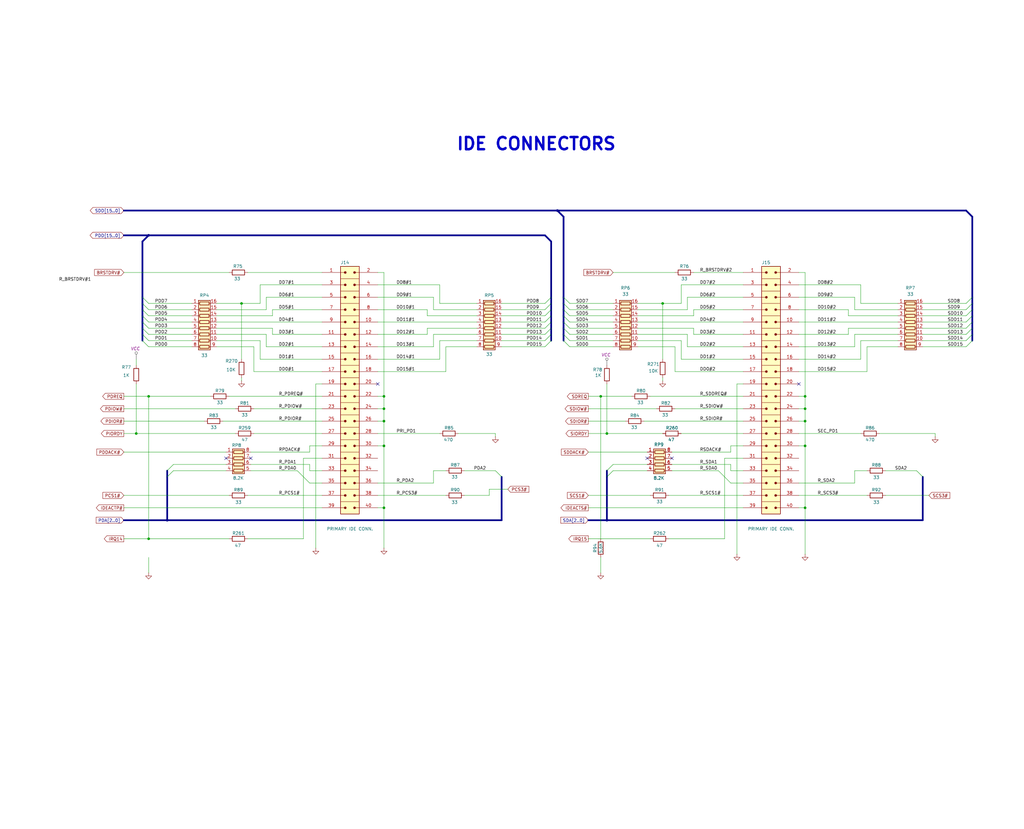
<source format=kicad_sch>
(kicad_sch
	(version 20241004)
	(generator "eeschema")
	(generator_version "8.99")
	(uuid "c21d09c4-6e55-413b-846c-46e45027be87")
	(paper "User" 420 340)
	(title_block
		(title "PCI IDE CONNECTORS")
		(date "Thursday, April 09, 1998")
		(rev "1.0")
	)
	(lib_symbols
		(symbol "Device:R"
			(pin_numbers
				(hide yes)
			)
			(pin_names
				(offset 0)
			)
			(exclude_from_sim no)
			(in_bom yes)
			(on_board yes)
			(property "Reference" "R"
				(at 2.032 0 90)
				(effects
					(font
						(size 1.27 1.27)
					)
				)
			)
			(property "Value" "R"
				(at 0 0 90)
				(effects
					(font
						(size 1.27 1.27)
					)
				)
			)
			(property "Footprint" ""
				(at -1.778 0 90)
				(effects
					(font
						(size 1.27 1.27)
					)
					(hide yes)
				)
			)
			(property "Datasheet" "~"
				(at 0 0 0)
				(effects
					(font
						(size 1.27 1.27)
					)
					(hide yes)
				)
			)
			(property "Description" "Resistor"
				(at 0 0 0)
				(effects
					(font
						(size 1.27 1.27)
					)
					(hide yes)
				)
			)
			(property "ki_keywords" "R res resistor"
				(at 0 0 0)
				(effects
					(font
						(size 1.27 1.27)
					)
					(hide yes)
				)
			)
			(property "ki_fp_filters" "R_*"
				(at 0 0 0)
				(effects
					(font
						(size 1.27 1.27)
					)
					(hide yes)
				)
			)
			(symbol "R_0_1"
				(rectangle
					(start -1.016 -2.54)
					(end 1.016 2.54)
					(stroke
						(width 0.254)
						(type default)
					)
					(fill
						(type none)
					)
				)
			)
			(symbol "R_1_1"
				(pin passive line
					(at 0 3.81 270)
					(length 1.27)
					(name "~"
						(effects
							(font
								(size 1.27 1.27)
							)
						)
					)
					(number "1"
						(effects
							(font
								(size 1.27 1.27)
							)
						)
					)
				)
				(pin passive line
					(at 0 -3.81 90)
					(length 1.27)
					(name "~"
						(effects
							(font
								(size 1.27 1.27)
							)
						)
					)
					(number "2"
						(effects
							(font
								(size 1.27 1.27)
							)
						)
					)
				)
			)
			(embedded_fonts no)
		)
		(symbol "Device:R_Pack08"
			(pin_names
				(offset 0)
				(hide yes)
			)
			(exclude_from_sim no)
			(in_bom yes)
			(on_board yes)
			(property "Reference" "RN"
				(at -12.7 0 90)
				(effects
					(font
						(size 1.27 1.27)
					)
				)
			)
			(property "Value" "R_Pack08"
				(at 10.16 0 90)
				(effects
					(font
						(size 1.27 1.27)
					)
				)
			)
			(property "Footprint" ""
				(at 12.065 0 90)
				(effects
					(font
						(size 1.27 1.27)
					)
					(hide yes)
				)
			)
			(property "Datasheet" "~"
				(at 0 0 0)
				(effects
					(font
						(size 1.27 1.27)
					)
					(hide yes)
				)
			)
			(property "Description" "8 resistor network, parallel topology"
				(at 0 0 0)
				(effects
					(font
						(size 1.27 1.27)
					)
					(hide yes)
				)
			)
			(property "ki_keywords" "R network parallel topology isolated"
				(at 0 0 0)
				(effects
					(font
						(size 1.27 1.27)
					)
					(hide yes)
				)
			)
			(property "ki_fp_filters" "DIP* SOIC* R*Array*Concave* R*Array*Convex*"
				(at 0 0 0)
				(effects
					(font
						(size 1.27 1.27)
					)
					(hide yes)
				)
			)
			(symbol "R_Pack08_0_1"
				(rectangle
					(start -11.43 -2.413)
					(end 8.89 2.413)
					(stroke
						(width 0.254)
						(type default)
					)
					(fill
						(type background)
					)
				)
				(rectangle
					(start -10.795 1.905)
					(end -9.525 -1.905)
					(stroke
						(width 0.254)
						(type default)
					)
					(fill
						(type none)
					)
				)
				(polyline
					(pts
						(xy -10.16 1.905) (xy -10.16 2.54)
					)
					(stroke
						(width 0)
						(type default)
					)
					(fill
						(type none)
					)
				)
				(polyline
					(pts
						(xy -10.16 -2.54) (xy -10.16 -1.905)
					)
					(stroke
						(width 0)
						(type default)
					)
					(fill
						(type none)
					)
				)
				(rectangle
					(start -8.255 1.905)
					(end -6.985 -1.905)
					(stroke
						(width 0.254)
						(type default)
					)
					(fill
						(type none)
					)
				)
				(polyline
					(pts
						(xy -7.62 1.905) (xy -7.62 2.54)
					)
					(stroke
						(width 0)
						(type default)
					)
					(fill
						(type none)
					)
				)
				(polyline
					(pts
						(xy -7.62 -2.54) (xy -7.62 -1.905)
					)
					(stroke
						(width 0)
						(type default)
					)
					(fill
						(type none)
					)
				)
				(rectangle
					(start -5.715 1.905)
					(end -4.445 -1.905)
					(stroke
						(width 0.254)
						(type default)
					)
					(fill
						(type none)
					)
				)
				(polyline
					(pts
						(xy -5.08 1.905) (xy -5.08 2.54)
					)
					(stroke
						(width 0)
						(type default)
					)
					(fill
						(type none)
					)
				)
				(polyline
					(pts
						(xy -5.08 -2.54) (xy -5.08 -1.905)
					)
					(stroke
						(width 0)
						(type default)
					)
					(fill
						(type none)
					)
				)
				(rectangle
					(start -3.175 1.905)
					(end -1.905 -1.905)
					(stroke
						(width 0.254)
						(type default)
					)
					(fill
						(type none)
					)
				)
				(polyline
					(pts
						(xy -2.54 1.905) (xy -2.54 2.54)
					)
					(stroke
						(width 0)
						(type default)
					)
					(fill
						(type none)
					)
				)
				(polyline
					(pts
						(xy -2.54 -2.54) (xy -2.54 -1.905)
					)
					(stroke
						(width 0)
						(type default)
					)
					(fill
						(type none)
					)
				)
				(rectangle
					(start -0.635 1.905)
					(end 0.635 -1.905)
					(stroke
						(width 0.254)
						(type default)
					)
					(fill
						(type none)
					)
				)
				(polyline
					(pts
						(xy 0 1.905) (xy 0 2.54)
					)
					(stroke
						(width 0)
						(type default)
					)
					(fill
						(type none)
					)
				)
				(polyline
					(pts
						(xy 0 -2.54) (xy 0 -1.905)
					)
					(stroke
						(width 0)
						(type default)
					)
					(fill
						(type none)
					)
				)
				(rectangle
					(start 1.905 1.905)
					(end 3.175 -1.905)
					(stroke
						(width 0.254)
						(type default)
					)
					(fill
						(type none)
					)
				)
				(polyline
					(pts
						(xy 2.54 1.905) (xy 2.54 2.54)
					)
					(stroke
						(width 0)
						(type default)
					)
					(fill
						(type none)
					)
				)
				(polyline
					(pts
						(xy 2.54 -2.54) (xy 2.54 -1.905)
					)
					(stroke
						(width 0)
						(type default)
					)
					(fill
						(type none)
					)
				)
				(rectangle
					(start 4.445 1.905)
					(end 5.715 -1.905)
					(stroke
						(width 0.254)
						(type default)
					)
					(fill
						(type none)
					)
				)
				(polyline
					(pts
						(xy 5.08 1.905) (xy 5.08 2.54)
					)
					(stroke
						(width 0)
						(type default)
					)
					(fill
						(type none)
					)
				)
				(polyline
					(pts
						(xy 5.08 -2.54) (xy 5.08 -1.905)
					)
					(stroke
						(width 0)
						(type default)
					)
					(fill
						(type none)
					)
				)
				(rectangle
					(start 6.985 1.905)
					(end 8.255 -1.905)
					(stroke
						(width 0.254)
						(type default)
					)
					(fill
						(type none)
					)
				)
				(polyline
					(pts
						(xy 7.62 1.905) (xy 7.62 2.54)
					)
					(stroke
						(width 0)
						(type default)
					)
					(fill
						(type none)
					)
				)
				(polyline
					(pts
						(xy 7.62 -2.54) (xy 7.62 -1.905)
					)
					(stroke
						(width 0)
						(type default)
					)
					(fill
						(type none)
					)
				)
			)
			(symbol "R_Pack08_1_1"
				(pin passive line
					(at -10.16 5.08 270)
					(length 2.54)
					(name "R1.2"
						(effects
							(font
								(size 1.27 1.27)
							)
						)
					)
					(number "16"
						(effects
							(font
								(size 1.27 1.27)
							)
						)
					)
				)
				(pin passive line
					(at -10.16 -5.08 90)
					(length 2.54)
					(name "R1.1"
						(effects
							(font
								(size 1.27 1.27)
							)
						)
					)
					(number "1"
						(effects
							(font
								(size 1.27 1.27)
							)
						)
					)
				)
				(pin passive line
					(at -7.62 5.08 270)
					(length 2.54)
					(name "R2.2"
						(effects
							(font
								(size 1.27 1.27)
							)
						)
					)
					(number "15"
						(effects
							(font
								(size 1.27 1.27)
							)
						)
					)
				)
				(pin passive line
					(at -7.62 -5.08 90)
					(length 2.54)
					(name "R2.1"
						(effects
							(font
								(size 1.27 1.27)
							)
						)
					)
					(number "2"
						(effects
							(font
								(size 1.27 1.27)
							)
						)
					)
				)
				(pin passive line
					(at -5.08 5.08 270)
					(length 2.54)
					(name "R3.2"
						(effects
							(font
								(size 1.27 1.27)
							)
						)
					)
					(number "14"
						(effects
							(font
								(size 1.27 1.27)
							)
						)
					)
				)
				(pin passive line
					(at -5.08 -5.08 90)
					(length 2.54)
					(name "R3.1"
						(effects
							(font
								(size 1.27 1.27)
							)
						)
					)
					(number "3"
						(effects
							(font
								(size 1.27 1.27)
							)
						)
					)
				)
				(pin passive line
					(at -2.54 5.08 270)
					(length 2.54)
					(name "R4.2"
						(effects
							(font
								(size 1.27 1.27)
							)
						)
					)
					(number "13"
						(effects
							(font
								(size 1.27 1.27)
							)
						)
					)
				)
				(pin passive line
					(at -2.54 -5.08 90)
					(length 2.54)
					(name "R4.1"
						(effects
							(font
								(size 1.27 1.27)
							)
						)
					)
					(number "4"
						(effects
							(font
								(size 1.27 1.27)
							)
						)
					)
				)
				(pin passive line
					(at 0 5.08 270)
					(length 2.54)
					(name "R5.2"
						(effects
							(font
								(size 1.27 1.27)
							)
						)
					)
					(number "12"
						(effects
							(font
								(size 1.27 1.27)
							)
						)
					)
				)
				(pin passive line
					(at 0 -5.08 90)
					(length 2.54)
					(name "R5.1"
						(effects
							(font
								(size 1.27 1.27)
							)
						)
					)
					(number "5"
						(effects
							(font
								(size 1.27 1.27)
							)
						)
					)
				)
				(pin passive line
					(at 2.54 5.08 270)
					(length 2.54)
					(name "R6.2"
						(effects
							(font
								(size 1.27 1.27)
							)
						)
					)
					(number "11"
						(effects
							(font
								(size 1.27 1.27)
							)
						)
					)
				)
				(pin passive line
					(at 2.54 -5.08 90)
					(length 2.54)
					(name "R6.1"
						(effects
							(font
								(size 1.27 1.27)
							)
						)
					)
					(number "6"
						(effects
							(font
								(size 1.27 1.27)
							)
						)
					)
				)
				(pin passive line
					(at 5.08 5.08 270)
					(length 2.54)
					(name "R7.2"
						(effects
							(font
								(size 1.27 1.27)
							)
						)
					)
					(number "10"
						(effects
							(font
								(size 1.27 1.27)
							)
						)
					)
				)
				(pin passive line
					(at 5.08 -5.08 90)
					(length 2.54)
					(name "R7.1"
						(effects
							(font
								(size 1.27 1.27)
							)
						)
					)
					(number "7"
						(effects
							(font
								(size 1.27 1.27)
							)
						)
					)
				)
				(pin passive line
					(at 7.62 5.08 270)
					(length 2.54)
					(name "R8.2"
						(effects
							(font
								(size 1.27 1.27)
							)
						)
					)
					(number "9"
						(effects
							(font
								(size 1.27 1.27)
							)
						)
					)
				)
				(pin passive line
					(at 7.62 -5.08 90)
					(length 2.54)
					(name "R8.1"
						(effects
							(font
								(size 1.27 1.27)
							)
						)
					)
					(number "8"
						(effects
							(font
								(size 1.27 1.27)
							)
						)
					)
				)
			)
			(embedded_fonts no)
		)
		(symbol "P2-3_era:IDE_Connector"
			(pin_names
				(offset 1.016)
				(hide yes)
			)
			(exclude_from_sim no)
			(in_bom yes)
			(on_board yes)
			(property "Reference" "J"
				(at -1.524 52.578 0)
				(effects
					(font
						(size 1.27 1.27)
					)
				)
			)
			(property "Value" "IDE CONN"
				(at -3.048 -53.086 0)
				(effects
					(font
						(size 1.27 1.27)
					)
					(justify left)
				)
			)
			(property "Footprint" ""
				(at 0 0 0)
				(effects
					(font
						(size 1.27 1.27)
					)
					(hide yes)
				)
			)
			(property "Datasheet" ""
				(at 0 0 0)
				(effects
					(font
						(size 1.27 1.27)
					)
					(hide yes)
				)
			)
			(property "Description" "IDE CONNECTOR"
				(at 1.27 -55.372 0)
				(effects
					(font
						(size 1.27 1.27)
					)
					(hide yes)
				)
			)
			(property "ki_fp_filters" "Connector*:*_2x??-1MP*"
				(at 0 0 0)
				(effects
					(font
						(size 1.27 1.27)
					)
					(hide yes)
				)
			)
			(symbol "IDE_Connector_0_1"
				(polyline
					(pts
						(xy -2.54 40.64) (xy 5.08 40.64)
					)
					(stroke
						(width 0)
						(type default)
					)
					(fill
						(type none)
					)
				)
				(polyline
					(pts
						(xy -2.54 30.48) (xy 5.08 30.48)
					)
					(stroke
						(width 0)
						(type default)
					)
					(fill
						(type none)
					)
				)
				(polyline
					(pts
						(xy -2.54 20.32) (xy 5.08 20.32)
					)
					(stroke
						(width 0)
						(type default)
					)
					(fill
						(type none)
					)
				)
				(polyline
					(pts
						(xy -2.54 10.16) (xy 5.08 10.16)
					)
					(stroke
						(width 0)
						(type default)
					)
					(fill
						(type none)
					)
				)
				(polyline
					(pts
						(xy -2.54 0) (xy 5.08 0)
					)
					(stroke
						(width 0)
						(type default)
					)
					(fill
						(type none)
					)
				)
				(polyline
					(pts
						(xy -2.54 -10.16) (xy 5.08 -10.16)
					)
					(stroke
						(width 0)
						(type default)
					)
					(fill
						(type none)
					)
				)
				(polyline
					(pts
						(xy -2.54 -20.32) (xy 5.08 -20.32)
					)
					(stroke
						(width 0)
						(type default)
					)
					(fill
						(type none)
					)
				)
				(polyline
					(pts
						(xy -2.54 -30.48) (xy 5.08 -30.48)
					)
					(stroke
						(width 0)
						(type default)
					)
					(fill
						(type none)
					)
				)
				(polyline
					(pts
						(xy -2.54 -40.64) (xy 5.08 -40.64)
					)
					(stroke
						(width 0)
						(type default)
					)
					(fill
						(type none)
					)
				)
				(polyline
					(pts
						(xy -2.54 -45.72) (xy 5.08 -45.72)
					)
					(stroke
						(width 0)
						(type default)
					)
					(fill
						(type none)
					)
				)
				(polyline
					(pts
						(xy 5.08 45.72) (xy -2.54 45.72)
					)
					(stroke
						(width 0)
						(type default)
					)
					(fill
						(type none)
					)
				)
				(polyline
					(pts
						(xy 5.08 35.56) (xy -2.54 35.56)
					)
					(stroke
						(width 0)
						(type default)
					)
					(fill
						(type none)
					)
				)
				(polyline
					(pts
						(xy 5.08 25.4) (xy -2.54 25.4)
					)
					(stroke
						(width 0)
						(type default)
					)
					(fill
						(type none)
					)
				)
				(polyline
					(pts
						(xy 5.08 15.24) (xy -2.54 15.24)
					)
					(stroke
						(width 0)
						(type default)
					)
					(fill
						(type none)
					)
				)
				(polyline
					(pts
						(xy 5.08 5.08) (xy -2.54 5.08)
					)
					(stroke
						(width 0)
						(type default)
					)
					(fill
						(type none)
					)
				)
				(polyline
					(pts
						(xy 5.08 -5.08) (xy -2.54 -5.08)
					)
					(stroke
						(width 0)
						(type default)
					)
					(fill
						(type none)
					)
				)
				(polyline
					(pts
						(xy 5.08 -15.24) (xy -2.54 -15.24)
					)
					(stroke
						(width 0)
						(type default)
					)
					(fill
						(type none)
					)
				)
				(polyline
					(pts
						(xy 5.08 -25.4) (xy -2.54 -25.4)
					)
					(stroke
						(width 0)
						(type default)
					)
					(fill
						(type none)
					)
				)
				(polyline
					(pts
						(xy 5.08 -35.56) (xy -2.54 -35.56)
					)
					(stroke
						(width 0)
						(type default)
					)
					(fill
						(type none)
					)
				)
			)
			(symbol "IDE_Connector_1_1"
				(rectangle
					(start -2.54 50.8)
					(end 5.08 -50.8)
					(stroke
						(width 0.254)
						(type default)
					)
					(fill
						(type background)
					)
				)
				(circle
					(center -0.635 48.26)
					(radius 0.508)
					(stroke
						(width -0.0001)
						(type default)
					)
					(fill
						(type outline)
					)
				)
				(polyline
					(pts
						(xy -0.635 48.26) (xy -2.413 48.26)
					)
					(stroke
						(width 0)
						(type default)
					)
					(fill
						(type none)
					)
				)
				(circle
					(center -0.635 43.18)
					(radius 0.508)
					(stroke
						(width -0.0001)
						(type default)
					)
					(fill
						(type outline)
					)
				)
				(polyline
					(pts
						(xy -0.635 43.18) (xy -2.413 43.18)
					)
					(stroke
						(width 0)
						(type default)
					)
					(fill
						(type none)
					)
				)
				(circle
					(center -0.635 38.1)
					(radius 0.508)
					(stroke
						(width -0.0001)
						(type default)
					)
					(fill
						(type outline)
					)
				)
				(polyline
					(pts
						(xy -0.635 38.1) (xy -2.413 38.1)
					)
					(stroke
						(width 0)
						(type default)
					)
					(fill
						(type none)
					)
				)
				(circle
					(center -0.635 33.02)
					(radius 0.508)
					(stroke
						(width -0.0001)
						(type default)
					)
					(fill
						(type outline)
					)
				)
				(polyline
					(pts
						(xy -0.635 33.02) (xy -2.413 33.02)
					)
					(stroke
						(width 0)
						(type default)
					)
					(fill
						(type none)
					)
				)
				(circle
					(center -0.635 27.94)
					(radius 0.508)
					(stroke
						(width -0.0001)
						(type default)
					)
					(fill
						(type outline)
					)
				)
				(polyline
					(pts
						(xy -0.635 27.94) (xy -2.413 27.94)
					)
					(stroke
						(width 0)
						(type default)
					)
					(fill
						(type none)
					)
				)
				(circle
					(center -0.635 22.86)
					(radius 0.508)
					(stroke
						(width -0.0001)
						(type default)
					)
					(fill
						(type outline)
					)
				)
				(polyline
					(pts
						(xy -0.635 22.86) (xy -2.413 22.86)
					)
					(stroke
						(width 0)
						(type default)
					)
					(fill
						(type none)
					)
				)
				(circle
					(center -0.635 17.78)
					(radius 0.508)
					(stroke
						(width -0.0001)
						(type default)
					)
					(fill
						(type outline)
					)
				)
				(polyline
					(pts
						(xy -0.635 17.78) (xy -2.413 17.78)
					)
					(stroke
						(width 0)
						(type default)
					)
					(fill
						(type none)
					)
				)
				(circle
					(center -0.635 12.7)
					(radius 0.508)
					(stroke
						(width -0.0001)
						(type default)
					)
					(fill
						(type outline)
					)
				)
				(polyline
					(pts
						(xy -0.635 12.7) (xy -2.413 12.7)
					)
					(stroke
						(width 0)
						(type default)
					)
					(fill
						(type none)
					)
				)
				(circle
					(center -0.635 7.62)
					(radius 0.508)
					(stroke
						(width -0.0001)
						(type default)
					)
					(fill
						(type outline)
					)
				)
				(polyline
					(pts
						(xy -0.635 7.62) (xy -2.413 7.62)
					)
					(stroke
						(width 0)
						(type default)
					)
					(fill
						(type none)
					)
				)
				(circle
					(center -0.635 2.54)
					(radius 0.508)
					(stroke
						(width -0.0001)
						(type default)
					)
					(fill
						(type outline)
					)
				)
				(polyline
					(pts
						(xy -0.635 2.54) (xy -2.413 2.54)
					)
					(stroke
						(width 0)
						(type default)
					)
					(fill
						(type none)
					)
				)
				(circle
					(center -0.635 -2.54)
					(radius 0.508)
					(stroke
						(width -0.0001)
						(type default)
					)
					(fill
						(type outline)
					)
				)
				(polyline
					(pts
						(xy -0.635 -2.54) (xy -2.413 -2.54)
					)
					(stroke
						(width 0)
						(type default)
					)
					(fill
						(type none)
					)
				)
				(circle
					(center -0.635 -7.62)
					(radius 0.508)
					(stroke
						(width -0.0001)
						(type default)
					)
					(fill
						(type outline)
					)
				)
				(polyline
					(pts
						(xy -0.635 -7.62) (xy -2.413 -7.62)
					)
					(stroke
						(width 0)
						(type default)
					)
					(fill
						(type none)
					)
				)
				(circle
					(center -0.635 -12.7)
					(radius 0.508)
					(stroke
						(width -0.0001)
						(type default)
					)
					(fill
						(type outline)
					)
				)
				(polyline
					(pts
						(xy -0.635 -12.7) (xy -2.413 -12.7)
					)
					(stroke
						(width 0)
						(type default)
					)
					(fill
						(type none)
					)
				)
				(circle
					(center -0.635 -17.78)
					(radius 0.508)
					(stroke
						(width -0.0001)
						(type default)
					)
					(fill
						(type outline)
					)
				)
				(polyline
					(pts
						(xy -0.635 -17.78) (xy -2.413 -17.78)
					)
					(stroke
						(width 0)
						(type default)
					)
					(fill
						(type none)
					)
				)
				(circle
					(center -0.635 -22.86)
					(radius 0.508)
					(stroke
						(width -0.0001)
						(type default)
					)
					(fill
						(type outline)
					)
				)
				(polyline
					(pts
						(xy -0.635 -22.86) (xy -2.413 -22.86)
					)
					(stroke
						(width 0)
						(type default)
					)
					(fill
						(type none)
					)
				)
				(circle
					(center -0.635 -27.94)
					(radius 0.508)
					(stroke
						(width -0.0001)
						(type default)
					)
					(fill
						(type outline)
					)
				)
				(polyline
					(pts
						(xy -0.635 -27.94) (xy -2.413 -27.94)
					)
					(stroke
						(width 0)
						(type default)
					)
					(fill
						(type none)
					)
				)
				(circle
					(center -0.635 -33.02)
					(radius 0.508)
					(stroke
						(width -0.0001)
						(type default)
					)
					(fill
						(type outline)
					)
				)
				(polyline
					(pts
						(xy -0.635 -33.02) (xy -2.413 -33.02)
					)
					(stroke
						(width 0)
						(type default)
					)
					(fill
						(type none)
					)
				)
				(circle
					(center -0.635 -38.1)
					(radius 0.508)
					(stroke
						(width -0.0001)
						(type default)
					)
					(fill
						(type outline)
					)
				)
				(polyline
					(pts
						(xy -0.635 -38.1) (xy -2.413 -38.1)
					)
					(stroke
						(width 0)
						(type default)
					)
					(fill
						(type none)
					)
				)
				(circle
					(center -0.635 -43.18)
					(radius 0.508)
					(stroke
						(width -0.0001)
						(type default)
					)
					(fill
						(type outline)
					)
				)
				(polyline
					(pts
						(xy -0.635 -43.18) (xy -2.413 -43.18)
					)
					(stroke
						(width 0)
						(type default)
					)
					(fill
						(type none)
					)
				)
				(circle
					(center -0.635 -48.26)
					(radius 0.508)
					(stroke
						(width -0.0001)
						(type default)
					)
					(fill
						(type outline)
					)
				)
				(polyline
					(pts
						(xy -0.635 -48.26) (xy -2.413 -48.26)
					)
					(stroke
						(width 0)
						(type default)
					)
					(fill
						(type none)
					)
				)
				(polyline
					(pts
						(xy 3.175 48.26) (xy 4.953 48.26)
					)
					(stroke
						(width 0)
						(type default)
					)
					(fill
						(type none)
					)
				)
				(circle
					(center 3.175 48.26)
					(radius 0.508)
					(stroke
						(width -0.0001)
						(type default)
					)
					(fill
						(type outline)
					)
				)
				(polyline
					(pts
						(xy 3.175 43.18) (xy 4.953 43.18)
					)
					(stroke
						(width 0)
						(type default)
					)
					(fill
						(type none)
					)
				)
				(circle
					(center 3.175 43.18)
					(radius 0.508)
					(stroke
						(width -0.0001)
						(type default)
					)
					(fill
						(type outline)
					)
				)
				(polyline
					(pts
						(xy 3.175 38.1) (xy 4.953 38.1)
					)
					(stroke
						(width 0)
						(type default)
					)
					(fill
						(type none)
					)
				)
				(circle
					(center 3.175 38.1)
					(radius 0.508)
					(stroke
						(width -0.0001)
						(type default)
					)
					(fill
						(type outline)
					)
				)
				(polyline
					(pts
						(xy 3.175 33.02) (xy 4.953 33.02)
					)
					(stroke
						(width 0)
						(type default)
					)
					(fill
						(type none)
					)
				)
				(circle
					(center 3.175 33.02)
					(radius 0.508)
					(stroke
						(width -0.0001)
						(type default)
					)
					(fill
						(type outline)
					)
				)
				(polyline
					(pts
						(xy 3.175 27.94) (xy 4.953 27.94)
					)
					(stroke
						(width 0)
						(type default)
					)
					(fill
						(type none)
					)
				)
				(circle
					(center 3.175 27.94)
					(radius 0.508)
					(stroke
						(width -0.0001)
						(type default)
					)
					(fill
						(type outline)
					)
				)
				(polyline
					(pts
						(xy 3.175 22.86) (xy 4.953 22.86)
					)
					(stroke
						(width 0)
						(type default)
					)
					(fill
						(type none)
					)
				)
				(circle
					(center 3.175 22.86)
					(radius 0.508)
					(stroke
						(width -0.0001)
						(type default)
					)
					(fill
						(type outline)
					)
				)
				(polyline
					(pts
						(xy 3.175 17.78) (xy 4.953 17.78)
					)
					(stroke
						(width 0)
						(type default)
					)
					(fill
						(type none)
					)
				)
				(circle
					(center 3.175 17.78)
					(radius 0.508)
					(stroke
						(width -0.0001)
						(type default)
					)
					(fill
						(type outline)
					)
				)
				(polyline
					(pts
						(xy 3.175 12.7) (xy 4.953 12.7)
					)
					(stroke
						(width 0)
						(type default)
					)
					(fill
						(type none)
					)
				)
				(circle
					(center 3.175 12.7)
					(radius 0.508)
					(stroke
						(width -0.0001)
						(type default)
					)
					(fill
						(type outline)
					)
				)
				(polyline
					(pts
						(xy 3.175 7.62) (xy 4.953 7.62)
					)
					(stroke
						(width 0)
						(type default)
					)
					(fill
						(type none)
					)
				)
				(circle
					(center 3.175 7.62)
					(radius 0.508)
					(stroke
						(width -0.0001)
						(type default)
					)
					(fill
						(type outline)
					)
				)
				(polyline
					(pts
						(xy 3.175 2.54) (xy 4.953 2.54)
					)
					(stroke
						(width 0)
						(type default)
					)
					(fill
						(type none)
					)
				)
				(circle
					(center 3.175 2.54)
					(radius 0.508)
					(stroke
						(width -0.0001)
						(type default)
					)
					(fill
						(type outline)
					)
				)
				(polyline
					(pts
						(xy 3.175 -2.54) (xy 4.953 -2.54)
					)
					(stroke
						(width 0)
						(type default)
					)
					(fill
						(type none)
					)
				)
				(circle
					(center 3.175 -2.54)
					(radius 0.508)
					(stroke
						(width -0.0001)
						(type default)
					)
					(fill
						(type outline)
					)
				)
				(polyline
					(pts
						(xy 3.175 -7.62) (xy 4.953 -7.62)
					)
					(stroke
						(width 0)
						(type default)
					)
					(fill
						(type none)
					)
				)
				(circle
					(center 3.175 -7.62)
					(radius 0.508)
					(stroke
						(width -0.0001)
						(type default)
					)
					(fill
						(type outline)
					)
				)
				(polyline
					(pts
						(xy 3.175 -12.7) (xy 4.953 -12.7)
					)
					(stroke
						(width 0)
						(type default)
					)
					(fill
						(type none)
					)
				)
				(circle
					(center 3.175 -12.7)
					(radius 0.508)
					(stroke
						(width -0.0001)
						(type default)
					)
					(fill
						(type outline)
					)
				)
				(polyline
					(pts
						(xy 3.175 -17.78) (xy 4.953 -17.78)
					)
					(stroke
						(width 0)
						(type default)
					)
					(fill
						(type none)
					)
				)
				(circle
					(center 3.175 -17.78)
					(radius 0.508)
					(stroke
						(width -0.0001)
						(type default)
					)
					(fill
						(type outline)
					)
				)
				(polyline
					(pts
						(xy 3.175 -22.86) (xy 4.953 -22.86)
					)
					(stroke
						(width 0)
						(type default)
					)
					(fill
						(type none)
					)
				)
				(circle
					(center 3.175 -22.86)
					(radius 0.508)
					(stroke
						(width -0.0001)
						(type default)
					)
					(fill
						(type outline)
					)
				)
				(polyline
					(pts
						(xy 3.175 -27.94) (xy 4.953 -27.94)
					)
					(stroke
						(width 0)
						(type default)
					)
					(fill
						(type none)
					)
				)
				(circle
					(center 3.175 -27.94)
					(radius 0.508)
					(stroke
						(width -0.0001)
						(type default)
					)
					(fill
						(type outline)
					)
				)
				(polyline
					(pts
						(xy 3.175 -33.02) (xy 4.953 -33.02)
					)
					(stroke
						(width 0)
						(type default)
					)
					(fill
						(type none)
					)
				)
				(circle
					(center 3.175 -33.02)
					(radius 0.508)
					(stroke
						(width -0.0001)
						(type default)
					)
					(fill
						(type outline)
					)
				)
				(polyline
					(pts
						(xy 3.175 -38.1) (xy 4.953 -38.1)
					)
					(stroke
						(width 0)
						(type default)
					)
					(fill
						(type none)
					)
				)
				(circle
					(center 3.175 -38.1)
					(radius 0.508)
					(stroke
						(width -0.0001)
						(type default)
					)
					(fill
						(type outline)
					)
				)
				(polyline
					(pts
						(xy 3.175 -43.18) (xy 4.953 -43.18)
					)
					(stroke
						(width 0)
						(type default)
					)
					(fill
						(type none)
					)
				)
				(circle
					(center 3.175 -43.18)
					(radius 0.508)
					(stroke
						(width -0.0001)
						(type default)
					)
					(fill
						(type outline)
					)
				)
				(polyline
					(pts
						(xy 3.175 -48.26) (xy 4.953 -48.26)
					)
					(stroke
						(width 0)
						(type default)
					)
					(fill
						(type none)
					)
				)
				(circle
					(center 3.175 -48.26)
					(radius 0.508)
					(stroke
						(width -0.0001)
						(type default)
					)
					(fill
						(type outline)
					)
				)
				(pin passive line
					(at -10.16 48.26 0)
					(length 7.62)
					(name ""
						(effects
							(font
								(size 1.27 1.27)
							)
						)
					)
					(number "1"
						(effects
							(font
								(size 1.27 1.27)
							)
						)
					)
				)
				(pin passive line
					(at -10.16 43.18 0)
					(length 7.62)
					(name ""
						(effects
							(font
								(size 1.27 1.27)
							)
						)
					)
					(number "3"
						(effects
							(font
								(size 1.27 1.27)
							)
						)
					)
				)
				(pin passive line
					(at -10.16 38.1 0)
					(length 7.62)
					(name ""
						(effects
							(font
								(size 1.27 1.27)
							)
						)
					)
					(number "5"
						(effects
							(font
								(size 1.27 1.27)
							)
						)
					)
				)
				(pin passive line
					(at -10.16 33.02 0)
					(length 7.62)
					(name ""
						(effects
							(font
								(size 1.27 1.27)
							)
						)
					)
					(number "7"
						(effects
							(font
								(size 1.27 1.27)
							)
						)
					)
				)
				(pin passive line
					(at -10.16 27.94 0)
					(length 7.62)
					(name ""
						(effects
							(font
								(size 1.27 1.27)
							)
						)
					)
					(number "9"
						(effects
							(font
								(size 1.27 1.27)
							)
						)
					)
				)
				(pin passive line
					(at -10.16 22.86 0)
					(length 7.62)
					(name ""
						(effects
							(font
								(size 1.27 1.27)
							)
						)
					)
					(number "11"
						(effects
							(font
								(size 1.27 1.27)
							)
						)
					)
				)
				(pin passive line
					(at -10.16 17.78 0)
					(length 7.62)
					(name ""
						(effects
							(font
								(size 1.27 1.27)
							)
						)
					)
					(number "13"
						(effects
							(font
								(size 1.27 1.27)
							)
						)
					)
				)
				(pin passive line
					(at -10.16 12.7 0)
					(length 7.62)
					(name ""
						(effects
							(font
								(size 1.27 1.27)
							)
						)
					)
					(number "15"
						(effects
							(font
								(size 1.27 1.27)
							)
						)
					)
				)
				(pin passive line
					(at -10.16 7.62 0)
					(length 7.62)
					(name ""
						(effects
							(font
								(size 1.27 1.27)
							)
						)
					)
					(number "17"
						(effects
							(font
								(size 1.27 1.27)
							)
						)
					)
				)
				(pin passive line
					(at -10.16 2.54 0)
					(length 7.62)
					(name ""
						(effects
							(font
								(size 1.27 1.27)
							)
						)
					)
					(number "19"
						(effects
							(font
								(size 1.27 1.27)
							)
						)
					)
				)
				(pin passive line
					(at -10.16 -2.54 0)
					(length 7.62)
					(name ""
						(effects
							(font
								(size 1.27 1.27)
							)
						)
					)
					(number "21"
						(effects
							(font
								(size 1.27 1.27)
							)
						)
					)
				)
				(pin passive line
					(at -10.16 -7.62 0)
					(length 7.62)
					(name ""
						(effects
							(font
								(size 1.27 1.27)
							)
						)
					)
					(number "23"
						(effects
							(font
								(size 1.27 1.27)
							)
						)
					)
				)
				(pin passive line
					(at -10.16 -12.7 0)
					(length 7.62)
					(name ""
						(effects
							(font
								(size 1.27 1.27)
							)
						)
					)
					(number "25"
						(effects
							(font
								(size 1.27 1.27)
							)
						)
					)
				)
				(pin passive line
					(at -10.16 -17.78 0)
					(length 7.62)
					(name ""
						(effects
							(font
								(size 1.27 1.27)
							)
						)
					)
					(number "27"
						(effects
							(font
								(size 1.27 1.27)
							)
						)
					)
				)
				(pin passive line
					(at -10.16 -22.86 0)
					(length 7.62)
					(name ""
						(effects
							(font
								(size 1.27 1.27)
							)
						)
					)
					(number "29"
						(effects
							(font
								(size 1.27 1.27)
							)
						)
					)
				)
				(pin passive line
					(at -10.16 -27.94 0)
					(length 7.62)
					(name ""
						(effects
							(font
								(size 1.27 1.27)
							)
						)
					)
					(number "31"
						(effects
							(font
								(size 1.27 1.27)
							)
						)
					)
				)
				(pin passive line
					(at -10.16 -33.02 0)
					(length 7.62)
					(name ""
						(effects
							(font
								(size 1.27 1.27)
							)
						)
					)
					(number "33"
						(effects
							(font
								(size 1.27 1.27)
							)
						)
					)
				)
				(pin passive line
					(at -10.16 -38.1 0)
					(length 7.62)
					(name ""
						(effects
							(font
								(size 1.27 1.27)
							)
						)
					)
					(number "35"
						(effects
							(font
								(size 1.27 1.27)
							)
						)
					)
				)
				(pin passive line
					(at -10.16 -43.18 0)
					(length 7.62)
					(name ""
						(effects
							(font
								(size 1.27 1.27)
							)
						)
					)
					(number "37"
						(effects
							(font
								(size 1.27 1.27)
							)
						)
					)
				)
				(pin passive line
					(at -10.16 -48.26 0)
					(length 7.62)
					(name ""
						(effects
							(font
								(size 1.27 1.27)
							)
						)
					)
					(number "39"
						(effects
							(font
								(size 1.27 1.27)
							)
						)
					)
				)
				(pin passive line
					(at 12.7 48.26 180)
					(length 7.62)
					(name ""
						(effects
							(font
								(size 1.27 1.27)
							)
						)
					)
					(number "2"
						(effects
							(font
								(size 1.27 1.27)
							)
						)
					)
				)
				(pin passive line
					(at 12.7 43.18 180)
					(length 7.62)
					(name ""
						(effects
							(font
								(size 1.27 1.27)
							)
						)
					)
					(number "4"
						(effects
							(font
								(size 1.27 1.27)
							)
						)
					)
				)
				(pin passive line
					(at 12.7 38.1 180)
					(length 7.62)
					(name ""
						(effects
							(font
								(size 1.27 1.27)
							)
						)
					)
					(number "6"
						(effects
							(font
								(size 1.27 1.27)
							)
						)
					)
				)
				(pin passive line
					(at 12.7 33.02 180)
					(length 7.62)
					(name ""
						(effects
							(font
								(size 1.27 1.27)
							)
						)
					)
					(number "8"
						(effects
							(font
								(size 1.27 1.27)
							)
						)
					)
				)
				(pin passive line
					(at 12.7 27.94 180)
					(length 7.62)
					(name ""
						(effects
							(font
								(size 1.27 1.27)
							)
						)
					)
					(number "10"
						(effects
							(font
								(size 1.27 1.27)
							)
						)
					)
				)
				(pin passive line
					(at 12.7 22.86 180)
					(length 7.62)
					(name ""
						(effects
							(font
								(size 1.27 1.27)
							)
						)
					)
					(number "12"
						(effects
							(font
								(size 1.27 1.27)
							)
						)
					)
				)
				(pin passive line
					(at 12.7 17.78 180)
					(length 7.62)
					(name ""
						(effects
							(font
								(size 1.27 1.27)
							)
						)
					)
					(number "14"
						(effects
							(font
								(size 1.27 1.27)
							)
						)
					)
				)
				(pin passive line
					(at 12.7 12.7 180)
					(length 7.62)
					(name ""
						(effects
							(font
								(size 1.27 1.27)
							)
						)
					)
					(number "16"
						(effects
							(font
								(size 1.27 1.27)
							)
						)
					)
				)
				(pin passive line
					(at 12.7 7.62 180)
					(length 7.62)
					(name ""
						(effects
							(font
								(size 1.27 1.27)
							)
						)
					)
					(number "18"
						(effects
							(font
								(size 1.27 1.27)
							)
						)
					)
				)
				(pin passive line
					(at 12.7 2.54 180)
					(length 7.62)
					(name ""
						(effects
							(font
								(size 1.27 1.27)
							)
						)
					)
					(number "20"
						(effects
							(font
								(size 1.27 1.27)
							)
						)
					)
				)
				(pin passive line
					(at 12.7 -2.54 180)
					(length 7.62)
					(name ""
						(effects
							(font
								(size 1.27 1.27)
							)
						)
					)
					(number "22"
						(effects
							(font
								(size 1.27 1.27)
							)
						)
					)
				)
				(pin passive line
					(at 12.7 -7.62 180)
					(length 7.62)
					(name ""
						(effects
							(font
								(size 1.27 1.27)
							)
						)
					)
					(number "24"
						(effects
							(font
								(size 1.27 1.27)
							)
						)
					)
				)
				(pin passive line
					(at 12.7 -12.7 180)
					(length 7.62)
					(name ""
						(effects
							(font
								(size 1.27 1.27)
							)
						)
					)
					(number "26"
						(effects
							(font
								(size 1.27 1.27)
							)
						)
					)
				)
				(pin passive line
					(at 12.7 -17.78 180)
					(length 7.62)
					(name ""
						(effects
							(font
								(size 1.27 1.27)
							)
						)
					)
					(number "28"
						(effects
							(font
								(size 1.27 1.27)
							)
						)
					)
				)
				(pin passive line
					(at 12.7 -22.86 180)
					(length 7.62)
					(name ""
						(effects
							(font
								(size 1.27 1.27)
							)
						)
					)
					(number "30"
						(effects
							(font
								(size 1.27 1.27)
							)
						)
					)
				)
				(pin passive line
					(at 12.7 -27.94 180)
					(length 7.62)
					(name ""
						(effects
							(font
								(size 1.27 1.27)
							)
						)
					)
					(number "32"
						(effects
							(font
								(size 1.27 1.27)
							)
						)
					)
				)
				(pin passive line
					(at 12.7 -33.02 180)
					(length 7.62)
					(name ""
						(effects
							(font
								(size 1.27 1.27)
							)
						)
					)
					(number "34"
						(effects
							(font
								(size 1.27 1.27)
							)
						)
					)
				)
				(pin passive line
					(at 12.7 -38.1 180)
					(length 7.62)
					(name ""
						(effects
							(font
								(size 1.27 1.27)
							)
						)
					)
					(number "36"
						(effects
							(font
								(size 1.27 1.27)
							)
						)
					)
				)
				(pin passive line
					(at 12.7 -43.18 180)
					(length 7.62)
					(name ""
						(effects
							(font
								(size 1.27 1.27)
							)
						)
					)
					(number "38"
						(effects
							(font
								(size 1.27 1.27)
							)
						)
					)
				)
				(pin passive line
					(at 12.7 -48.26 180)
					(length 7.62)
					(name ""
						(effects
							(font
								(size 1.27 1.27)
							)
						)
					)
					(number "40"
						(effects
							(font
								(size 1.27 1.27)
							)
						)
					)
				)
			)
			(embedded_fonts no)
		)
		(symbol "R_Pack04_1"
			(pin_names
				(offset 0)
				(hide yes)
			)
			(exclude_from_sim no)
			(in_bom yes)
			(on_board yes)
			(property "Reference" "RP53"
				(at -11.176 0 90)
				(effects
					(font
						(size 1.27 1.27)
					)
				)
			)
			(property "Value" "8.2K"
				(at -8.636 0 90)
				(effects
					(font
						(size 1.27 1.27)
					)
				)
			)
			(property "Footprint" ""
				(at 6.985 0 90)
				(effects
					(font
						(size 1.27 1.27)
					)
					(hide yes)
				)
			)
			(property "Datasheet" "~"
				(at 0 0 0)
				(effects
					(font
						(size 1.27 1.27)
					)
					(hide yes)
				)
			)
			(property "Description" "4 resistor network, parallel topology"
				(at 0 0 0)
				(effects
					(font
						(size 1.27 1.27)
					)
					(hide yes)
				)
			)
			(property "ki_keywords" "R network parallel topology isolated"
				(at 0 0 0)
				(effects
					(font
						(size 1.27 1.27)
					)
					(hide yes)
				)
			)
			(property "ki_fp_filters" "DIP* SOIC* R*Array*Concave* R*Array*Convex* MSOP*"
				(at 0 0 0)
				(effects
					(font
						(size 1.27 1.27)
					)
					(hide yes)
				)
			)
			(symbol "R_Pack04_1_0_1"
				(rectangle
					(start -6.35 -2.413)
					(end 3.81 2.413)
					(stroke
						(width 0.254)
						(type default)
					)
					(fill
						(type background)
					)
				)
				(rectangle
					(start -5.715 1.905)
					(end -4.445 -1.905)
					(stroke
						(width 0.254)
						(type default)
					)
					(fill
						(type none)
					)
				)
				(polyline
					(pts
						(xy -5.08 1.905) (xy -5.08 2.54)
					)
					(stroke
						(width 0)
						(type default)
					)
					(fill
						(type none)
					)
				)
				(polyline
					(pts
						(xy -5.08 -2.54) (xy -5.08 -1.905)
					)
					(stroke
						(width 0)
						(type default)
					)
					(fill
						(type none)
					)
				)
				(rectangle
					(start -3.175 1.905)
					(end -1.905 -1.905)
					(stroke
						(width 0.254)
						(type default)
					)
					(fill
						(type none)
					)
				)
				(polyline
					(pts
						(xy -2.54 1.905) (xy -2.54 2.54)
					)
					(stroke
						(width 0)
						(type default)
					)
					(fill
						(type none)
					)
				)
				(polyline
					(pts
						(xy -2.54 -2.54) (xy -2.54 -1.905)
					)
					(stroke
						(width 0)
						(type default)
					)
					(fill
						(type none)
					)
				)
				(rectangle
					(start -0.635 1.905)
					(end 0.635 -1.905)
					(stroke
						(width 0.254)
						(type default)
					)
					(fill
						(type none)
					)
				)
				(polyline
					(pts
						(xy 0 1.905) (xy 0 2.54)
					)
					(stroke
						(width 0)
						(type default)
					)
					(fill
						(type none)
					)
				)
				(polyline
					(pts
						(xy 0 -2.54) (xy 0 -1.905)
					)
					(stroke
						(width 0)
						(type default)
					)
					(fill
						(type none)
					)
				)
				(rectangle
					(start 1.905 1.905)
					(end 3.175 -1.905)
					(stroke
						(width 0.254)
						(type default)
					)
					(fill
						(type none)
					)
				)
				(polyline
					(pts
						(xy 2.54 1.905) (xy 2.54 2.54)
					)
					(stroke
						(width 0)
						(type default)
					)
					(fill
						(type none)
					)
				)
				(polyline
					(pts
						(xy 2.54 -2.54) (xy 2.54 -1.905)
					)
					(stroke
						(width 0)
						(type default)
					)
					(fill
						(type none)
					)
				)
			)
			(symbol "R_Pack04_1_1_1"
				(pin passive line
					(at -5.08 5.08 270)
					(length 2.54)
					(name "R1.2"
						(effects
							(font
								(size 1.27 1.27)
							)
						)
					)
					(number "8"
						(effects
							(font
								(size 1.27 1.27)
							)
						)
					)
				)
				(pin passive line
					(at -5.08 -5.08 90)
					(length 2.54)
					(name "R1.1"
						(effects
							(font
								(size 1.27 1.27)
							)
						)
					)
					(number "1"
						(effects
							(font
								(size 1.27 1.27)
							)
						)
					)
				)
				(pin passive line
					(at -2.54 5.08 270)
					(length 2.54)
					(name "R2.2"
						(effects
							(font
								(size 1.27 1.27)
							)
						)
					)
					(number "7"
						(effects
							(font
								(size 1.27 1.27)
							)
						)
					)
				)
				(pin passive line
					(at -2.54 -5.08 90)
					(length 2.54)
					(name "R2.1"
						(effects
							(font
								(size 1.27 1.27)
							)
						)
					)
					(number "2"
						(effects
							(font
								(size 1.27 1.27)
							)
						)
					)
				)
				(pin passive line
					(at 0 5.08 270)
					(length 2.54)
					(name "R3.2"
						(effects
							(font
								(size 1.27 1.27)
							)
						)
					)
					(number "6"
						(effects
							(font
								(size 1.27 1.27)
							)
						)
					)
				)
				(pin passive line
					(at 0 -5.08 90)
					(length 2.54)
					(name "R3.1"
						(effects
							(font
								(size 1.27 1.27)
							)
						)
					)
					(number "3"
						(effects
							(font
								(size 1.27 1.27)
							)
						)
					)
				)
				(pin passive line
					(at 2.54 5.08 270)
					(length 2.54)
					(name "R4.2"
						(effects
							(font
								(size 1.27 1.27)
							)
						)
					)
					(number "5"
						(effects
							(font
								(size 1.27 1.27)
							)
						)
					)
				)
				(pin passive line
					(at 2.54 -5.08 90)
					(length 2.54)
					(name "R4.1"
						(effects
							(font
								(size 1.27 1.27)
							)
						)
					)
					(number "4"
						(effects
							(font
								(size 1.27 1.27)
							)
						)
					)
				)
			)
			(embedded_fonts no)
		)
		(symbol "power:GND"
			(power)
			(pin_numbers
				(hide yes)
			)
			(pin_names
				(offset 0)
				(hide yes)
			)
			(exclude_from_sim no)
			(in_bom yes)
			(on_board yes)
			(property "Reference" "#PWR"
				(at 0 -6.35 0)
				(effects
					(font
						(size 1.27 1.27)
					)
					(hide yes)
				)
			)
			(property "Value" "GND"
				(at 0 -3.81 0)
				(effects
					(font
						(size 1.27 1.27)
					)
				)
			)
			(property "Footprint" ""
				(at 0 0 0)
				(effects
					(font
						(size 1.27 1.27)
					)
					(hide yes)
				)
			)
			(property "Datasheet" ""
				(at 0 0 0)
				(effects
					(font
						(size 1.27 1.27)
					)
					(hide yes)
				)
			)
			(property "Description" "Power symbol creates a global label with name \"GND\" , ground"
				(at 0 0 0)
				(effects
					(font
						(size 1.27 1.27)
					)
					(hide yes)
				)
			)
			(property "ki_keywords" "global power"
				(at 0 0 0)
				(effects
					(font
						(size 1.27 1.27)
					)
					(hide yes)
				)
			)
			(symbol "GND_0_1"
				(polyline
					(pts
						(xy 0 0) (xy 0 -1.27) (xy 1.27 -1.27) (xy 0 -2.54) (xy -1.27 -1.27) (xy 0 -1.27)
					)
					(stroke
						(width 0)
						(type default)
					)
					(fill
						(type none)
					)
				)
			)
			(symbol "GND_1_1"
				(pin power_in line
					(at 0 0 270)
					(length 0)
					(name "~"
						(effects
							(font
								(size 1.27 1.27)
							)
						)
					)
					(number "1"
						(effects
							(font
								(size 1.27 1.27)
							)
						)
					)
				)
			)
			(embedded_fonts no)
		)
	)
	(text "IDE CONNECTORS"
		(exclude_from_sim no)
		(at 219.964 59.182 0)
		(effects
			(font
				(size 5 5)
				(thickness 1)
				(bold yes)
			)
		)
		(uuid "8cad5aae-1dce-4751-b076-454723b89d54")
	)
	(junction
		(at 330.2 208.28)
		(diameter 0)
		(color 0 0 0 0)
		(uuid "02a6e85e-2ca9-4d4e-923f-afadcd5b5e79")
	)
	(junction
		(at 60.96 96.52)
		(diameter 0)
		(color 0 0 0 0)
		(uuid "07fc8289-869f-4035-a422-f1e328a49dc6")
	)
	(junction
		(at 246.38 162.56)
		(diameter 0)
		(color 0 0 0 0)
		(uuid "17fe50a7-06f0-4bb5-8eb2-1630edf01335")
	)
	(junction
		(at 157.48 167.64)
		(diameter 0)
		(color 0 0 0 0)
		(uuid "1aca5b7d-1b67-4b71-9d82-fd078a7f3fca")
	)
	(junction
		(at 330.2 172.72)
		(diameter 0)
		(color 0 0 0 0)
		(uuid "38aec38d-3837-4204-9568-1d90c48476f0")
	)
	(junction
		(at 157.48 172.72)
		(diameter 0)
		(color 0 0 0 0)
		(uuid "3bb14f87-f6b9-476a-8f36-9bfc1a190736")
	)
	(junction
		(at 60.96 162.56)
		(diameter 0)
		(color 0 0 0 0)
		(uuid "41918b58-93b9-43df-a2a3-8776aab0615c")
	)
	(junction
		(at 330.2 162.56)
		(diameter 0)
		(color 0 0 0 0)
		(uuid "565465c8-2d11-4143-aa39-cf3da80b77c7")
	)
	(junction
		(at 248.92 213.36)
		(diameter 0)
		(color 0 0 0 0)
		(uuid "617f55a5-7e75-4d44-9c1e-05cbb8213cad")
	)
	(junction
		(at 330.2 167.64)
		(diameter 0)
		(color 0 0 0 0)
		(uuid "73dc1b67-73d5-4f36-9635-36dba63a6152")
	)
	(junction
		(at 157.48 182.88)
		(diameter 0)
		(color 0 0 0 0)
		(uuid "7bad0be4-d3d4-4d78-8ec5-cdb27f71874c")
	)
	(junction
		(at 228.6 86.36)
		(diameter 0)
		(color 0 0 0 0)
		(uuid "8aee7032-b33a-4934-a1d1-360d1b4d25f4")
	)
	(junction
		(at 68.58 213.36)
		(diameter 0)
		(color 0 0 0 0)
		(uuid "8c99168f-6524-4561-bdc8-dd90af1a711b")
	)
	(junction
		(at 271.78 124.46)
		(diameter 0)
		(color 0 0 0 0)
		(uuid "9a9b7032-2c03-402b-bf67-91e23fad4c3d")
	)
	(junction
		(at 157.48 208.28)
		(diameter 0)
		(color 0 0 0 0)
		(uuid "ad1529f0-9a00-483c-8ecb-3559d64b1a9c")
	)
	(junction
		(at 330.2 182.88)
		(diameter 0)
		(color 0 0 0 0)
		(uuid "b260b3af-fb74-4723-9beb-9f33e1709678")
	)
	(junction
		(at 99.06 124.46)
		(diameter 0)
		(color 0 0 0 0)
		(uuid "ba318831-8756-4713-a8aa-3c21dfed9273")
	)
	(junction
		(at 55.88 177.8)
		(diameter 0)
		(color 0 0 0 0)
		(uuid "bd8b6675-ffee-4194-ad2f-1ea9bf181586")
	)
	(junction
		(at 60.96 220.98)
		(diameter 0)
		(color 0 0 0 0)
		(uuid "c96d855e-a22e-4a85-a207-1d0eaf5416cd")
	)
	(junction
		(at 157.48 162.56)
		(diameter 0)
		(color 0 0 0 0)
		(uuid "d2fea6b2-c421-4649-ab4e-f6c5157286be")
	)
	(junction
		(at 248.92 177.8)
		(diameter 0)
		(color 0 0 0 0)
		(uuid "f27b0300-a596-4d7a-a124-e665142f1591")
	)
	(no_connect
		(at 327.66 157.48)
		(uuid "341c8d71-a9eb-45a1-9669-3e68265f17f6")
	)
	(no_connect
		(at 265.43 187.96)
		(uuid "68fa2da3-97a8-49cd-a36a-d5f415c7194d")
	)
	(no_connect
		(at 154.94 157.48)
		(uuid "a6a29a00-8d20-46a4-89af-443c5c0c569f")
	)
	(no_connect
		(at 92.71 187.96)
		(uuid "b1e424e2-639d-479c-b2d3-2ddf5b1757a6")
	)
	(no_connect
		(at 102.87 187.96)
		(uuid "cb12a7ce-feae-407f-b043-799619782edb")
	)
	(no_connect
		(at 275.59 187.96)
		(uuid "e637ce98-eeb9-406e-a99f-23eb24a74f03")
	)
	(bus_entry
		(at 58.42 132.08)
		(size 2.54 2.54)
		(stroke
			(width 0)
			(type default)
		)
		(uuid "04f0e2ed-643a-42bb-827a-664d60577785")
	)
	(bus_entry
		(at 223.52 132.08)
		(size 2.54 -2.54)
		(stroke
			(width 0)
			(type default)
		)
		(uuid "1fa8c652-d491-4701-8e3a-80dd11d78c84")
	)
	(bus_entry
		(at 233.68 129.54)
		(size -2.54 -2.54)
		(stroke
			(width 0)
			(type default)
		)
		(uuid "29ca0ce2-5d14-4bc1-9b09-82240746aea9")
	)
	(bus_entry
		(at 68.58 195.58)
		(size 2.54 -2.54)
		(stroke
			(width 0)
			(type default)
		)
		(uuid "2e75fb7d-7395-4874-912e-86668296cbc9")
	)
	(bus_entry
		(at 58.42 127)
		(size 2.54 2.54)
		(stroke
			(width 0)
			(type default)
		)
		(uuid "30917f7f-9e87-4c8c-b77f-12e0614c9710")
	)
	(bus_entry
		(at 223.52 137.16)
		(size 2.54 -2.54)
		(stroke
			(width 0)
			(type default)
		)
		(uuid "3c27045f-1cd5-4b0d-a8f9-42e1968a4b9d")
	)
	(bus_entry
		(at 58.42 137.16)
		(size 2.54 2.54)
		(stroke
			(width 0)
			(type default)
		)
		(uuid "3eb3a58a-590e-42a7-a3b3-7ab33291625f")
	)
	(bus_entry
		(at 378.46 195.58)
		(size -2.54 -2.54)
		(stroke
			(width 0)
			(type default)
		)
		(uuid "42fe3f8b-81c1-4b94-b803-d4ce19722f6c")
	)
	(bus_entry
		(at 398.78 132.08)
		(size -2.54 2.54)
		(stroke
			(width 0)
			(type default)
		)
		(uuid "4bf156f8-17de-4cee-a1df-fbfb1570a12d")
	)
	(bus_entry
		(at 205.74 195.58)
		(size -2.54 -2.54)
		(stroke
			(width 0)
			(type default)
		)
		(uuid "4d448e8c-7f36-47dc-8b2b-a5d66dcba208")
	)
	(bus_entry
		(at 58.42 139.7)
		(size 2.54 2.54)
		(stroke
			(width 0)
			(type default)
		)
		(uuid "535f9e68-b8e8-40c2-a54a-6c7c72b2ce37")
	)
	(bus_entry
		(at 398.78 127)
		(size -2.54 2.54)
		(stroke
			(width 0)
			(type default)
		)
		(uuid "5a765d85-7310-4e0e-8622-7ebb8d97f542")
	)
	(bus_entry
		(at 398.78 137.16)
		(size -2.54 2.54)
		(stroke
			(width 0)
			(type default)
		)
		(uuid "685b4771-53d1-4cd3-b689-146ac6153857")
	)
	(bus_entry
		(at 58.42 129.54)
		(size 2.54 2.54)
		(stroke
			(width 0)
			(type default)
		)
		(uuid "6a514b88-b269-4f2e-af7b-40a4de911ceb")
	)
	(bus_entry
		(at 233.68 127)
		(size -2.54 -2.54)
		(stroke
			(width 0)
			(type default)
		)
		(uuid "7a2dd6de-d576-4301-8971-593577367e23")
	)
	(bus_entry
		(at 398.78 121.92)
		(size -2.54 2.54)
		(stroke
			(width 0)
			(type default)
		)
		(uuid "7e97dd8e-6daf-4b5a-b6a6-06a7a9102cfb")
	)
	(bus_entry
		(at 223.52 124.46)
		(size 2.54 -2.54)
		(stroke
			(width 0)
			(type default)
		)
		(uuid "83ac9e4a-4386-4161-a38d-3a1e92c25993")
	)
	(bus_entry
		(at 223.52 129.54)
		(size 2.54 -2.54)
		(stroke
			(width 0)
			(type default)
		)
		(uuid "83cccc2e-26a0-4ad9-84a7-482f9e5fd903")
	)
	(bus_entry
		(at 398.78 139.7)
		(size -2.54 2.54)
		(stroke
			(width 0)
			(type default)
		)
		(uuid "99d8656f-6cc5-4186-837c-5a91f4e50d30")
	)
	(bus_entry
		(at 58.42 134.62)
		(size 2.54 2.54)
		(stroke
			(width 0)
			(type default)
		)
		(uuid "a0f34fb9-0b55-42ef-ae20-000a92ead272")
	)
	(bus_entry
		(at 233.68 142.24)
		(size -2.54 -2.54)
		(stroke
			(width 0)
			(type default)
		)
		(uuid "aa042c19-bf53-4b28-82b6-e25c65ade0b7")
	)
	(bus_entry
		(at 398.78 134.62)
		(size -2.54 2.54)
		(stroke
			(width 0)
			(type default)
		)
		(uuid "aec00157-0b93-445b-9a91-5ffd9439ac81")
	)
	(bus_entry
		(at 233.68 134.62)
		(size -2.54 -2.54)
		(stroke
			(width 0)
			(type default)
		)
		(uuid "b0a05f87-f7ed-4f11-8c72-6973b2e323b9")
	)
	(bus_entry
		(at 233.68 139.7)
		(size -2.54 -2.54)
		(stroke
			(width 0)
			(type default)
		)
		(uuid "b431927b-bf9d-47de-b8a1-f69054efc842")
	)
	(bus_entry
		(at 223.52 134.62)
		(size 2.54 -2.54)
		(stroke
			(width 0)
			(type default)
		)
		(uuid "bfc0aaac-2eb8-4e60-9b03-ba886981fa2d")
	)
	(bus_entry
		(at 248.92 195.58)
		(size 2.54 -2.54)
		(stroke
			(width 0)
			(type default)
		)
		(uuid "c01f41f0-328f-45be-a467-59a448bdf8ea")
	)
	(bus_entry
		(at 223.52 142.24)
		(size 2.54 -2.54)
		(stroke
			(width 0)
			(type default)
		)
		(uuid "c54deb62-6afe-4638-9a04-c87d0feb934a")
	)
	(bus_entry
		(at 233.68 124.46)
		(size -2.54 -2.54)
		(stroke
			(width 0)
			(type default)
		)
		(uuid "c77c3d4d-3215-4b12-8778-f3efa506f34c")
	)
	(bus_entry
		(at 58.42 124.46)
		(size 2.54 2.54)
		(stroke
			(width 0)
			(type default)
		)
		(uuid "ca9057cc-8e71-435d-b889-83ff58af879e")
	)
	(bus_entry
		(at 68.58 193.04)
		(size 2.54 -2.54)
		(stroke
			(width 0)
			(type default)
		)
		(uuid "cbdf93bd-509b-435c-ad04-6397005616f6")
	)
	(bus_entry
		(at 398.78 124.46)
		(size -2.54 2.54)
		(stroke
			(width 0)
			(type default)
		)
		(uuid "cd62e208-7344-4f04-bef2-ceb373e492bb")
	)
	(bus_entry
		(at 58.42 121.92)
		(size 2.54 2.54)
		(stroke
			(width 0)
			(type default)
		)
		(uuid "dd1c27e0-e38a-4be3-bebe-32e2407dde86")
	)
	(bus_entry
		(at 223.52 127)
		(size 2.54 -2.54)
		(stroke
			(width 0)
			(type default)
		)
		(uuid "e1bc5ab3-f99f-4d07-a2f3-a05888605aea")
	)
	(bus_entry
		(at 233.68 132.08)
		(size -2.54 -2.54)
		(stroke
			(width 0)
			(type default)
		)
		(uuid "e3ac407b-2ec0-4085-a143-27764cf0818e")
	)
	(bus_entry
		(at 233.68 137.16)
		(size -2.54 -2.54)
		(stroke
			(width 0)
			(type default)
		)
		(uuid "f307647d-a02a-4ff6-8c33-3a85a035a2d7")
	)
	(bus_entry
		(at 223.52 139.7)
		(size 2.54 -2.54)
		(stroke
			(width 0)
			(type default)
		)
		(uuid "f35f9480-9a91-47bf-9e02-74d7201a65f9")
	)
	(bus_entry
		(at 248.92 193.04)
		(size 2.54 -2.54)
		(stroke
			(width 0)
			(type default)
		)
		(uuid "fc275ea4-5868-4600-898e-f8e11003b92d")
	)
	(bus_entry
		(at 398.78 129.54)
		(size -2.54 2.54)
		(stroke
			(width 0)
			(type default)
		)
		(uuid "ff19b3bd-4592-413c-b010-9fd8e5e4a702")
	)
	(wire
		(pts
			(xy 203.2 177.8) (xy 203.2 179.07)
		)
		(stroke
			(width 0.1388)
			(type solid)
		)
		(uuid "0038504e-6fcf-4df9-8a1e-6a4a74c5b59e")
	)
	(wire
		(pts
			(xy 284.48 129.54) (xy 284.48 127)
		)
		(stroke
			(width 0.1388)
			(type solid)
		)
		(uuid "0262add7-9f29-42fc-93b6-83e6ba0bebd3")
	)
	(wire
		(pts
			(xy 157.48 162.56) (xy 157.48 167.64)
		)
		(stroke
			(width 0.1388)
			(type solid)
		)
		(uuid "02b07fc3-807a-465e-a152-44f5d08be464")
	)
	(wire
		(pts
			(xy 50.8 162.56) (xy 60.96 162.56)
		)
		(stroke
			(width 0.1388)
			(type solid)
		)
		(uuid "02d5d70a-87d4-4aad-85fb-c9532ae86749")
	)
	(wire
		(pts
			(xy 109.22 142.24) (xy 132.08 142.24)
		)
		(stroke
			(width 0.1388)
			(type solid)
		)
		(uuid "03c4f03a-ffc0-41b8-b5fd-405159cdd3a6")
	)
	(wire
		(pts
			(xy 281.94 142.24) (xy 304.8 142.24)
		)
		(stroke
			(width 0.1388)
			(type solid)
		)
		(uuid "03e1c079-26d3-4491-ace9-ed0886c3ea40")
	)
	(wire
		(pts
			(xy 360.68 177.8) (xy 383.54 177.8)
		)
		(stroke
			(width 0.1388)
			(type solid)
		)
		(uuid "03ef9abc-c624-4770-a56c-bd57190582c2")
	)
	(wire
		(pts
			(xy 180.34 139.7) (xy 195.58 139.7)
		)
		(stroke
			(width 0.1388)
			(type solid)
		)
		(uuid "05bf7760-ff7b-4ad7-ad24-2d043c1b0d9d")
	)
	(wire
		(pts
			(xy 55.88 157.48) (xy 55.88 177.8)
		)
		(stroke
			(width 0.1388)
			(type solid)
		)
		(uuid "06ad760d-0b4d-48b7-beeb-553b13d08b47")
	)
	(wire
		(pts
			(xy 350.52 198.12) (xy 350.52 193.04)
		)
		(stroke
			(width 0.1388)
			(type solid)
		)
		(uuid "06b9fc0b-4995-4820-94a1-c3d1c9507b98")
	)
	(bus
		(pts
			(xy 396.24 86.36) (xy 398.78 88.9)
		)
		(stroke
			(width 0.7)
			(type default)
		)
		(uuid "07306a76-3b09-4de6-9c7d-4ae347a5f8d3")
	)
	(wire
		(pts
			(xy 55.88 177.8) (xy 96.52 177.8)
		)
		(stroke
			(width 0.1388)
			(type solid)
		)
		(uuid "08debeda-a533-4f4c-ad31-c30c6942a37f")
	)
	(wire
		(pts
			(xy 205.74 134.62) (xy 223.52 134.62)
		)
		(stroke
			(width 0.1388)
			(type solid)
		)
		(uuid "0903cbc0-5967-4593-a27a-b1e04673e410")
	)
	(bus
		(pts
			(xy 228.6 86.36) (xy 231.14 88.9)
		)
		(stroke
			(width 0.7)
			(type default)
		)
		(uuid "0bba87aa-2677-4423-8119-558fe4cf67f6")
	)
	(wire
		(pts
			(xy 241.3 220.98) (xy 266.7 220.98)
		)
		(stroke
			(width 0.1388)
			(type solid)
		)
		(uuid "0c36c1e5-0d3b-46a8-a429-dbb110041026")
	)
	(wire
		(pts
			(xy 200.66 200.66) (xy 208.28 200.66)
		)
		(stroke
			(width 0.1388)
			(type solid)
		)
		(uuid "0c3ad5e9-ce18-444a-a0ac-112c651ab025")
	)
	(wire
		(pts
			(xy 363.22 203.2) (xy 381 203.2)
		)
		(stroke
			(width 0.1388)
			(type solid)
		)
		(uuid "0d23701e-04b1-40a9-82a3-0474cc3a13a2")
	)
	(wire
		(pts
			(xy 180.34 124.46) (xy 195.58 124.46)
		)
		(stroke
			(width 0.1388)
			(type solid)
		)
		(uuid "0df7966e-b7f2-456a-a374-96d508a8bdb5")
	)
	(wire
		(pts
			(xy 251.46 193.04) (xy 265.43 193.04)
		)
		(stroke
			(width 0.1388)
			(type solid)
		)
		(uuid "0f255d7e-4ce4-4c02-946c-ab01bd587feb")
	)
	(wire
		(pts
			(xy 241.3 208.28) (xy 304.8 208.28)
		)
		(stroke
			(width 0.1388)
			(type solid)
		)
		(uuid "0f4eaf5d-b952-4c67-95ec-d30acac7a3bb")
	)
	(wire
		(pts
			(xy 180.34 116.84) (xy 180.34 124.46)
		)
		(stroke
			(width 0.1388)
			(type solid)
		)
		(uuid "10a6285e-6ffb-4418-a541-9f622dd55926")
	)
	(bus
		(pts
			(xy 398.78 121.92) (xy 398.78 124.46)
		)
		(stroke
			(width 0.7)
			(type default)
		)
		(uuid "112e6502-a48a-4982-9bb2-744cee6aefa8")
	)
	(wire
		(pts
			(xy 177.8 121.92) (xy 177.8 127)
		)
		(stroke
			(width 0.1388)
			(type solid)
		)
		(uuid "11e73afd-2695-4553-9a3c-e62a6b74636b")
	)
	(wire
		(pts
			(xy 175.26 127) (xy 175.26 129.54)
		)
		(stroke
			(width 0.1388)
			(type solid)
		)
		(uuid "13c2ed16-a0b5-49f7-9289-23b999ee4c4b")
	)
	(wire
		(pts
			(xy 327.66 182.88) (xy 330.2 182.88)
		)
		(stroke
			(width 0.1388)
			(type solid)
		)
		(uuid "16ba8ba2-fc81-47cf-b0b1-e01057e60941")
	)
	(bus
		(pts
			(xy 226.06 134.62) (xy 226.06 132.08)
		)
		(stroke
			(width 0.7)
			(type default)
		)
		(uuid "16d7e09c-1ea5-45f9-9462-844681081a56")
	)
	(wire
		(pts
			(xy 233.68 127) (xy 251.46 127)
		)
		(stroke
			(width 0.1388)
			(type solid)
		)
		(uuid "16f18762-1a0c-4b21-b84b-6b31bc8df11c")
	)
	(wire
		(pts
			(xy 175.26 129.54) (xy 195.58 129.54)
		)
		(stroke
			(width 0.1388)
			(type solid)
		)
		(uuid "1774eb50-3448-461b-a90e-1fb5b609921e")
	)
	(bus
		(pts
			(xy 50.8 213.36) (xy 68.58 213.36)
		)
		(stroke
			(width 0.7)
			(type default)
		)
		(uuid "18240387-b754-4bc4-969a-d90cf1b08909")
	)
	(wire
		(pts
			(xy 50.8 185.42) (xy 92.71 185.42)
		)
		(stroke
			(width 0.1388)
			(type solid)
		)
		(uuid "18649ed2-0608-493b-9c38-b70c3ce8d4e2")
	)
	(wire
		(pts
			(xy 60.96 139.7) (xy 78.74 139.7)
		)
		(stroke
			(width 0.1388)
			(type solid)
		)
		(uuid "195311d3-7b26-4f78-bd0b-28c24587e304")
	)
	(wire
		(pts
			(xy 330.2 162.56) (xy 330.2 167.64)
		)
		(stroke
			(width 0.1388)
			(type solid)
		)
		(uuid "19b823a8-197a-4f7e-880b-ef264cc25623")
	)
	(bus
		(pts
			(xy 398.78 129.54) (xy 398.78 132.08)
		)
		(stroke
			(width 0.7)
			(type default)
		)
		(uuid "1a178d9d-d751-43c3-8ba2-798816196d19")
	)
	(wire
		(pts
			(xy 104.14 177.8) (xy 132.08 177.8)
		)
		(stroke
			(width 0.1388)
			(type solid)
		)
		(uuid "1ab2097e-b96d-4309-9c5d-a73432dd01ac")
	)
	(wire
		(pts
			(xy 154.94 167.64) (xy 157.48 167.64)
		)
		(stroke
			(width 0.1388)
			(type solid)
		)
		(uuid "1ac01ad0-30cc-44f2-bdb6-954932dd6546")
	)
	(bus
		(pts
			(xy 398.78 137.16) (xy 398.78 139.7)
		)
		(stroke
			(width 0.7)
			(type default)
		)
		(uuid "1c8eef81-10d3-468c-98e8-d703ff0f571d")
	)
	(wire
		(pts
			(xy 279.4 116.84) (xy 304.8 116.84)
		)
		(stroke
			(width 0.1388)
			(type solid)
		)
		(uuid "1ca5fc10-fb68-412c-a779-910598d626fe")
	)
	(bus
		(pts
			(xy 50.8 96.52) (xy 60.96 96.52)
		)
		(stroke
			(width 0.7)
			(type default)
		)
		(uuid "1e00bcaf-3458-4b9b-a8ad-98a59c75228f")
	)
	(wire
		(pts
			(xy 327.66 127) (xy 347.98 127)
		)
		(stroke
			(width 0.1388)
			(type solid)
		)
		(uuid "1e68d497-074f-4bf7-bdd2-640977836cf7")
	)
	(wire
		(pts
			(xy 330.2 167.64) (xy 330.2 172.72)
		)
		(stroke
			(width 0.1388)
			(type solid)
		)
		(uuid "2145b82d-817b-4211-8c6d-7ab621604022")
	)
	(wire
		(pts
			(xy 299.72 182.88) (xy 304.8 182.88)
		)
		(stroke
			(width 0.1388)
			(type solid)
		)
		(uuid "214685aa-332c-4173-8bfe-e64dc74a726a")
	)
	(wire
		(pts
			(xy 284.48 111.76) (xy 304.8 111.76)
		)
		(stroke
			(width 0.1388)
			(type solid)
		)
		(uuid "21644ec4-a533-4628-9fd2-b50c8bef04bf")
	)
	(wire
		(pts
			(xy 132.08 187.96) (xy 124.46 187.96)
		)
		(stroke
			(width 0.1388)
			(type solid)
		)
		(uuid "2199b1bc-43c9-4632-ba5a-edeceb9d4b58")
	)
	(wire
		(pts
			(xy 241.3 162.56) (xy 246.38 162.56)
		)
		(stroke
			(width 0.1388)
			(type solid)
		)
		(uuid "21e1e57b-e50a-46fb-b478-d1e86e3b6910")
	)
	(wire
		(pts
			(xy 327.66 162.56) (xy 330.2 162.56)
		)
		(stroke
			(width 0.1388)
			(type solid)
		)
		(uuid "220e35e3-a44d-429e-aa35-32c23dcb55b0")
	)
	(wire
		(pts
			(xy 261.62 139.7) (xy 279.4 139.7)
		)
		(stroke
			(width 0.1388)
			(type solid)
		)
		(uuid "2280e00e-37b1-401a-84af-e77ee206b5d8")
	)
	(wire
		(pts
			(xy 378.46 134.62) (xy 396.24 134.62)
		)
		(stroke
			(width 0.1388)
			(type solid)
		)
		(uuid "2290f1dd-9b13-430f-9f39-e8de139ccbaf")
	)
	(wire
		(pts
			(xy 281.94 127) (xy 281.94 121.92)
		)
		(stroke
			(width 0.1388)
			(type solid)
		)
		(uuid "2360fb32-c983-433b-bd94-8f29b8f5a4d5")
	)
	(wire
		(pts
			(xy 154.94 127) (xy 175.26 127)
		)
		(stroke
			(width 0.1388)
			(type solid)
		)
		(uuid "237ca655-f122-4598-8f56-7bb366e8dd52")
	)
	(bus
		(pts
			(xy 226.06 127) (xy 226.06 124.46)
		)
		(stroke
			(width 0.7)
			(type default)
		)
		(uuid "2394d6ed-dcd0-41ad-bfdb-647d4430510b")
	)
	(wire
		(pts
			(xy 233.68 129.54) (xy 251.46 129.54)
		)
		(stroke
			(width 0.1388)
			(type solid)
		)
		(uuid "23f6b322-cc6e-408f-956c-1fca3b0fc014")
	)
	(wire
		(pts
			(xy 177.8 127) (xy 195.58 127)
		)
		(stroke
			(width 0.1388)
			(type solid)
		)
		(uuid "25266329-39ad-404d-8677-143aed509f5f")
	)
	(wire
		(pts
			(xy 60.96 162.56) (xy 86.36 162.56)
		)
		(stroke
			(width 0.1388)
			(type solid)
		)
		(uuid "255c1cbe-4f40-4ee0-b057-f00cfd650a38")
	)
	(bus
		(pts
			(xy 58.42 129.54) (xy 58.42 127)
		)
		(stroke
			(width 0.7)
			(type default)
		)
		(uuid "2582c13c-d961-4a88-a166-cf148bce7102")
	)
	(wire
		(pts
			(xy 279.4 147.32) (xy 304.8 147.32)
		)
		(stroke
			(width 0.1388)
			(type solid)
		)
		(uuid "26fab337-6e29-4150-ba27-7fd191a60df8")
	)
	(wire
		(pts
			(xy 127 190.5) (xy 127 193.04)
		)
		(stroke
			(width 0.1388)
			(type solid)
		)
		(uuid "27d3ea87-2a4b-4c48-9219-46d46f0096a0")
	)
	(bus
		(pts
			(xy 58.42 127) (xy 58.42 124.46)
		)
		(stroke
			(width 0.7)
			(type default)
		)
		(uuid "28916dcf-1769-4892-85e0-a30543d7569d")
	)
	(wire
		(pts
			(xy 187.96 177.8) (xy 203.2 177.8)
		)
		(stroke
			(width 0.1388)
			(type solid)
		)
		(uuid "2927e591-b998-45c2-816a-e23efdaf993b")
	)
	(wire
		(pts
			(xy 350.52 127) (xy 368.3 127)
		)
		(stroke
			(width 0.1388)
			(type solid)
		)
		(uuid "29b02b7b-2789-4d09-be68-43d241d83ed9")
	)
	(wire
		(pts
			(xy 378.46 127) (xy 396.24 127)
		)
		(stroke
			(width 0.1388)
			(type solid)
		)
		(uuid "29f56e2d-a48a-44c8-93eb-a6cb292a778e")
	)
	(wire
		(pts
			(xy 378.46 139.7) (xy 396.24 139.7)
		)
		(stroke
			(width 0.1388)
			(type solid)
		)
		(uuid "2ac3195e-0a8b-4b02-8dd6-7d5d651ac57f")
	)
	(wire
		(pts
			(xy 157.48 208.28) (xy 157.48 224.79)
		)
		(stroke
			(width 0.1388)
			(type solid)
		)
		(uuid "2af10afd-194e-46c8-ab9d-6ac0ce328559")
	)
	(wire
		(pts
			(xy 347.98 137.16) (xy 347.98 134.62)
		)
		(stroke
			(width 0.1388)
			(type solid)
		)
		(uuid "2aff13e2-86af-46eb-93a3-9b36d0020f87")
	)
	(wire
		(pts
			(xy 284.48 127) (xy 304.8 127)
		)
		(stroke
			(width 0.1388)
			(type solid)
		)
		(uuid "2d15efca-a909-4fb4-a814-a04ef3a002a7")
	)
	(wire
		(pts
			(xy 327.66 147.32) (xy 353.06 147.32)
		)
		(stroke
			(width 0.1388)
			(type solid)
		)
		(uuid "2e08dd18-7709-4331-8abb-0adcbbc8c24e")
	)
	(wire
		(pts
			(xy 246.38 162.56) (xy 259.08 162.56)
		)
		(stroke
			(width 0.1388)
			(type solid)
		)
		(uuid "30e8804d-4e85-4230-b00f-a76a97aadf18")
	)
	(wire
		(pts
			(xy 91.44 172.72) (xy 132.08 172.72)
		)
		(stroke
			(width 0.1388)
			(type solid)
		)
		(uuid "316ef601-29a7-41f2-aba7-005adbb1c2ae")
	)
	(wire
		(pts
			(xy 88.9 127) (xy 109.22 127)
		)
		(stroke
			(width 0.1388)
			(type solid)
		)
		(uuid "328c07b7-3598-4882-aab8-609852bca74d")
	)
	(bus
		(pts
			(xy 231.14 139.7) (xy 231.14 137.16)
		)
		(stroke
			(width 0.7)
			(type default)
		)
		(uuid "33c356a3-28f0-4bdb-8429-63748a3f42ce")
	)
	(wire
		(pts
			(xy 275.59 190.5) (xy 299.72 190.5)
		)
		(stroke
			(width 0.1388)
			(type solid)
		)
		(uuid "35108fae-fc2f-4974-97ca-641d4116f9a3")
	)
	(wire
		(pts
			(xy 275.59 185.42) (xy 299.72 185.42)
		)
		(stroke
			(width 0.1388)
			(type solid)
		)
		(uuid "3597b3b5-6b84-4afd-a9d9-d6f76bc41160")
	)
	(wire
		(pts
			(xy 101.6 220.98) (xy 124.46 220.98)
		)
		(stroke
			(width 0.1388)
			(type solid)
		)
		(uuid "35c9ce38-a64d-4825-81b8-c72d1c0e326c")
	)
	(wire
		(pts
			(xy 175.26 137.16) (xy 175.26 134.62)
		)
		(stroke
			(width 0.1388)
			(type solid)
		)
		(uuid "36573683-61bd-40a6-ba0c-cfd7b3f63f24")
	)
	(wire
		(pts
			(xy 279.4 124.46) (xy 279.4 116.84)
		)
		(stroke
			(width 0.1388)
			(type solid)
		)
		(uuid "36a10834-79ee-485f-8f51-7b2a087fb7bd")
	)
	(bus
		(pts
			(xy 226.06 99.06) (xy 226.06 121.92)
		)
		(stroke
			(width 0.7)
			(type default)
		)
		(uuid "3a49112c-7fee-433e-b963-14ebe89cc8b1")
	)
	(wire
		(pts
			(xy 109.22 121.92) (xy 132.08 121.92)
		)
		(stroke
			(width 0.1388)
			(type solid)
		)
		(uuid "3b5335b2-eadf-4a61-805b-d04688e60ba0")
	)
	(wire
		(pts
			(xy 327.66 137.16) (xy 347.98 137.16)
		)
		(stroke
			(width 0.1388)
			(type solid)
		)
		(uuid "3ba04855-a260-4a22-8440-e72548ac9b3f")
	)
	(wire
		(pts
			(xy 241.3 185.42) (xy 265.43 185.42)
		)
		(stroke
			(width 0.1388)
			(type solid)
		)
		(uuid "3c891e1f-cf07-48d5-a63c-c2c0cce9b4ae")
	)
	(wire
		(pts
			(xy 284.48 137.16) (xy 304.8 137.16)
		)
		(stroke
			(width 0.1388)
			(type solid)
		)
		(uuid "3cb31f85-8d82-41c6-b5bb-b9f04de46096")
	)
	(wire
		(pts
			(xy 88.9 137.16) (xy 109.22 137.16)
		)
		(stroke
			(width 0.1388)
			(type solid)
		)
		(uuid "3d3d692c-4a25-47b5-af47-e4a5fadf96a5")
	)
	(wire
		(pts
			(xy 60.96 137.16) (xy 78.74 137.16)
		)
		(stroke
			(width 0.1388)
			(type solid)
		)
		(uuid "3da3a885-2f6c-45e6-a2e4-829e366d36e2")
	)
	(wire
		(pts
			(xy 102.87 190.5) (xy 127 190.5)
		)
		(stroke
			(width 0.1388)
			(type solid)
		)
		(uuid "3de0b206-ed2f-4af3-90ca-ac04096b893a")
	)
	(wire
		(pts
			(xy 60.96 134.62) (xy 78.74 134.62)
		)
		(stroke
			(width 0.1388)
			(type solid)
		)
		(uuid "3e0f137b-532c-43c1-b533-3536d789dd20")
	)
	(wire
		(pts
			(xy 241.3 203.2) (xy 266.7 203.2)
		)
		(stroke
			(width 0.1388)
			(type solid)
		)
		(uuid "3ebd241d-e5e4-40f1-850a-a2af963e26c2")
	)
	(wire
		(pts
			(xy 299.72 185.42) (xy 299.72 182.88)
		)
		(stroke
			(width 0.1388)
			(type solid)
		)
		(uuid "3f281402-c46a-47bb-927d-d508dc13ee30")
	)
	(wire
		(pts
			(xy 264.16 172.72) (xy 304.8 172.72)
		)
		(stroke
			(width 0.1388)
			(type solid)
		)
		(uuid "3f6924ae-e68d-486b-a50c-6b553c5bcdd0")
	)
	(wire
		(pts
			(xy 177.8 142.24) (xy 177.8 137.16)
		)
		(stroke
			(width 0.1388)
			(type solid)
		)
		(uuid "3f78ec19-ab73-4c5c-8036-0305208f5ee2")
	)
	(wire
		(pts
			(xy 261.62 134.62) (xy 284.48 134.62)
		)
		(stroke
			(width 0.1388)
			(type solid)
		)
		(uuid "3fadbd57-f67a-4e95-a15f-b6ec1c4616e7")
	)
	(wire
		(pts
			(xy 353.06 147.32) (xy 353.06 139.7)
		)
		(stroke
			(width 0.1388)
			(type solid)
		)
		(uuid "420a5de9-8a82-474b-b0e3-f2cbb1df9819")
	)
	(wire
		(pts
			(xy 157.48 182.88) (xy 157.48 208.28)
		)
		(stroke
			(width 0.1388)
			(type solid)
		)
		(uuid "4233a15c-7664-4321-9b62-f307ea56b655")
	)
	(wire
		(pts
			(xy 154.94 177.8) (xy 180.34 177.8)
		)
		(stroke
			(width 0.1388)
			(type solid)
		)
		(uuid "42437f1e-7ec4-4f79-ae3a-a236e1cd66a4")
	)
	(wire
		(pts
			(xy 261.62 132.08) (xy 304.8 132.08)
		)
		(stroke
			(width 0.1388)
			(type solid)
		)
		(uuid "42db9d12-bd94-4141-9add-318449139367")
	)
	(wire
		(pts
			(xy 102.87 193.04) (xy 121.92 193.04)
		)
		(stroke
			(width 0.1388)
			(type solid)
		)
		(uuid "440e2e16-ff09-4c5c-8097-4b531de13f93")
	)
	(wire
		(pts
			(xy 350.52 193.04) (xy 355.6 193.04)
		)
		(stroke
			(width 0.1388)
			(type solid)
		)
		(uuid "45d0402a-0e41-43c9-ac52-74ea140d6a98")
	)
	(wire
		(pts
			(xy 154.94 111.76) (xy 157.48 111.76)
		)
		(stroke
			(width 0.1388)
			(type solid)
		)
		(uuid "46570d68-97d3-46ef-a80a-6604a6f09ebd")
	)
	(wire
		(pts
			(xy 205.74 137.16) (xy 223.52 137.16)
		)
		(stroke
			(width 0.1388)
			(type solid)
		)
		(uuid "47e2f85e-efe5-4147-9620-357912c8fa11")
	)
	(wire
		(pts
			(xy 233.68 124.46) (xy 251.46 124.46)
		)
		(stroke
			(width 0.1388)
			(type solid)
		)
		(uuid "495ae056-8d76-4f5d-9eb0-5c81f5b9cbff")
	)
	(wire
		(pts
			(xy 200.66 203.2) (xy 200.66 200.66)
		)
		(stroke
			(width 0.1388)
			(type solid)
		)
		(uuid "499e0fe1-2040-4978-8208-ed9bfd3ba4c9")
	)
	(wire
		(pts
			(xy 276.86 152.4) (xy 304.8 152.4)
		)
		(stroke
			(width 0.1388)
			(type solid)
		)
		(uuid "4beba2dc-398f-4e2e-b482-ff9d324c1fec")
	)
	(wire
		(pts
			(xy 190.5 203.2) (xy 200.66 203.2)
		)
		(stroke
			(width 0.1388)
			(type solid)
		)
		(uuid "4c7b4e2d-1059-4c88-ab44-0939060994e5")
	)
	(wire
		(pts
			(xy 154.94 142.24) (xy 177.8 142.24)
		)
		(stroke
			(width 0.1388)
			(type solid)
		)
		(uuid "4c9939d9-acb0-4d0f-b781-757a90b0fb52")
	)
	(wire
		(pts
			(xy 106.68 124.46) (xy 106.68 116.84)
		)
		(stroke
			(width 0.1388)
			(type solid)
		)
		(uuid "4dba8133-fe2e-4fdb-a2ee-f021e4229ce2")
	)
	(wire
		(pts
			(xy 378.46 132.08) (xy 396.24 132.08)
		)
		(stroke
			(width 0.1388)
			(type solid)
		)
		(uuid "4f5ff7b9-d369-40e4-bc84-8333532308ac")
	)
	(bus
		(pts
			(xy 226.06 132.08) (xy 226.06 129.54)
		)
		(stroke
			(width 0.7)
			(type default)
		)
		(uuid "4fd5bd3a-0edc-4b54-9158-76c693c50365")
	)
	(wire
		(pts
			(xy 353.06 124.46) (xy 368.3 124.46)
		)
		(stroke
			(width 0.1388)
			(type solid)
		)
		(uuid "5013aae0-c2dd-4e4b-9261-cff7b187eac0")
	)
	(wire
		(pts
			(xy 99.06 154.94) (xy 99.06 156.21)
		)
		(stroke
			(width 0.1388)
			(type solid)
		)
		(uuid "50bbcbd6-2401-4bc2-9be0-c5934b357ff6")
	)
	(wire
		(pts
			(xy 88.9 124.46) (xy 99.06 124.46)
		)
		(stroke
			(width 0.1388)
			(type solid)
		)
		(uuid "5383dbf5-0819-433e-930e-f1cc86707657")
	)
	(wire
		(pts
			(xy 60.96 162.56) (xy 60.96 220.98)
		)
		(stroke
			(width 0.1388)
			(type solid)
		)
		(uuid "548ff657-2947-42a9-98a0-6eb7c1d9dade")
	)
	(wire
		(pts
			(xy 299.72 190.5) (xy 299.72 193.04)
		)
		(stroke
			(width 0.1388)
			(type solid)
		)
		(uuid "54b5952b-d82c-4872-bee9-7fe15d74f35c")
	)
	(bus
		(pts
			(xy 68.58 193.04) (xy 68.58 195.58)
		)
		(stroke
			(width 0.7)
			(type default)
		)
		(uuid "56d3a62a-d867-4787-8fe5-8e942af74d7a")
	)
	(bus
		(pts
			(xy 231.14 134.62) (xy 231.14 132.08)
		)
		(stroke
			(width 0.7)
			(type default)
		)
		(uuid "5700b027-fbe7-430a-b18d-7f195d8030e3")
	)
	(wire
		(pts
			(xy 50.8 167.64) (xy 96.52 167.64)
		)
		(stroke
			(width 0.1388)
			(type solid)
		)
		(uuid "5783821d-a435-47ad-b707-5a3ee7848905")
	)
	(wire
		(pts
			(xy 177.8 198.12) (xy 177.8 193.04)
		)
		(stroke
			(width 0.1388)
			(type solid)
		)
		(uuid "57e1d2dd-239d-437c-815f-e04ca3f5476e")
	)
	(wire
		(pts
			(xy 50.8 111.76) (xy 93.98 111.76)
		)
		(stroke
			(width 0.1388)
			(type solid)
		)
		(uuid "58d244d2-c408-4f50-a3f7-2beeea54ee8d")
	)
	(wire
		(pts
			(xy 279.4 139.7) (xy 279.4 147.32)
		)
		(stroke
			(width 0.1388)
			(type solid)
		)
		(uuid "59a1c48b-34c0-486d-bdfa-398bd582ddb1")
	)
	(bus
		(pts
			(xy 58.42 99.06) (xy 58.42 121.92)
		)
		(stroke
			(width 0.7)
			(type default)
		)
		(uuid "5b45b5eb-fbe3-4bf5-8003-85a8c4185f8a")
	)
	(wire
		(pts
			(xy 157.48 172.72) (xy 157.48 182.88)
		)
		(stroke
			(width 0.1388)
			(type solid)
		)
		(uuid "5da3414b-1577-4795-aa9c-c28a54b9af6a")
	)
	(wire
		(pts
			(xy 261.62 137.16) (xy 281.94 137.16)
		)
		(stroke
			(width 0.1388)
			(type solid)
		)
		(uuid "5e78eb86-60b0-48dd-9a09-c8b5aad4a028")
	)
	(bus
		(pts
			(xy 226.06 139.7) (xy 226.06 137.16)
		)
		(stroke
			(width 0.7)
			(type default)
		)
		(uuid "5ea95b78-7990-40d9-b7a8-f4349e6e348e")
	)
	(wire
		(pts
			(xy 60.96 142.24) (xy 78.74 142.24)
		)
		(stroke
			(width 0.1388)
			(type solid)
		)
		(uuid "5eab001c-23fb-48e8-acfa-627c6f9add91")
	)
	(wire
		(pts
			(xy 347.98 134.62) (xy 368.3 134.62)
		)
		(stroke
			(width 0.1388)
			(type solid)
		)
		(uuid "60b3cff0-3cfc-4ff6-ae90-cff6e6cc4368")
	)
	(wire
		(pts
			(xy 60.96 132.08) (xy 78.74 132.08)
		)
		(stroke
			(width 0.1388)
			(type solid)
		)
		(uuid "6164098b-24f5-450e-b03f-3f8375903d45")
	)
	(wire
		(pts
			(xy 175.26 134.62) (xy 195.58 134.62)
		)
		(stroke
			(width 0.1388)
			(type solid)
		)
		(uuid "630b7c77-3d7f-4b2f-b1c9-fa50dfd131ca")
	)
	(wire
		(pts
			(xy 121.92 193.04) (xy 127 198.12)
		)
		(stroke
			(width 0.1388)
			(type solid)
		)
		(uuid "6656b18e-f038-4774-a0ec-7ab3dc44be32")
	)
	(wire
		(pts
			(xy 190.5 193.04) (xy 203.2 193.04)
		)
		(stroke
			(width 0.1388)
			(type solid)
		)
		(uuid "66c1aa18-b0d2-43fd-9e9d-eb9c185bc92e")
	)
	(wire
		(pts
			(xy 106.68 116.84) (xy 132.08 116.84)
		)
		(stroke
			(width 0.1388)
			(type solid)
		)
		(uuid "66f719dd-66ce-45e5-a80c-bcb4f289ebb4")
	)
	(wire
		(pts
			(xy 157.48 167.64) (xy 157.48 172.72)
		)
		(stroke
			(width 0.1388)
			(type solid)
		)
		(uuid "67f412b9-aeef-4dd5-873b-19d8db97809c")
	)
	(wire
		(pts
			(xy 106.68 139.7) (xy 106.68 147.32)
		)
		(stroke
			(width 0.1388)
			(type solid)
		)
		(uuid "6a1d714b-0b77-441c-9921-acbd9b10f0ac")
	)
	(wire
		(pts
			(xy 347.98 129.54) (xy 368.3 129.54)
		)
		(stroke
			(width 0.1388)
			(type solid)
		)
		(uuid "6aebaf5c-9ed9-4c40-97b0-c48748a282a1")
	)
	(wire
		(pts
			(xy 327.66 132.08) (xy 368.3 132.08)
		)
		(stroke
			(width 0.1388)
			(type solid)
		)
		(uuid "6b68922f-fc80-4518-8d7f-8e0e15f658e4")
	)
	(wire
		(pts
			(xy 261.62 127) (xy 281.94 127)
		)
		(stroke
			(width 0.1388)
			(type solid)
		)
		(uuid "6bce9191-8d5c-4db1-a0f0-d532c3559ba5")
	)
	(wire
		(pts
			(xy 99.06 124.46) (xy 99.06 147.32)
		)
		(stroke
			(width 0.1388)
			(type solid)
		)
		(uuid "7038cb56-2ca9-481f-bde6-a879011a8d96")
	)
	(wire
		(pts
			(xy 182.88 152.4) (xy 182.88 142.24)
		)
		(stroke
			(width 0.1388)
			(type solid)
		)
		(uuid "714bf539-7581-469d-be90-f4900aa34cb9")
	)
	(wire
		(pts
			(xy 284.48 134.62) (xy 284.48 137.16)
		)
		(stroke
			(width 0.1388)
			(type solid)
		)
		(uuid "715ee6ea-d8f2-48a1-ab1b-50d12a0d2640")
	)
	(wire
		(pts
			(xy 55.88 147.32) (xy 55.88 149.86)
		)
		(stroke
			(width 0.1388)
			(type solid)
		)
		(uuid "717a7e61-df18-48aa-9427-8f7a692c39aa")
	)
	(wire
		(pts
			(xy 241.3 172.72) (xy 256.54 172.72)
		)
		(stroke
			(width 0.1388)
			(type solid)
		)
		(uuid "720a7b0e-ac99-46a2-a9ae-8ba56951bc96")
	)
	(wire
		(pts
			(xy 99.06 124.46) (xy 106.68 124.46)
		)
		(stroke
			(width 0.1388)
			(type solid)
		)
		(uuid "738b0ec8-5948-498d-91bb-4270fa0c0f44")
	)
	(bus
		(pts
			(xy 248.92 195.58) (xy 248.92 213.36)
		)
		(stroke
			(width 0.7)
			(type default)
		)
		(uuid "74a97796-52f6-482f-a259-4ef26a8fe168")
	)
	(wire
		(pts
			(xy 276.86 142.24) (xy 276.86 152.4)
		)
		(stroke
			(width 0.1388)
			(type solid)
		)
		(uuid "77cebc2d-021a-4d0e-a5fa-d42d6cf7f346")
	)
	(wire
		(pts
			(xy 281.94 121.92) (xy 304.8 121.92)
		)
		(stroke
			(width 0.1388)
			(type solid)
		)
		(uuid "7893d48f-6da3-4925-bbab-58d6f9a96d1f")
	)
	(wire
		(pts
			(xy 327.66 172.72) (xy 330.2 172.72)
		)
		(stroke
			(width 0.1388)
			(type solid)
		)
		(uuid "7b6c277f-dac6-4162-b2de-8cf53956f449")
	)
	(wire
		(pts
			(xy 180.34 147.32) (xy 180.34 139.7)
		)
		(stroke
			(width 0.1388)
			(type solid)
		)
		(uuid "7bb06627-ff11-47cd-8087-43d07cbf7be8")
	)
	(wire
		(pts
			(xy 205.74 142.24) (xy 223.52 142.24)
		)
		(stroke
			(width 0.1388)
			(type solid)
		)
		(uuid "7c6ef173-68cd-47a1-8134-1b9e22b8654b")
	)
	(wire
		(pts
			(xy 182.88 142.24) (xy 195.58 142.24)
		)
		(stroke
			(width 0.1388)
			(type solid)
		)
		(uuid "7c706e79-6b07-4e5f-ad33-189887a6b745")
	)
	(wire
		(pts
			(xy 127 182.88) (xy 132.08 182.88)
		)
		(stroke
			(width 0.1388)
			(type solid)
		)
		(uuid "7cf2a174-ebc3-4b69-9385-de0a1b5d29b3")
	)
	(wire
		(pts
			(xy 60.96 228.6) (xy 60.96 234.95)
		)
		(stroke
			(width 0.1388)
			(type solid)
		)
		(uuid "7e3b9cb5-08f0-4fcd-a09c-8c86f1f6dc39")
	)
	(wire
		(pts
			(xy 177.8 137.16) (xy 195.58 137.16)
		)
		(stroke
			(width 0.1388)
			(type solid)
		)
		(uuid "7f3ca054-6da0-4a80-b21a-40b445e33b4c")
	)
	(wire
		(pts
			(xy 294.64 193.04) (xy 299.72 198.12)
		)
		(stroke
			(width 0.1388)
			(type solid)
		)
		(uuid "7f6760f7-c9d4-4059-a0cf-1ebe8644ca56")
	)
	(wire
		(pts
			(xy 111.76 127) (xy 132.08 127)
		)
		(stroke
			(width 0.1388)
			(type solid)
		)
		(uuid "80159ac0-7cd3-4a29-8eca-42a9677b04a6")
	)
	(wire
		(pts
			(xy 271.78 124.46) (xy 279.4 124.46)
		)
		(stroke
			(width 0.1388)
			(type solid)
		)
		(uuid "809d469b-4690-44bc-afd0-5c416587ab26")
	)
	(wire
		(pts
			(xy 111.76 137.16) (xy 132.08 137.16)
		)
		(stroke
			(width 0.1388)
			(type solid)
		)
		(uuid "82ec8cb9-a561-4f8a-ba71-5f5a23833982")
	)
	(wire
		(pts
			(xy 109.22 137.16) (xy 109.22 142.24)
		)
		(stroke
			(width 0.1388)
			(type solid)
		)
		(uuid "832b7a20-d19a-438e-9046-ca2de9b24be1")
	)
	(wire
		(pts
			(xy 281.94 137.16) (xy 281.94 142.24)
		)
		(stroke
			(width 0.1388)
			(type solid)
		)
		(uuid "83322078-4752-41b2-8000-eedf58368b01")
	)
	(bus
		(pts
			(xy 231.14 124.46) (xy 231.14 121.92)
		)
		(stroke
			(width 0.7)
			(type default)
		)
		(uuid "8466a840-8c4f-4e6d-9209-4b41802fca8a")
	)
	(wire
		(pts
			(xy 154.94 208.28) (xy 157.48 208.28)
		)
		(stroke
			(width 0.1388)
			(type solid)
		)
		(uuid "85e32190-f3e6-4d7a-8412-e048266f071c")
	)
	(wire
		(pts
			(xy 274.32 203.2) (xy 304.8 203.2)
		)
		(stroke
			(width 0.1388)
			(type solid)
		)
		(uuid "86cbb748-f710-4bfa-9969-e727488e3c01")
	)
	(wire
		(pts
			(xy 50.8 177.8) (xy 55.88 177.8)
		)
		(stroke
			(width 0.1388)
			(type solid)
		)
		(uuid "86ecb871-0691-49a8-b92b-c92e3205e3d6")
	)
	(wire
		(pts
			(xy 50.8 208.28) (xy 132.08 208.28)
		)
		(stroke
			(width 0.1388)
			(type solid)
		)
		(uuid "879d178b-e84d-48c4-87ae-7f9aee1801ad")
	)
	(wire
		(pts
			(xy 327.66 198.12) (xy 350.52 198.12)
		)
		(stroke
			(width 0.1388)
			(type solid)
		)
		(uuid "886a96b5-442d-4336-acb9-c704b1f62f28")
	)
	(wire
		(pts
			(xy 271.78 154.94) (xy 271.78 156.21)
		)
		(stroke
			(width 0.1388)
			(type solid)
		)
		(uuid "89433c11-2312-41e5-b5f5-370179a619a4")
	)
	(wire
		(pts
			(xy 154.94 162.56) (xy 157.48 162.56)
		)
		(stroke
			(width 0)
			(type default)
		)
		(uuid "894b7670-5455-4514-916b-719cf00f7f6d")
	)
	(bus
		(pts
			(xy 248.92 213.36) (xy 378.46 213.36)
		)
		(stroke
			(width 0.7)
			(type default)
		)
		(uuid "8af2f451-9dcc-4e1b-8585-b3e776749c1b")
	)
	(wire
		(pts
			(xy 378.46 142.24) (xy 396.24 142.24)
		)
		(stroke
			(width 0.1388)
			(type solid)
		)
		(uuid "8afdeb2d-4c10-4943-bd90-f278d3671314")
	)
	(wire
		(pts
			(xy 106.68 147.32) (xy 132.08 147.32)
		)
		(stroke
			(width 0.1388)
			(type solid)
		)
		(uuid "8b3d311c-1c04-4cf5-a69f-7b443e84b0c5")
	)
	(wire
		(pts
			(xy 129.54 224.79) (xy 129.54 157.48)
		)
		(stroke
			(width 0.1388)
			(type solid)
		)
		(uuid "8c3c347e-eeb6-4b2f-b26d-a26ffa3d099c")
	)
	(wire
		(pts
			(xy 127 193.04) (xy 132.08 193.04)
		)
		(stroke
			(width 0.1388)
			(type solid)
		)
		(uuid "8cc8f758-c565-4748-853c-c9b3e540ec49")
	)
	(wire
		(pts
			(xy 154.94 132.08) (xy 195.58 132.08)
		)
		(stroke
			(width 0.1388)
			(type solid)
		)
		(uuid "8e24405e-9595-417a-9447-227362a1218a")
	)
	(wire
		(pts
			(xy 353.06 139.7) (xy 368.3 139.7)
		)
		(stroke
			(width 0.1388)
			(type solid)
		)
		(uuid "8e3a21ad-48f4-4ffc-97eb-c2f03dc8a8ac")
	)
	(wire
		(pts
			(xy 154.94 116.84) (xy 180.34 116.84)
		)
		(stroke
			(width 0.1388)
			(type solid)
		)
		(uuid "8f9a0418-f83d-41b8-9348-9d6a81d6ae67")
	)
	(bus
		(pts
			(xy 398.78 88.9) (xy 398.78 121.92)
		)
		(stroke
			(width 0.7)
			(type default)
		)
		(uuid "8ffb91cc-704e-47ff-a368-c5e5e905228a")
	)
	(wire
		(pts
			(xy 154.94 182.88) (xy 157.48 182.88)
		)
		(stroke
			(width 0.1388)
			(type solid)
		)
		(uuid "90fe6af3-e016-4ce1-b8bd-7029b24bc82b")
	)
	(bus
		(pts
			(xy 231.14 129.54) (xy 231.14 127)
		)
		(stroke
			(width 0.7)
			(type default)
		)
		(uuid "92c555ca-26aa-47e7-959e-1a08afdc1783")
	)
	(wire
		(pts
			(xy 275.59 193.04) (xy 294.64 193.04)
		)
		(stroke
			(width 0.1388)
			(type solid)
		)
		(uuid "9408f94a-cfb4-42a2-bb90-74170d18b253")
	)
	(wire
		(pts
			(xy 251.46 111.76) (xy 276.86 111.76)
		)
		(stroke
			(width 0.1388)
			(type solid)
		)
		(uuid "9540ae52-fc1b-43ad-9b00-aaf3c9d0f108")
	)
	(wire
		(pts
			(xy 154.94 121.92) (xy 177.8 121.92)
		)
		(stroke
			(width 0.1388)
			(type solid)
		)
		(uuid "9704422a-14df-418a-96e3-0d7ff68c6f39")
	)
	(wire
		(pts
			(xy 327.66 177.8) (xy 353.06 177.8)
		)
		(stroke
			(width 0.1388)
			(type solid)
		)
		(uuid "97c88e1b-c86d-488b-91ae-65747f16adba")
	)
	(wire
		(pts
			(xy 154.94 137.16) (xy 175.26 137.16)
		)
		(stroke
			(width 0.1388)
			(type solid)
		)
		(uuid "97e1c343-461c-4fc3-bd7d-f67feba7b7aa")
	)
	(wire
		(pts
			(xy 88.9 142.24) (xy 104.14 142.24)
		)
		(stroke
			(width 0.1388)
			(type solid)
		)
		(uuid "99e3781f-9389-46f7-8199-9af4824fa203")
	)
	(wire
		(pts
			(xy 71.12 190.5) (xy 92.71 190.5)
		)
		(stroke
			(width 0.1388)
			(type solid)
		)
		(uuid "99ef3af0-61db-4dc8-a3bf-c23e9037c976")
	)
	(wire
		(pts
			(xy 101.6 203.2) (xy 132.08 203.2)
		)
		(stroke
			(width 0.1388)
			(type solid)
		)
		(uuid "9b106290-b226-4013-a11a-894ae9294b78")
	)
	(wire
		(pts
			(xy 60.96 220.98) (xy 93.98 220.98)
		)
		(stroke
			(width 0.1388)
			(type solid)
		)
		(uuid "9b18d121-709f-447c-a37e-6a9358adcb81")
	)
	(wire
		(pts
			(xy 353.06 116.84) (xy 353.06 124.46)
		)
		(stroke
			(width 0.1388)
			(type solid)
		)
		(uuid "9b57f33d-0884-4811-a609-e90c1f4e1f6f")
	)
	(wire
		(pts
			(xy 327.66 121.92) (xy 350.52 121.92)
		)
		(stroke
			(width 0.1388)
			(type solid)
		)
		(uuid "9b65828f-86b0-4c8c-81e8-31c6e7a8771c")
	)
	(wire
		(pts
			(xy 104.14 152.4) (xy 132.08 152.4)
		)
		(stroke
			(width 0.1388)
			(type solid)
		)
		(uuid "9e659b69-6f1c-48e8-b358-29936a9590ff")
	)
	(wire
		(pts
			(xy 157.48 111.76) (xy 157.48 162.56)
		)
		(stroke
			(width 0.1388)
			(type solid)
		)
		(uuid "9e825942-5ea7-4e87-b0a4-fef2d5d90260")
	)
	(wire
		(pts
			(xy 205.74 127) (xy 223.52 127)
		)
		(stroke
			(width 0.1388)
			(type solid)
		)
		(uuid "9f4d9b1b-4dae-4b7b-adf1-afd9da70f1b7")
	)
	(wire
		(pts
			(xy 279.4 177.8) (xy 304.8 177.8)
		)
		(stroke
			(width 0.1388)
			(type solid)
		)
		(uuid "9f927d49-fa5a-4e71-ba88-6f99a98146c0")
	)
	(wire
		(pts
			(xy 60.96 127) (xy 78.74 127)
		)
		(stroke
			(width 0.1388)
			(type solid)
		)
		(uuid "a377a87f-ad3f-4674-ac83-41a159cf5d0d")
	)
	(bus
		(pts
			(xy 226.06 124.46) (xy 226.06 121.92)
		)
		(stroke
			(width 0.7)
			(type default)
		)
		(uuid "a41d720f-025e-4280-b21f-e01b7423ee3e")
	)
	(wire
		(pts
			(xy 111.76 129.54) (xy 111.76 127)
		)
		(stroke
			(width 0.1388)
			(type solid)
		)
		(uuid "a4c09f34-c617-45ea-bb72-725dec4e6f6d")
	)
	(bus
		(pts
			(xy 248.92 193.04) (xy 248.92 195.58)
		)
		(stroke
			(width 0.7)
			(type default)
		)
		(uuid "a62df599-68d1-41cf-b684-1149accd88f6")
	)
	(bus
		(pts
			(xy 60.96 96.52) (xy 223.52 96.52)
		)
		(stroke
			(width 0.7)
			(type default)
		)
		(uuid "a86087b7-d2cc-4de0-9815-89e179f1cd7b")
	)
	(wire
		(pts
			(xy 266.7 162.56) (xy 304.8 162.56)
		)
		(stroke
			(width 0.1388)
			(type solid)
		)
		(uuid "a9bdb7d2-dee8-4f57-9b58-7f29fa58b6b9")
	)
	(wire
		(pts
			(xy 299.72 193.04) (xy 304.8 193.04)
		)
		(stroke
			(width 0.1388)
			(type solid)
		)
		(uuid "a9dde496-69a5-4458-88bf-577540946bde")
	)
	(wire
		(pts
			(xy 327.66 167.64) (xy 330.2 167.64)
		)
		(stroke
			(width 0.1388)
			(type solid)
		)
		(uuid "aa6f3b02-a5a1-42fb-8daa-af9036ee1768")
	)
	(bus
		(pts
			(xy 378.46 195.58) (xy 378.46 213.36)
		)
		(stroke
			(width 0.7)
			(type default)
		)
		(uuid "aa7fac62-1c2b-4cf1-961c-7fe7079fbfde")
	)
	(wire
		(pts
			(xy 302.26 227.33) (xy 302.26 157.48)
		)
		(stroke
			(width 0.1388)
			(type solid)
		)
		(uuid "ab34f396-a662-45d0-9f1c-3cd9c975dcb5")
	)
	(wire
		(pts
			(xy 88.9 132.08) (xy 132.08 132.08)
		)
		(stroke
			(width 0.1388)
			(type solid)
		)
		(uuid "ab49fa1a-c525-47bd-a0f2-8286694fb0e6")
	)
	(bus
		(pts
			(xy 58.42 124.46) (xy 58.42 121.92)
		)
		(stroke
			(width 0.7)
			(type default)
		)
		(uuid "abd653ed-8ac4-4bd0-a543-3754d37996af")
	)
	(wire
		(pts
			(xy 297.18 187.96) (xy 297.18 220.98)
		)
		(stroke
			(width 0.1388)
			(type solid)
		)
		(uuid "ad96b320-7dc0-40f3-a16f-e31b3398246c")
	)
	(wire
		(pts
			(xy 246.38 228.6) (xy 246.38 234.95)
		)
		(stroke
			(width 0.1388)
			(type solid)
		)
		(uuid "adb4a312-aaa4-411b-b10c-684796505cd5")
	)
	(wire
		(pts
			(xy 330.2 208.28) (xy 330.2 227.33)
		)
		(stroke
			(width 0.1388)
			(type solid)
		)
		(uuid "ade94817-5dde-453e-b8dd-5ca4880d8a5b")
	)
	(bus
		(pts
			(xy 241.3 213.36) (xy 248.92 213.36)
		)
		(stroke
			(width 0.7)
			(type default)
		)
		(uuid "af20de3a-501e-4c71-8e77-681fbf458e7b")
	)
	(bus
		(pts
			(xy 398.78 132.08) (xy 398.78 134.62)
		)
		(stroke
			(width 0.7)
			(type default)
		)
		(uuid "b00187ca-0a69-4707-ac2f-5fc5ed2b6435")
	)
	(wire
		(pts
			(xy 124.46 187.96) (xy 124.46 220.98)
		)
		(stroke
			(width 0.1388)
			(type solid)
		)
		(uuid "b006ebd2-948b-458c-ad85-607ad39443b7")
	)
	(bus
		(pts
			(xy 231.14 132.08) (xy 231.14 129.54)
		)
		(stroke
			(width 0.7)
			(type default)
		)
		(uuid "b0fa0dd7-43b7-4e09-bbbc-db4f26efc442")
	)
	(bus
		(pts
			(xy 58.42 134.62) (xy 58.42 132.08)
		)
		(stroke
			(width 0.7)
			(type default)
		)
		(uuid "b167a5e5-2bba-45e6-8ae1-1637cf459ba1")
	)
	(bus
		(pts
			(xy 58.42 99.06) (xy 60.96 96.52)
		)
		(stroke
			(width 0.7)
			(type default)
		)
		(uuid "b39a1c8c-ea5a-4765-89a0-b1d86a0b33c0")
	)
	(wire
		(pts
			(xy 101.6 111.76) (xy 132.08 111.76)
		)
		(stroke
			(width 0.1388)
			(type solid)
		)
		(uuid "b43e9d31-3ba9-41be-a65e-ec3edd081169")
	)
	(wire
		(pts
			(xy 327.66 116.84) (xy 353.06 116.84)
		)
		(stroke
			(width 0.1388)
			(type solid)
		)
		(uuid "b7bd1fd7-b491-456c-a1b8-41fc6ebd39e2")
	)
	(wire
		(pts
			(xy 154.94 198.12) (xy 177.8 198.12)
		)
		(stroke
			(width 0.1388)
			(type solid)
		)
		(uuid "b8b3315a-f85d-4f9d-9b78-7ff21b575035")
	)
	(bus
		(pts
			(xy 398.78 124.46) (xy 398.78 127)
		)
		(stroke
			(width 0.7)
			(type default)
		)
		(uuid "b9668fab-9ea8-488a-8592-242f5c29e0cd")
	)
	(bus
		(pts
			(xy 398.78 134.62) (xy 398.78 137.16)
		)
		(stroke
			(width 0.7)
			(type default)
		)
		(uuid "baed1b45-94e7-451d-bff7-99d088472f79")
	)
	(wire
		(pts
			(xy 261.62 129.54) (xy 284.48 129.54)
		)
		(stroke
			(width 0.1388)
			(type solid)
		)
		(uuid "bbe7a577-a9c0-4ae3-817a-4f8c50623a4b")
	)
	(wire
		(pts
			(xy 154.94 172.72) (xy 157.48 172.72)
		)
		(stroke
			(width 0.1388)
			(type solid)
		)
		(uuid "bbfd76be-8ca2-41ba-8e72-b6defbce4e91")
	)
	(bus
		(pts
			(xy 223.52 96.52) (xy 226.06 99.06)
		)
		(stroke
			(width 0.7)
			(type default)
		)
		(uuid "bc4189b6-4859-4514-9a75-8ca2607e000e")
	)
	(wire
		(pts
			(xy 330.2 182.88) (xy 330.2 208.28)
		)
		(stroke
			(width 0.1388)
			(type solid)
		)
		(uuid "bc978012-19de-40d0-8ed1-891a72ef8410")
	)
	(wire
		(pts
			(xy 383.54 177.8) (xy 383.54 179.07)
		)
		(stroke
			(width 0.1388)
			(type solid)
		)
		(uuid "bcfeb513-96ab-43b7-8f61-e4285334ff8e")
	)
	(bus
		(pts
			(xy 68.58 195.58) (xy 68.58 213.36)
		)
		(stroke
			(width 0.7)
			(type default)
		)
		(uuid "be4af1af-e0fc-4f4e-9eb8-e681dbde4c05")
	)
	(bus
		(pts
			(xy 231.14 127) (xy 231.14 124.46)
		)
		(stroke
			(width 0.7)
			(type default)
		)
		(uuid "be874eac-d177-4f8f-84e6-cae699d65057")
	)
	(wire
		(pts
			(xy 127 185.42) (xy 127 182.88)
		)
		(stroke
			(width 0.1388)
			(type solid)
		)
		(uuid "beaeff2e-6a98-4e7c-a3a7-3d25b0403e6a")
	)
	(wire
		(pts
			(xy 330.2 111.76) (xy 330.2 162.56)
		)
		(stroke
			(width 0.1388)
			(type solid)
		)
		(uuid "bee2690b-5c39-4da7-aad3-efcd2b4250ff")
	)
	(wire
		(pts
			(xy 205.74 124.46) (xy 223.52 124.46)
		)
		(stroke
			(width 0.1388)
			(type solid)
		)
		(uuid "bfaeeb7d-c637-4c82-a93c-4b13cfa514a7")
	)
	(wire
		(pts
			(xy 276.86 167.64) (xy 304.8 167.64)
		)
		(stroke
			(width 0.1388)
			(type solid)
		)
		(uuid "c0e2727d-2294-46ee-a7a9-d4ce09e5a166")
	)
	(bus
		(pts
			(xy 226.06 137.16) (xy 226.06 134.62)
		)
		(stroke
			(width 0.7)
			(type default)
		)
		(uuid "c1ba60a8-4bdb-416d-a0c2-de672a8bac64")
	)
	(wire
		(pts
			(xy 327.66 111.76) (xy 330.2 111.76)
		)
		(stroke
			(width 0.1388)
			(type solid)
		)
		(uuid "c24f272e-7754-47d3-9ee5-b02f5b94d9b6")
	)
	(bus
		(pts
			(xy 58.42 137.16) (xy 58.42 134.62)
		)
		(stroke
			(width 0.7)
			(type default)
		)
		(uuid "c2a7052c-bc9d-471c-8315-deb803c88927")
	)
	(wire
		(pts
			(xy 378.46 137.16) (xy 396.24 137.16)
		)
		(stroke
			(width 0.1388)
			(type solid)
		)
		(uuid "c2aa841f-f761-46ee-afe2-a8b230c9ba37")
	)
	(wire
		(pts
			(xy 78.74 124.46) (xy 60.96 124.46)
		)
		(stroke
			(width 0.1388)
			(type solid)
		)
		(uuid "c303fec5-8b0c-4d00-8f4d-22293174f87e")
	)
	(wire
		(pts
			(xy 248.92 177.8) (xy 271.78 177.8)
		)
		(stroke
			(width 0.1388)
			(type solid)
		)
		(uuid "c375db51-04d7-4b5a-834c-80a7101e4460")
	)
	(wire
		(pts
			(xy 246.38 162.56) (xy 246.38 220.98)
		)
		(stroke
			(width 0.1388)
			(type solid)
		)
		(uuid "c7227452-fb8b-4369-8a52-3ec3b93f75e4")
	)
	(wire
		(pts
			(xy 104.14 142.24) (xy 104.14 152.4)
		)
		(stroke
			(width 0.1388)
			(type solid)
		)
		(uuid "c7848c2f-d629-4228-90c9-b1cb9fb6b37f")
	)
	(bus
		(pts
			(xy 226.06 129.54) (xy 226.06 127)
		)
		(stroke
			(width 0.7)
			(type default)
		)
		(uuid "c8ec28d9-5d89-4d10-a0dd-c7b0c453d7e1")
	)
	(wire
		(pts
			(xy 233.68 142.24) (xy 251.46 142.24)
		)
		(stroke
			(width 0.1388)
			(type solid)
		)
		(uuid "c930db3d-9c35-4916-8ab2-68ca9f1653c7")
	)
	(wire
		(pts
			(xy 104.14 167.64) (xy 132.08 167.64)
		)
		(stroke
			(width 0.1388)
			(type solid)
		)
		(uuid "ca5946e0-1a28-4233-b759-9a2b060b0d0d")
	)
	(wire
		(pts
			(xy 154.94 147.32) (xy 180.34 147.32)
		)
		(stroke
			(width 0.1388)
			(type solid)
		)
		(uuid "cb89bae6-1b60-496b-aa67-b79a17c4fa64")
	)
	(bus
		(pts
			(xy 58.42 132.08) (xy 58.42 129.54)
		)
		(stroke
			(width 0.7)
			(type default)
		)
		(uuid "cbbe6d15-c1fb-4a23-b5e3-bae0d7d79866")
	)
	(wire
		(pts
			(xy 350.52 121.92) (xy 350.52 127)
		)
		(stroke
			(width 0.1388)
			(type solid)
		)
		(uuid "cc329bf3-1929-427c-a472-b2b9fac372db")
	)
	(wire
		(pts
			(xy 154.94 203.2) (xy 182.88 203.2)
		)
		(stroke
			(width 0.1388)
			(type solid)
		)
		(uuid "cdd566c7-41d3-42ec-90a1-f60263f10b93")
	)
	(wire
		(pts
			(xy 88.9 129.54) (xy 111.76 129.54)
		)
		(stroke
			(width 0.1388)
			(type solid)
		)
		(uuid "ceee7203-1e04-4d20-93bd-5d28dfa95e87")
	)
	(wire
		(pts
			(xy 241.3 167.64) (xy 269.24 167.64)
		)
		(stroke
			(width 0.1388)
			(type solid)
		)
		(uuid "d02e4d22-7bf9-4b10-b6fb-c38fc8fe6b2e")
	)
	(bus
		(pts
			(xy 231.14 137.16) (xy 231.14 134.62)
		)
		(stroke
			(width 0.7)
			(type default)
		)
		(uuid "d0a994e1-5762-4f1c-9985-58f5df19e06f")
	)
	(wire
		(pts
			(xy 233.68 134.62) (xy 251.46 134.62)
		)
		(stroke
			(width 0.1388)
			(type solid)
		)
		(uuid "d1b50dbf-0225-4676-8296-8db347a3bb4a")
	)
	(wire
		(pts
			(xy 129.54 157.48) (xy 132.08 157.48)
		)
		(stroke
			(width 0.1388)
			(type solid)
		)
		(uuid "d1c59cca-9930-44a5-8c18-42516af58c87")
	)
	(wire
		(pts
			(xy 248.92 157.48) (xy 248.92 177.8)
		)
		(stroke
			(width 0.1388)
			(type solid)
		)
		(uuid "d453d2ba-be1a-4b72-ae6d-03c73c91c902")
	)
	(wire
		(pts
			(xy 177.8 193.04) (xy 182.88 193.04)
		)
		(stroke
			(width 0.1388)
			(type solid)
		)
		(uuid "d4834ab8-1155-40c1-818a-d2e455db3c12")
	)
	(wire
		(pts
			(xy 127 198.12) (xy 132.08 198.12)
		)
		(stroke
			(width 0.1388)
			(type solid)
		)
		(uuid "d4d6dbe3-f927-45fe-bf25-61541836c45b")
	)
	(wire
		(pts
			(xy 50.8 203.2) (xy 93.98 203.2)
		)
		(stroke
			(width 0.1388)
			(type solid)
		)
		(uuid "d675f577-6ac6-4f87-8b4b-7783ac669fc2")
	)
	(wire
		(pts
			(xy 299.72 198.12) (xy 304.8 198.12)
		)
		(stroke
			(width 0.1388)
			(type solid)
		)
		(uuid "d6eca35d-72e3-47d3-bcb2-e9a905cdfd5b")
	)
	(wire
		(pts
			(xy 350.52 137.16) (xy 368.3 137.16)
		)
		(stroke
			(width 0.1388)
			(type solid)
		)
		(uuid "d75ac547-38a1-4337-94a0-6040c3425477")
	)
	(bus
		(pts
			(xy 50.8 86.36) (xy 228.6 86.36)
		)
		(stroke
			(width 0.7)
			(type default)
		)
		(uuid "d77948f0-22a1-4126-a36e-e85d6095dc54")
	)
	(wire
		(pts
			(xy 378.46 129.54) (xy 396.24 129.54)
		)
		(stroke
			(width 0.1388)
			(type solid)
		)
		(uuid "d87de257-b8cd-4960-9a31-1d0fadb7f7da")
	)
	(wire
		(pts
			(xy 154.94 152.4) (xy 182.88 152.4)
		)
		(stroke
			(width 0.1388)
			(type solid)
		)
		(uuid "d8d0c60f-b08e-4adf-bfc8-5fcf6aeca462")
	)
	(wire
		(pts
			(xy 327.66 208.28) (xy 330.2 208.28)
		)
		(stroke
			(width 0.1388)
			(type solid)
		)
		(uuid "d9657162-a556-4b43-9099-cda20e925100")
	)
	(wire
		(pts
			(xy 304.8 187.96) (xy 297.18 187.96)
		)
		(stroke
			(width 0.1388)
			(type solid)
		)
		(uuid "d986a348-fe74-4dcc-bdf3-a172ba65ed6c")
	)
	(bus
		(pts
			(xy 58.42 139.7) (xy 58.42 137.16)
		)
		(stroke
			(width 0.7)
			(type default)
		)
		(uuid "d9acfe61-953e-4a1d-90ae-3032973e20bc")
	)
	(wire
		(pts
			(xy 261.62 142.24) (xy 276.86 142.24)
		)
		(stroke
			(width 0.1388)
			(type solid)
		)
		(uuid "dc090c8f-920b-43d0-a139-849b217da6e0")
	)
	(wire
		(pts
			(xy 233.68 139.7) (xy 251.46 139.7)
		)
		(stroke
			(width 0.1388)
			(type solid)
		)
		(uuid "dde1c605-12f8-407b-bf3b-4f9eeeb38322")
	)
	(bus
		(pts
			(xy 205.74 195.58) (xy 205.74 213.36)
		)
		(stroke
			(width 0.7)
			(type default)
		)
		(uuid "ddf1fc74-1eae-4a23-bdd8-d78e89fc9f12")
	)
	(wire
		(pts
			(xy 271.78 124.46) (xy 271.78 147.32)
		)
		(stroke
			(width 0.1388)
			(type solid)
		)
		(uuid "de10f049-c6d7-4652-ba97-4ac7b5c47981")
	)
	(wire
		(pts
			(xy 88.9 134.62) (xy 111.76 134.62)
		)
		(stroke
			(width 0.1388)
			(type solid)
		)
		(uuid "dea96fa8-025c-4f05-93f9-5257a0d777df")
	)
	(wire
		(pts
			(xy 241.3 177.8) (xy 248.92 177.8)
		)
		(stroke
			(width 0.1388)
			(type solid)
		)
		(uuid "e00edcc3-dc6e-4274-b182-a170e2fc6f76")
	)
	(wire
		(pts
			(xy 327.66 203.2) (xy 355.6 203.2)
		)
		(stroke
			(width 0.1388)
			(type solid)
		)
		(uuid "e4297ce0-3ce2-4ba7-a7ae-1f1cbe5cc17e")
	)
	(wire
		(pts
			(xy 350.52 142.24) (xy 350.52 137.16)
		)
		(stroke
			(width 0.1388)
			(type solid)
		)
		(uuid "e63178d9-041f-4edb-8c53-d1814f9a3ae2")
	)
	(wire
		(pts
			(xy 233.68 132.08) (xy 251.46 132.08)
		)
		(stroke
			(width 0.1388)
			(type solid)
		)
		(uuid "e813de5f-f931-4500-8a8b-a8786c12c978")
	)
	(wire
		(pts
			(xy 355.6 152.4) (xy 355.6 142.24)
		)
		(stroke
			(width 0.1388)
			(type solid)
		)
		(uuid "eb93a0c6-9198-475b-8f9a-6dee0a844c9d")
	)
	(wire
		(pts
			(xy 330.2 172.72) (xy 330.2 182.88)
		)
		(stroke
			(width 0.1388)
			(type solid)
		)
		(uuid "ebc556ea-a85e-47ab-865f-d7a91da1e842")
	)
	(wire
		(pts
			(xy 251.46 190.5) (xy 265.43 190.5)
		)
		(stroke
			(width 0.1388)
			(type solid)
		)
		(uuid "ec6736e8-54de-4a6a-ba2f-0f8122a79a6d")
	)
	(wire
		(pts
			(xy 93.98 162.56) (xy 132.08 162.56)
		)
		(stroke
			(width 0.1388)
			(type solid)
		)
		(uuid "ed51aa75-2ab4-467c-8d20-bab1995c2afd")
	)
	(wire
		(pts
			(xy 205.74 132.08) (xy 223.52 132.08)
		)
		(stroke
			(width 0.1388)
			(type solid)
		)
		(uuid "edd6da71-f094-4181-9faf-b860587c3e34")
	)
	(wire
		(pts
			(xy 71.12 193.04) (xy 92.71 193.04)
		)
		(stroke
			(width 0.1388)
			(type solid)
		)
		(uuid "efe3ef57-def5-4e2d-aa98-124983f069e4")
	)
	(wire
		(pts
			(xy 205.74 129.54) (xy 223.52 129.54)
		)
		(stroke
			(width 0.1388)
			(type solid)
		)
		(uuid "f006c28c-511c-4b9a-9213-c46c2e0bb4de")
	)
	(wire
		(pts
			(xy 233.68 137.16) (xy 251.46 137.16)
		)
		(stroke
			(width 0.1388)
			(type solid)
		)
		(uuid "f04eb6d9-56a3-4564-b337-1e513ebb18f5")
	)
	(wire
		(pts
			(xy 102.87 185.42) (xy 127 185.42)
		)
		(stroke
			(width 0.1388)
			(type solid)
		)
		(uuid "f23ab840-1793-43b1-aef7-1a068f9b21c7")
	)
	(bus
		(pts
			(xy 231.14 88.9) (xy 231.14 121.92)
		)
		(stroke
			(width 0.7)
			(type default)
		)
		(uuid "f2e889c0-2579-41d1-bdfc-33bd121c69cc")
	)
	(wire
		(pts
			(xy 274.32 220.98) (xy 297.18 220.98)
		)
		(stroke
			(width 0.1388)
			(type solid)
		)
		(uuid "f314e0a1-3d04-4b16-94bc-e2f1786c0bf3")
	)
	(wire
		(pts
			(xy 327.66 152.4) (xy 355.6 152.4)
		)
		(stroke
			(width 0.1388)
			(type solid)
		)
		(uuid "f39b940b-b0f2-43a4-8c11-072375d0c319")
	)
	(wire
		(pts
			(xy 355.6 142.24) (xy 368.3 142.24)
		)
		(stroke
			(width 0.1388)
			(type solid)
		)
		(uuid "f42190f3-a271-43cb-9bde-19baecc925e1")
	)
	(wire
		(pts
			(xy 60.96 129.54) (xy 78.74 129.54)
		)
		(stroke
			(width 0.1388)
			(type solid)
		)
		(uuid "f43463e5-a87f-45b2-ad1c-fecfafbc248b")
	)
	(wire
		(pts
			(xy 109.22 127) (xy 109.22 121.92)
		)
		(stroke
			(width 0.1388)
			(type solid)
		)
		(uuid "f4c29d75-d22e-45ec-9b30-260c89cd142b")
	)
	(wire
		(pts
			(xy 111.76 134.62) (xy 111.76 137.16)
		)
		(stroke
			(width 0.1388)
			(type solid)
		)
		(uuid "f55b5119-e6f5-4acc-9690-abe4f60411f3")
	)
	(wire
		(pts
			(xy 302.26 157.48) (xy 304.8 157.48)
		)
		(stroke
			(width 0.1388)
			(type solid)
		)
		(uuid "f5ecb4ad-618c-49ec-8231-c8b75c2f8353")
	)
	(wire
		(pts
			(xy 88.9 139.7) (xy 106.68 139.7)
		)
		(stroke
			(width 0.1388)
			(type solid)
		)
		(uuid "f6b0f2f8-2be1-4aec-bff5-2a1c972f4b4c")
	)
	(bus
		(pts
			(xy 228.6 86.36) (xy 396.24 86.36)
		)
		(stroke
			(width 0.7)
			(type default)
		)
		(uuid "f7dc0329-078d-4502-9fbd-356c1a0bb787")
	)
	(wire
		(pts
			(xy 50.8 220.98) (xy 60.96 220.98)
		)
		(stroke
			(width 0.1388)
			(type solid)
		)
		(uuid "f7f3d276-b4d7-4c65-a5f4-2ce675314f7e")
	)
	(wire
		(pts
			(xy 378.46 124.46) (xy 396.24 124.46)
		)
		(stroke
			(width 0.1388)
			(type solid)
		)
		(uuid "f85ab1c9-28bb-4f72-a332-f2aaf02d0556")
	)
	(wire
		(pts
			(xy 363.22 193.04) (xy 375.92 193.04)
		)
		(stroke
			(width 0.1388)
			(type solid)
		)
		(uuid "f9b27d55-b627-4625-b416-03cbb2d02b5c")
	)
	(wire
		(pts
			(xy 261.62 124.46) (xy 271.78 124.46)
		)
		(stroke
			(width 0.1388)
			(type solid)
		)
		(uuid "fa156c03-81fc-4ee3-aada-1cbdc7a80544")
	)
	(wire
		(pts
			(xy 327.66 142.24) (xy 350.52 142.24)
		)
		(stroke
			(width 0.1388)
			(type solid)
		)
		(uuid "fb73e986-620e-4938-8db1-08bf902e1f7a")
	)
	(wire
		(pts
			(xy 347.98 127) (xy 347.98 129.54)
		)
		(stroke
			(width 0.1388)
			(type solid)
		)
		(uuid "fbf13ba0-a781-4509-ad06-a735bf0bd1c2")
	)
	(wire
		(pts
			(xy 50.8 172.72) (xy 83.82 172.72)
		)
		(stroke
			(width 0.1388)
			(type solid)
		)
		(uuid "fe4729c0-479e-4b86-b8c9-a893e7fd4398")
	)
	(bus
		(pts
			(xy 398.78 127) (xy 398.78 129.54)
		)
		(stroke
			(width 0.7)
			(type default)
		)
		(uuid "feafc9f0-47de-4718-89d2-81a5c1b388c9")
	)
	(wire
		(pts
			(xy 205.74 139.7) (xy 223.52 139.7)
		)
		(stroke
			(width 0.1388)
			(type solid)
		)
		(uuid "ff9e26b0-21de-4b70-8749-e117871fbcb9")
	)
	(bus
		(pts
			(xy 68.58 213.36) (xy 205.74 213.36)
		)
		(stroke
			(width 0.7)
			(type default)
		)
		(uuid "ffa9dcc2-0b75-4e16-9763-6832b203c8ea")
	)
	(label "R_SDA0"
		(at 287.02 193.04 0)
		(fields_autoplaced yes)
		(effects
			(font
				(size 1.27 1.27)
			)
			(justify left bottom)
		)
		(uuid "03b74bac-6664-4839-aec9-15965c81d95d")
	)
	(label "PDD11"
		(at 215.9 132.08 0)
		(fields_autoplaced yes)
		(effects
			(font
				(size 1.27 1.27)
			)
			(justify left bottom)
		)
		(uuid "05c32bff-02bc-437b-9648-529259c804d2")
	)
	(label "DD3#1"
		(at 114.3 137.16 0)
		(fields_autoplaced yes)
		(effects
			(font
				(size 1.27 1.27)
			)
			(justify left bottom)
		)
		(uuid "0690e596-5b69-4462-9431-845cb7b749c2")
	)
	(label "PDA2"
		(at 194.31 193.04 0)
		(fields_autoplaced yes)
		(effects
			(font
				(size 1.27 1.27)
			)
			(justify left bottom)
		)
		(uuid "09da0ac7-6514-4ec7-8760-edd0f9f5066f")
	)
	(label "R_PDA0"
		(at 114.3 193.04 0)
		(fields_autoplaced yes)
		(effects
			(font
				(size 1.27 1.27)
			)
			(justify left bottom)
		)
		(uuid "0aed696e-063a-4908-808b-a6d0933f7ac5")
	)
	(label "DD9#1"
		(at 162.56 121.92 0)
		(fields_autoplaced yes)
		(effects
			(font
				(size 1.27 1.27)
			)
			(justify left bottom)
		)
		(uuid "0f061d9d-8e66-45bd-b716-5b6dd2fa3893")
	)
	(label "PDD12"
		(at 215.9 134.62 0)
		(fields_autoplaced yes)
		(effects
			(font
				(size 1.27 1.27)
			)
			(justify left bottom)
		)
		(uuid "14c64ac3-07f9-4776-936b-ddbe7f31aa43")
	)
	(label "DD1#1"
		(at 114.3 147.32 0)
		(fields_autoplaced yes)
		(effects
			(font
				(size 1.27 1.27)
			)
			(justify left bottom)
		)
		(uuid "17339d6a-1b59-434e-9f70-ac57a06bbf2f")
	)
	(label "DD9#2"
		(at 335.28 121.92 0)
		(fields_autoplaced yes)
		(effects
			(font
				(size 1.27 1.27)
			)
			(justify left bottom)
		)
		(uuid "1aa11220-2a4e-4bf6-a85a-5f8b67a9dafa")
	)
	(label "R_BRSTDRV#2"
		(at 287.02 111.76 0)
		(fields_autoplaced yes)
		(effects
			(font
				(size 1.27 1.27)
			)
			(justify left bottom)
		)
		(uuid "1afebd82-f9d2-47ff-8c45-6dcd7713bcc4")
	)
	(label "R_PDA2"
		(at 162.56 198.12 0)
		(fields_autoplaced yes)
		(effects
			(font
				(size 1.27 1.27)
			)
			(justify left bottom)
		)
		(uuid "1de692d1-f023-440c-becf-7bfed0b75a41")
	)
	(label "PDD6"
		(at 63.5 127 0)
		(fields_autoplaced yes)
		(effects
			(font
				(size 1.27 1.27)
			)
			(justify left bottom)
		)
		(uuid "1f1e6647-4b42-4c2c-a3ce-90776a2f2ad0")
	)
	(label "PDD0"
		(at 63.5 142.24 0)
		(fields_autoplaced yes)
		(effects
			(font
				(size 1.27 1.27)
			)
			(justify left bottom)
		)
		(uuid "21818a00-2063-459d-bed1-a98a068f2658")
	)
	(label "DD4#1"
		(at 114.3 132.08 0)
		(fields_autoplaced yes)
		(effects
			(font
				(size 1.27 1.27)
			)
			(justify left bottom)
		)
		(uuid "23671c32-d727-419d-9c8f-63794c9d1504")
	)
	(label "DD10#2"
		(at 335.28 127 0)
		(fields_autoplaced yes)
		(effects
			(font
				(size 1.27 1.27)
			)
			(justify left bottom)
		)
		(uuid "26ae0285-518e-4dd1-9649-18b3ee537b5d")
	)
	(label "SDA2"
		(at 367.03 193.04 0)
		(fields_autoplaced yes)
		(effects
			(font
				(size 1.27 1.27)
			)
			(justify left bottom)
		)
		(uuid "296b8502-80be-4383-bfcd-5fbd8b6c77bb")
	)
	(label "RSDACK#"
		(at 287.02 185.42 0)
		(fields_autoplaced yes)
		(effects
			(font
				(size 1.27 1.27)
			)
			(justify left bottom)
		)
		(uuid "2e339a21-d8f9-4c61-a6d8-03ff39548804")
	)
	(label "R_PDREQ#"
		(at 114.3 162.56 0)
		(fields_autoplaced yes)
		(effects
			(font
				(size 1.27 1.27)
			)
			(justify left bottom)
		)
		(uuid "3405e753-f8d3-4d0a-bfb7-73b9e377a5c0")
	)
	(label "DD11#2"
		(at 335.28 132.08 0)
		(fields_autoplaced yes)
		(effects
			(font
				(size 1.27 1.27)
			)
			(justify left bottom)
		)
		(uuid "366ccb87-f828-4b29-a24d-897f5caef2ae")
	)
	(label "SDD6"
		(at 236.22 127 0)
		(fields_autoplaced yes)
		(effects
			(font
				(size 1.27 1.27)
			)
			(justify left bottom)
		)
		(uuid "3ae6851b-3503-4105-8ba3-4bd3955311dc")
	)
	(label "PDD1"
		(at 63.5 139.7 0)
		(fields_autoplaced yes)
		(effects
			(font
				(size 1.27 1.27)
			)
			(justify left bottom)
		)
		(uuid "3c3c609b-5e13-462b-b184-f9f28a9b2444")
	)
	(label "R_PDIOW#"
		(at 114.3 167.64 0)
		(fields_autoplaced yes)
		(effects
			(font
				(size 1.27 1.27)
			)
			(justify left bottom)
		)
		(uuid "3e3c1c95-bb7c-45ba-ae03-bc0b87afabc2")
	)
	(label "DD13#1"
		(at 162.56 142.24 0)
		(fields_autoplaced yes)
		(effects
			(font
				(size 1.27 1.27)
			)
			(justify left bottom)
		)
		(uuid "3eec4096-a787-4ea0-b379-ecc735b08af7")
	)
	(label "SDD4"
		(at 236.22 132.08 0)
		(fields_autoplaced yes)
		(effects
			(font
				(size 1.27 1.27)
			)
			(justify left bottom)
		)
		(uuid "41b901f6-b751-4929-9231-3a5282914527")
	)
	(label "PDD5"
		(at 63.5 129.54 0)
		(fields_autoplaced yes)
		(effects
			(font
				(size 1.27 1.27)
			)
			(justify left bottom)
		)
		(uuid "481b44dc-a0dc-4801-a4f5-0511608c61c2")
	)
	(label "DD8#1"
		(at 162.56 116.84 0)
		(fields_autoplaced yes)
		(effects
			(font
				(size 1.27 1.27)
			)
			(justify left bottom)
		)
		(uuid "4b03dd2f-6c65-48f4-b4b1-2a67b2ab0548")
	)
	(label "SDD13"
		(at 388.62 137.16 0)
		(fields_autoplaced yes)
		(effects
			(font
				(size 1.27 1.27)
			)
			(justify left bottom)
		)
		(uuid "500dfb69-c0be-4632-951d-5e1848384acf")
	)
	(label "SDD10"
		(at 388.62 129.54 0)
		(fields_autoplaced yes)
		(effects
			(font
				(size 1.27 1.27)
			)
			(justify left bottom)
		)
		(uuid "512326e9-7561-4261-81e0-d04dbaeb11be")
	)
	(label "DD10#1"
		(at 162.56 127 0)
		(fields_autoplaced yes)
		(effects
			(font
				(size 1.27 1.27)
			)
			(justify left bottom)
		)
		(uuid "551bc1b9-7357-4ba2-98a7-05f873668f6f")
	)
	(label "R_PCS1#"
		(at 114.3 203.2 0)
		(fields_autoplaced yes)
		(effects
			(font
				(size 1.27 1.27)
			)
			(justify left bottom)
		)
		(uuid "59c145b8-74e6-46a6-ba08-bd852b108bb8")
	)
	(label "PDD10"
		(at 215.9 129.54 0)
		(fields_autoplaced yes)
		(effects
			(font
				(size 1.27 1.27)
			)
			(justify left bottom)
		)
		(uuid "5eb75229-2d65-4cec-bf2f-e39972fc7687")
	)
	(label "R_BRSTDRV#1"
		(at 24.13 115.57 0)
		(fields_autoplaced yes)
		(effects
			(font
				(size 1.27 1.27)
			)
			(justify left bottom)
		)
		(uuid "6360b637-1c36-4996-bbc3-630bdc0147c6")
	)
	(label "R_PCS3#"
		(at 162.56 203.2 0)
		(fields_autoplaced yes)
		(effects
			(font
				(size 1.27 1.27)
			)
			(justify left bottom)
		)
		(uuid "63b3ab33-dade-4893-a3d0-6ad858c299ee")
	)
	(label "DD2#1"
		(at 114.3 142.24 0)
		(fields_autoplaced yes)
		(effects
			(font
				(size 1.27 1.27)
			)
			(justify left bottom)
		)
		(uuid "63ef2098-cd45-4b21-84df-371ae2a9d55f")
	)
	(label "DD14#2"
		(at 335.28 147.32 0)
		(fields_autoplaced yes)
		(effects
			(font
				(size 1.27 1.27)
			)
			(justify left bottom)
		)
		(uuid "65bbea99-4ef9-4073-af0c-004daf7d05ec")
	)
	(label "R_SDDREQ#"
		(at 287.02 162.56 0)
		(fields_autoplaced yes)
		(effects
			(font
				(size 1.27 1.27)
			)
			(justify left bottom)
		)
		(uuid "662cbfab-0d05-45cd-8073-b3fff2ea54ec")
	)
	(label "DD12#2"
		(at 335.28 137.16 0)
		(fields_autoplaced yes)
		(effects
			(font
				(size 1.27 1.27)
			)
			(justify left bottom)
		)
		(uuid "67acc567-9a54-446f-b181-6e0cb97aacb8")
	)
	(label "SDD7"
		(at 236.22 124.46 0)
		(fields_autoplaced yes)
		(effects
			(font
				(size 1.27 1.27)
			)
			(justify left bottom)
		)
		(uuid "6bac11a1-48ca-4618-adfa-19b8c1a506d3")
	)
	(label "SDD2"
		(at 236.22 137.16 0)
		(fields_autoplaced yes)
		(effects
			(font
				(size 1.27 1.27)
			)
			(justify left bottom)
		)
		(uuid "6bc64e23-ccc8-4a08-aac3-1da297d8258a")
	)
	(label "R_SDA2"
		(at 335.28 198.12 0)
		(fields_autoplaced yes)
		(effects
			(font
				(size 1.27 1.27)
			)
			(justify left bottom)
		)
		(uuid "75cb2c05-7f7d-48b1-9ec5-e1fd2cf1447b")
	)
	(label "DD2#2"
		(at 287.02 142.24 0)
		(fields_autoplaced yes)
		(effects
			(font
				(size 1.27 1.27)
			)
			(justify left bottom)
		)
		(uuid "76ceb109-a76d-495d-9181-92534bd7f24f")
	)
	(label "SEC_PD1"
		(at 335.28 177.8 0)
		(fields_autoplaced yes)
		(effects
			(font
				(size 1.27 1.27)
			)
			(justify left bottom)
		)
		(uuid "780172ac-a019-4d73-b0cc-6b7dbe3c5339")
	)
	(label "PDD4"
		(at 63.5 132.08 0)
		(fields_autoplaced yes)
		(effects
			(font
				(size 1.27 1.27)
			)
			(justify left bottom)
		)
		(uuid "786f8f65-bf85-4776-b425-4f28c94c63e3")
	)
	(label "SDD11"
		(at 388.62 132.08 0)
		(fields_autoplaced yes)
		(effects
			(font
				(size 1.27 1.27)
			)
			(justify left bottom)
		)
		(uuid "7a1cf742-6316-41ab-a421-f36bd02c59a1")
	)
	(label "SDD3"
		(at 236.22 134.62 0)
		(fields_autoplaced yes)
		(effects
			(font
				(size 1.27 1.27)
			)
			(justify left bottom)
		)
		(uuid "7c1c02f5-cdad-42e2-8f37-eb30d9876624")
	)
	(label "DD15#1"
		(at 162.56 152.4 0)
		(fields_autoplaced yes)
		(effects
			(font
				(size 1.27 1.27)
			)
			(justify left bottom)
		)
		(uuid "7d0808cf-94b6-4e6d-90c0-95f4a79de4ed")
	)
	(label "R_SDIOR#"
		(at 287.02 172.72 0)
		(fields_autoplaced yes)
		(effects
			(font
				(size 1.27 1.27)
			)
			(justify left bottom)
		)
		(uuid "828a38c4-9308-4245-afc1-d9594bcf43b5")
	)
	(label "PDD2"
		(at 63.5 137.16 0)
		(fields_autoplaced yes)
		(effects
			(font
				(size 1.27 1.27)
			)
			(justify left bottom)
		)
		(uuid "8420675e-eea0-4a2e-93ad-b63761f811a5")
	)
	(label "SDD0"
		(at 236.22 142.24 0)
		(fields_autoplaced yes)
		(effects
			(font
				(size 1.27 1.27)
			)
			(justify left bottom)
		)
		(uuid "8cc462ba-e063-4ee8-b9f9-ddffce0b74a5")
	)
	(label "DD0#2"
		(at 287.02 152.4 0)
		(fields_autoplaced yes)
		(effects
			(font
				(size 1.27 1.27)
			)
			(justify left bottom)
		)
		(uuid "942cedc4-fdf3-4edf-b616-40248a3e8a63")
	)
	(label "R_SCS1#"
		(at 287.02 203.2 0)
		(fields_autoplaced yes)
		(effects
			(font
				(size 1.27 1.27)
			)
			(justify left bottom)
		)
		(uuid "9b8009f9-f18f-4a32-af18-e85dc192d4bc")
	)
	(label "SDD9"
		(at 388.62 127 0)
		(fields_autoplaced yes)
		(effects
			(font
				(size 1.27 1.27)
			)
			(justify left bottom)
		)
		(uuid "9b9461d3-f478-4358-8e7e-c171fe2d0b75")
	)
	(label "PDD8"
		(at 215.9 124.46 0)
		(fields_autoplaced yes)
		(effects
			(font
				(size 1.27 1.27)
			)
			(justify left bottom)
		)
		(uuid "9feea82b-ef42-4a3d-b8b9-1dfda3027529")
	)
	(label "R_SDA1"
		(at 287.02 190.5 0)
		(fields_autoplaced yes)
		(effects
			(font
				(size 1.27 1.27)
			)
			(justify left bottom)
		)
		(uuid "9fefbac3-02e5-47da-8fde-e56ddd3e8bfe")
	)
	(label "DD13#2"
		(at 335.28 142.24 0)
		(fields_autoplaced yes)
		(effects
			(font
				(size 1.27 1.27)
			)
			(justify left bottom)
		)
		(uuid "a0340a64-4148-4a3d-8fdf-d6dcc26d58dd")
	)
	(label "DD11#1"
		(at 162.56 132.08 0)
		(fields_autoplaced yes)
		(effects
			(font
				(size 1.27 1.27)
			)
			(justify left bottom)
		)
		(uuid "a29959ea-7eb7-41b9-9f8b-3d78ece3cf8b")
	)
	(label "DD1#2"
		(at 287.02 147.32 0)
		(fields_autoplaced yes)
		(effects
			(font
				(size 1.27 1.27)
			)
			(justify left bottom)
		)
		(uuid "a4ed106c-b7de-4f0c-9820-ddf1d512b3db")
	)
	(label "PDD7"
		(at 63.5 124.46 0)
		(fields_autoplaced yes)
		(effects
			(font
				(size 1.27 1.27)
			)
			(justify left bottom)
		)
		(uuid "a5a66ef7-79f5-4c6f-addc-ca708c96ad38")
	)
	(label "DD3#2"
		(at 287.02 137.16 0)
		(fields_autoplaced yes)
		(effects
			(font
				(size 1.27 1.27)
			)
			(justify left bottom)
		)
		(uuid "a6b4bc8f-bd70-443d-87bd-2adaacda6829")
	)
	(label "RPDACK#"
		(at 114.3 185.42 0)
		(fields_autoplaced yes)
		(effects
			(font
				(size 1.27 1.27)
			)
			(justify left bottom)
		)
		(uuid "aab77456-612e-49c8-ba69-e6cb88a9fb02")
	)
	(label "SDD14"
		(at 388.62 139.7 0)
		(fields_autoplaced yes)
		(effects
			(font
				(size 1.27 1.27)
			)
			(justify left bottom)
		)
		(uuid "ac340a99-b4a0-4bb8-a9d8-2885a7198bc4")
	)
	(label "DD5#1"
		(at 114.3 127 0)
		(fields_autoplaced yes)
		(effects
			(font
				(size 1.27 1.27)
			)
			(justify left bottom)
		)
		(uuid "b6092908-c51c-47c6-ba33-7002de3ed7b1")
	)
	(label "R_SDIOW#"
		(at 287.02 167.64 0)
		(fields_autoplaced yes)
		(effects
			(font
				(size 1.27 1.27)
			)
			(justify left bottom)
		)
		(uuid "b86744f4-8420-4681-aa4d-f86d7dc443cd")
	)
	(label "SDD8"
		(at 388.62 124.46 0)
		(fields_autoplaced yes)
		(effects
			(font
				(size 1.27 1.27)
			)
			(justify left bottom)
		)
		(uuid "bb51402f-f7ef-47e1-9587-2d12dd639ebf")
	)
	(label "DD14#1"
		(at 162.56 147.32 0)
		(fields_autoplaced yes)
		(effects
			(font
				(size 1.27 1.27)
			)
			(justify left bottom)
		)
		(uuid "bbe5a70c-de23-48ec-8b28-f0aa4d6be321")
	)
	(label "R_PDIOR#"
		(at 114.3 172.72 0)
		(fields_autoplaced yes)
		(effects
			(font
				(size 1.27 1.27)
			)
			(justify left bottom)
		)
		(uuid "bc25e2cd-37c5-4570-ac64-5c692e7eba1c")
	)
	(label "PDD13"
		(at 215.9 137.16 0)
		(fields_autoplaced yes)
		(effects
			(font
				(size 1.27 1.27)
			)
			(justify left bottom)
		)
		(uuid "bc6c4151-6b98-4c72-93d4-3246ab05bf7b")
	)
	(label "DD4#2"
		(at 287.02 132.08 0)
		(fields_autoplaced yes)
		(effects
			(font
				(size 1.27 1.27)
			)
			(justify left bottom)
		)
		(uuid "bdf00663-c5c5-4bac-8ffe-b2e812773db7")
	)
	(label "DD6#2"
		(at 287.02 121.92 0)
		(fields_autoplaced yes)
		(effects
			(font
				(size 1.27 1.27)
			)
			(justify left bottom)
		)
		(uuid "be30f12c-1ed8-4fe7-a572-6adc43f9896f")
	)
	(label "DD5#2"
		(at 287.02 127 0)
		(fields_autoplaced yes)
		(effects
			(font
				(size 1.27 1.27)
			)
			(justify left bottom)
		)
		(uuid "c0efb0c7-aa5c-4f2f-9b06-57441a0ec667")
	)
	(label "DD7#1"
		(at 114.3 116.84 0)
		(fields_autoplaced yes)
		(effects
			(font
				(size 1.27 1.27)
			)
			(justify left bottom)
		)
		(uuid "c26586bf-f364-48ac-954a-588a231d456e")
	)
	(label "PDD15"
		(at 215.9 142.24 0)
		(fields_autoplaced yes)
		(effects
			(font
				(size 1.27 1.27)
			)
			(justify left bottom)
		)
		(uuid "cba444fa-1c66-48f0-b59f-d6ad0201a3c1")
	)
	(label "DD7#2"
		(at 287.02 116.84 0)
		(fields_autoplaced yes)
		(effects
			(font
				(size 1.27 1.27)
			)
			(justify left bottom)
		)
		(uuid "cc48157c-36b9-4790-baab-d70f2e619e2e")
	)
	(label "SDD12"
		(at 388.62 134.62 0)
		(fields_autoplaced yes)
		(effects
			(font
				(size 1.27 1.27)
			)
			(justify left bottom)
		)
		(uuid "cd88f815-8b46-43ae-b955-2f78d718ab0f")
	)
	(label "SDD5"
		(at 236.22 129.54 0)
		(fields_autoplaced yes)
		(effects
			(font
				(size 1.27 1.27)
			)
			(justify left bottom)
		)
		(uuid "cecd38b3-0a1c-460b-89cf-7253c395fc59")
	)
	(label "PDD14"
		(at 215.9 139.7 0)
		(fields_autoplaced yes)
		(effects
			(font
				(size 1.27 1.27)
			)
			(justify left bottom)
		)
		(uuid "cfe14769-7773-48bf-9a85-36f3cd3b2bc5")
	)
	(label "SDD1"
		(at 236.22 139.7 0)
		(fields_autoplaced yes)
		(effects
			(font
				(size 1.27 1.27)
			)
			(justify left bottom)
		)
		(uuid "d16d7841-3f16-4502-b02b-37a3a4478dda")
	)
	(label "PDD9"
		(at 215.9 127 0)
		(fields_autoplaced yes)
		(effects
			(font
				(size 1.27 1.27)
			)
			(justify left bottom)
		)
		(uuid "d22c456c-554c-47a4-bea3-3a41c60c88d9")
	)
	(label "SDD15"
		(at 388.62 142.24 0)
		(fields_autoplaced yes)
		(effects
			(font
				(size 1.27 1.27)
			)
			(justify left bottom)
		)
		(uuid "d93e3705-1fca-4d89-8703-e2838fe54eaa")
	)
	(label "DD0#1"
		(at 114.3 152.4 0)
		(fields_autoplaced yes)
		(effects
			(font
				(size 1.27 1.27)
			)
			(justify left bottom)
		)
		(uuid "e59df04d-6ea9-457a-914c-1b41f5ebc9d9")
	)
	(label "DD8#2"
		(at 335.28 116.84 0)
		(fields_autoplaced yes)
		(effects
			(font
				(size 1.27 1.27)
			)
			(justify left bottom)
		)
		(uuid "f1083302-7b5a-4be8-90e7-ab0f7ce588f6")
	)
	(label "PRI_PD1"
		(at 162.56 177.8 0)
		(fields_autoplaced yes)
		(effects
			(font
				(size 1.27 1.27)
			)
			(justify left bottom)
		)
		(uuid "f3e762e8-5050-4c3e-88ef-9d4feacff52c")
	)
	(label "R_PDA1"
		(at 114.3 190.5 0)
		(fields_autoplaced yes)
		(effects
			(font
				(size 1.27 1.27)
			)
			(justify left bottom)
		)
		(uuid "f4e419dd-838b-42fa-a61a-c81733dcd1ce")
	)
	(label "DD6#1"
		(at 114.3 121.92 0)
		(fields_autoplaced yes)
		(effects
			(font
				(size 1.27 1.27)
			)
			(justify left bottom)
		)
		(uuid "f66284ee-cf3e-46c9-8cbb-4ebb64374805")
	)
	(label "R_SCS3#"
		(at 335.28 203.2 0)
		(fields_autoplaced yes)
		(effects
			(font
				(size 1.27 1.27)
			)
			(justify left bottom)
		)
		(uuid "f6ee822d-4ae9-430b-944b-41fbc2e3b59e")
	)
	(label "DD15#2"
		(at 335.28 152.4 0)
		(fields_autoplaced yes)
		(effects
			(font
				(size 1.27 1.27)
			)
			(justify left bottom)
		)
		(uuid "f9ea5fe0-5d82-4b31-9c82-60e7fd78e259")
	)
	(label "PDD3"
		(at 63.5 134.62 0)
		(fields_autoplaced yes)
		(effects
			(font
				(size 1.27 1.27)
			)
			(justify left bottom)
		)
		(uuid "fd3dcf49-4a02-44aa-9254-07511b2b019c")
	)
	(label "DD12#1"
		(at 162.56 137.16 0)
		(fields_autoplaced yes)
		(effects
			(font
				(size 1.27 1.27)
			)
			(justify left bottom)
		)
		(uuid "fdd8fc46-aa9e-4c4a-8715-41a94fb37121")
	)
	(global_label "SIORDY"
		(shape output)
		(at 241.3 177.8 180)
		(fields_autoplaced yes)
		(effects
			(font
				(size 1.27 1.27)
			)
			(justify right)
		)
		(uuid "08d3aba7-c183-497b-aa52-cead640f3775")
		(property "Intersheetrefs" "${INTERSHEET_REFS}"
			(at 231.5414 177.8 0)
			(effects
				(font
					(size 1.27 1.27)
				)
				(justify right)
				(hide yes)
			)
		)
	)
	(global_label "SDDACK#"
		(shape input)
		(at 241.3 185.42 180)
		(fields_autoplaced yes)
		(effects
			(font
				(size 1.27 1.27)
			)
			(justify right)
		)
		(uuid "0fa6d876-d279-4cd2-bdc1-45793c6814b9")
		(property "Intersheetrefs" "${INTERSHEET_REFS}"
			(at 229.6667 185.42 0)
			(effects
				(font
					(size 1.27 1.27)
				)
				(justify right)
				(hide yes)
			)
		)
	)
	(global_label "SDA[2..0]"
		(shape input)
		(at 241.3 213.36 180)
		(fields_autoplaced yes)
		(effects
			(font
				(size 1.27 1.27)
			)
			(justify right)
		)
		(uuid "1420d0f0-6242-42d0-ba01-2a8bcd2eb72d")
		(property "Intersheetrefs" "${INTERSHEET_REFS}"
			(at 229.4247 213.36 0)
			(effects
				(font
					(size 1.27 1.27)
				)
				(justify right)
				(hide yes)
			)
		)
	)
	(global_label "IDEACTP#"
		(shape output)
		(at 50.8 208.28 180)
		(fields_autoplaced yes)
		(effects
			(font
				(size 1.27 1.27)
			)
			(justify right)
		)
		(uuid "1586404d-08a5-436d-a75a-ead80eade8fa")
		(property "Intersheetrefs" "${INTERSHEET_REFS}"
			(at 38.9248 208.28 0)
			(effects
				(font
					(size 1.27 1.27)
				)
				(justify right)
				(hide yes)
			)
		)
	)
	(global_label "PCS1#"
		(shape input)
		(at 50.8 203.2 180)
		(fields_autoplaced yes)
		(effects
			(font
				(size 1.27 1.27)
			)
			(justify right)
		)
		(uuid "1711196f-cf35-401a-9599-b39ff73bedfb")
		(property "Intersheetrefs" "${INTERSHEET_REFS}"
			(at 41.5858 203.2 0)
			(effects
				(font
					(size 1.27 1.27)
				)
				(justify right)
				(hide yes)
			)
		)
	)
	(global_label "IRQ15"
		(shape output)
		(at 241.3 220.98 180)
		(fields_autoplaced yes)
		(effects
			(font
				(size 1.27 1.27)
			)
			(justify right)
		)
		(uuid "171dba40-d595-4079-a1bd-2805f4731475")
		(property "Intersheetrefs" "${INTERSHEET_REFS}"
			(at 232.6905 220.98 0)
			(effects
				(font
					(size 1.27 1.27)
				)
				(justify right)
				(hide yes)
			)
		)
	)
	(global_label "BRSTDRV#"
		(shape input)
		(at 50.8 111.76 180)
		(fields_autoplaced yes)
		(effects
			(font
				(size 1.27 1.27)
			)
			(justify right)
		)
		(uuid "1d781baa-169b-47c8-bf4e-d7d7b70f2b4f")
		(property "Intersheetrefs" "${INTERSHEET_REFS}"
			(at 38.1991 111.76 0)
			(effects
				(font
					(size 1.27 1.27)
				)
				(justify right)
				(hide yes)
			)
		)
	)
	(global_label "IDEACTS#"
		(shape output)
		(at 241.3 208.28 180)
		(fields_autoplaced yes)
		(effects
			(font
				(size 1.27 1.27)
			)
			(justify right)
		)
		(uuid "29838bd9-b422-443e-aa0e-605d1827a201")
		(property "Intersheetrefs" "${INTERSHEET_REFS}"
			(at 229.4853 208.28 0)
			(effects
				(font
					(size 1.27 1.27)
				)
				(justify right)
				(hide yes)
			)
		)
	)
	(global_label "PIORDY"
		(shape output)
		(at 50.8 177.8 180)
		(fields_autoplaced yes)
		(effects
			(font
				(size 1.27 1.27)
			)
			(justify right)
		)
		(uuid "2e6792b1-ffee-4641-b462-ad9df148140e")
		(property "Intersheetrefs" "${INTERSHEET_REFS}"
			(at 40.9809 177.8 0)
			(effects
				(font
					(size 1.27 1.27)
				)
				(justify right)
				(hide yes)
			)
		)
	)
	(global_label "SDREQ"
		(shape output)
		(at 241.3 162.56 180)
		(fields_autoplaced yes)
		(effects
			(font
				(size 1.27 1.27)
			)
			(justify right)
		)
		(uuid "36044f3c-59a4-4655-8d67-96787d4d88e8")
		(property "Intersheetrefs" "${INTERSHEET_REFS}"
			(at 232.0858 162.56 0)
			(effects
				(font
					(size 1.27 1.27)
				)
				(justify right)
				(hide yes)
			)
		)
	)
	(global_label "PDA[2..0]"
		(shape input)
		(at 50.8 213.36 180)
		(fields_autoplaced yes)
		(effects
			(font
				(size 1.27 1.27)
			)
			(justify right)
		)
		(uuid "3ae6ed4b-87a5-43a7-9d14-8b709ed1d2a0")
		(property "Intersheetrefs" "${INTERSHEET_REFS}"
			(at 38.8642 213.36 0)
			(effects
				(font
					(size 1.27 1.27)
				)
				(justify right)
				(hide yes)
			)
		)
	)
	(global_label "SCS3#"
		(shape input)
		(at 381 203.2 0)
		(fields_autoplaced yes)
		(effects
			(font
				(size 1.27 1.27)
			)
			(justify left)
		)
		(uuid "5211c0e5-b9cf-41a9-9384-4e2dbed79291")
		(property "Intersheetrefs" "${INTERSHEET_REFS}"
			(at 390.1537 203.2 0)
			(effects
				(font
					(size 1.27 1.27)
				)
				(justify left)
				(hide yes)
			)
		)
	)
	(global_label "PDREQ"
		(shape output)
		(at 50.8 162.56 180)
		(fields_autoplaced yes)
		(effects
			(font
				(size 1.27 1.27)
			)
			(justify right)
		)
		(uuid "5e53a964-60a5-4d8d-b036-1f6caa769725")
		(property "Intersheetrefs" "${INTERSHEET_REFS}"
			(at 41.5253 162.56 0)
			(effects
				(font
					(size 1.27 1.27)
				)
				(justify right)
				(hide yes)
			)
		)
	)
	(global_label "SDIOR#"
		(shape output)
		(at 241.3 172.72 180)
		(fields_autoplaced yes)
		(effects
			(font
				(size 1.27 1.27)
			)
			(justify right)
		)
		(uuid "621ff1f4-7a21-4906-95c7-91582f82ca1a")
		(property "Intersheetrefs" "${INTERSHEET_REFS}"
			(at 231.36 172.72 0)
			(effects
				(font
					(size 1.27 1.27)
				)
				(justify right)
				(hide yes)
			)
		)
	)
	(global_label "SCS1#"
		(shape input)
		(at 241.3 203.2 180)
		(fields_autoplaced yes)
		(effects
			(font
				(size 1.27 1.27)
			)
			(justify right)
		)
		(uuid "6adcdd5c-b19c-4056-90be-34c075ae693f")
		(property "Intersheetrefs" "${INTERSHEET_REFS}"
			(at 232.1463 203.2 0)
			(effects
				(font
					(size 1.27 1.27)
				)
				(justify right)
				(hide yes)
			)
		)
	)
	(global_label "PDIOW#"
		(shape output)
		(at 50.8 167.64 180)
		(fields_autoplaced yes)
		(effects
			(font
				(size 1.27 1.27)
			)
			(justify right)
		)
		(uuid "7f814948-1563-43b0-b813-9cec10c9e4df")
		(property "Intersheetrefs" "${INTERSHEET_REFS}"
			(at 40.6181 167.64 0)
			(effects
				(font
					(size 1.27 1.27)
				)
				(justify right)
				(hide yes)
			)
		)
	)
	(global_label "IRQ14"
		(shape output)
		(at 50.8 220.98 180)
		(fields_autoplaced yes)
		(effects
			(font
				(size 1.27 1.27)
			)
			(justify right)
		)
		(uuid "9ea45e76-984c-42eb-9563-15695a04d729")
		(property "Intersheetrefs" "${INTERSHEET_REFS}"
			(at 42.1905 220.98 0)
			(effects
				(font
					(size 1.27 1.27)
				)
				(justify right)
				(hide yes)
			)
		)
	)
	(global_label "PDIOR#"
		(shape output)
		(at 50.8 172.72 180)
		(fields_autoplaced yes)
		(effects
			(font
				(size 1.27 1.27)
			)
			(justify right)
		)
		(uuid "a2d16beb-78a7-4ef2-9111-553e75e7d3e8")
		(property "Intersheetrefs" "${INTERSHEET_REFS}"
			(at 40.7995 172.72 0)
			(effects
				(font
					(size 1.27 1.27)
				)
				(justify right)
				(hide yes)
			)
		)
	)
	(global_label "PCS3#"
		(shape input)
		(at 208.28 200.66 0)
		(fields_autoplaced yes)
		(effects
			(font
				(size 1.27 1.27)
			)
			(justify left)
		)
		(uuid "a8710c7f-0e31-4294-be3d-3a7f79d7a5dc")
		(property "Intersheetrefs" "${INTERSHEET_REFS}"
			(at 217.4942 200.66 0)
			(effects
				(font
					(size 1.27 1.27)
				)
				(justify left)
				(hide yes)
			)
		)
	)
	(global_label "SDIOW#"
		(shape output)
		(at 241.3 167.64 180)
		(fields_autoplaced yes)
		(effects
			(font
				(size 1.27 1.27)
			)
			(justify right)
		)
		(uuid "aa252f20-af2b-4853-9429-aa24e88d700f")
		(property "Intersheetrefs" "${INTERSHEET_REFS}"
			(at 231.1786 167.64 0)
			(effects
				(font
					(size 1.27 1.27)
				)
				(justify right)
				(hide yes)
			)
		)
	)
	(global_label "SDD[15..0]"
		(shape bidirectional)
		(at 50.8 86.36 180)
		(fields_autoplaced yes)
		(effects
			(font
				(size 1.27 1.27)
			)
			(justify right)
		)
		(uuid "b8d06407-491c-4a15-9486-d8190ddaff57")
		(property "Intersheetrefs" "${INTERSHEET_REFS}"
			(at 36.4225 86.36 0)
			(effects
				(font
					(size 1.27 1.27)
				)
				(justify right)
				(hide yes)
			)
		)
	)
	(global_label "PDD[15..0]"
		(shape bidirectional)
		(at 50.8 96.52 180)
		(fields_autoplaced yes)
		(effects
			(font
				(size 1.27 1.27)
			)
			(justify right)
		)
		(uuid "c0d14639-0fab-4a3e-a0fd-378c3e294988")
		(property "Intersheetrefs" "${INTERSHEET_REFS}"
			(at 36.362 96.52 0)
			(effects
				(font
					(size 1.27 1.27)
				)
				(justify right)
				(hide yes)
			)
		)
	)
	(global_label "PDDACK#"
		(shape input)
		(at 50.8 185.42 180)
		(fields_autoplaced yes)
		(effects
			(font
				(size 1.27 1.27)
			)
			(justify right)
		)
		(uuid "c70994f0-3b2b-4c90-ba35-e0a41d26c662")
		(property "Intersheetrefs" "${INTERSHEET_REFS}"
			(at 39.1062 185.42 0)
			(effects
				(font
					(size 1.27 1.27)
				)
				(justify right)
				(hide yes)
			)
		)
	)
	(global_label "BRSTDRV#"
		(shape input)
		(at 251.46 111.76 180)
		(fields_autoplaced yes)
		(effects
			(font
				(size 1.27 1.27)
			)
			(justify right)
		)
		(uuid "fe9c6483-9a46-4459-8047-ff7c8e1816bd")
		(property "Intersheetrefs" "${INTERSHEET_REFS}"
			(at 238.8591 111.76 0)
			(effects
				(font
					(size 1.27 1.27)
				)
				(justify right)
				(hide yes)
			)
		)
	)
	(netclass_flag ""
		(length 2.54)
		(shape round)
		(at 248.92 149.86 0)
		(effects
			(font
				(size 1.27 1.27)
			)
			(justify left bottom)
		)
		(uuid "5622f9ef-8d0a-4de0-bf41-2a23ef6d7225")
		(property "Netclass" "VCC"
			(at 250.444 145.542 0)
			(effects
				(font
					(size 1.27 1.27)
					(italic yes)
				)
				(justify right)
			)
		)
	)
	(netclass_flag ""
		(length 2.54)
		(shape round)
		(at 55.88 147.32 0)
		(effects
			(font
				(size 1.27 1.27)
			)
			(justify left bottom)
		)
		(uuid "d68385f8-3f5d-4961-8810-bfb39195352d")
		(property "Netclass" "VCC"
			(at 57.404 143.002 0)
			(effects
				(font
					(size 1.27 1.27)
					(italic yes)
				)
				(justify right)
			)
		)
	)
	(symbol
		(lib_id "Device:R_Pack08")
		(at 83.82 134.62 270)
		(unit 1)
		(exclude_from_sim no)
		(in_bom yes)
		(on_board yes)
		(dnp no)
		(uuid "00c4913f-8307-4200-b00b-7411f52f9244")
		(property "Reference" "RP4"
			(at 83.82 121.158 90)
			(effects
				(font
					(size 1.27 1.27)
				)
			)
		)
		(property "Value" "33"
			(at 83.82 145.796 90)
			(effects
				(font
					(size 1.27 1.27)
				)
			)
		)
		(property "Footprint" "Resistor_SMD:R_Array_Convex_8x0602"
			(at 83.82 146.685 90)
			(effects
				(font
					(size 1.27 1.27)
				)
				(hide yes)
			)
		)
		(property "Datasheet" "~"
			(at 83.82 134.62 0)
			(effects
				(font
					(size 1.27 1.27)
				)
				(hide yes)
			)
		)
		(property "Description" "8 resistor network, parallel topology"
			(at 83.82 134.62 0)
			(effects
				(font
					(size 1.27 1.27)
				)
				(hide yes)
			)
		)
		(pin "2"
			(uuid "41510de0-9337-4fcb-888b-600bd8867e60")
		)
		(pin "6"
			(uuid "93c6e2f5-1cf3-4fe5-b242-8055efdb44b5")
		)
		(pin "15"
			(uuid "615e7a8b-5c3c-4303-8d03-8f3285469076")
		)
		(pin "4"
			(uuid "ed928230-8789-4fca-8268-d82c4e1e51b8")
		)
		(pin "10"
			(uuid "b3ceba7c-d547-4079-83b8-ba5dbba46b66")
		)
		(pin "16"
			(uuid "78c9a038-3767-450d-918d-a0568b174880")
		)
		(pin "12"
			(uuid "34a1ab13-12db-4cfd-9e1d-0812e90f3c5a")
		)
		(pin "9"
			(uuid "e5f80e74-8900-49b4-b605-0305fc04fc43")
		)
		(pin "1"
			(uuid "65de6190-5a3c-4bfa-8761-6b4cb5ac29a3")
		)
		(pin "11"
			(uuid "33e2a67d-96a4-469f-8376-10f02f06a595")
		)
		(pin "13"
			(uuid "dd5b36a4-2e3a-4998-bc62-49c1d285b6dc")
		)
		(pin "5"
			(uuid "58faf5dc-7e66-44c5-aabf-fde2383f933a")
		)
		(pin "3"
			(uuid "75179274-bd9a-4ea1-bc2f-05033bf112c3")
		)
		(pin "8"
			(uuid "1aff3b96-5bef-4b38-aa42-bf71f5437940")
		)
		(pin "7"
			(uuid "5558c055-b54e-4293-a04a-3bf94c9b58e4")
		)
		(pin "14"
			(uuid "d2a9375b-c3e0-46ea-aca1-190e0304f095")
		)
		(instances
			(project "440BX REFERENCE DESIGN"
				(path "/373c3af7-3bc7-49b4-93d6-3114ef59c408/f25424ae-cd45-48fb-b3c0-3425c93bed41"
					(reference "RP4")
					(unit 1)
				)
			)
		)
	)
	(symbol
		(lib_id "Device:R")
		(at 248.92 153.67 0)
		(mirror y)
		(unit 1)
		(exclude_from_sim no)
		(in_bom yes)
		(on_board yes)
		(dnp no)
		(uuid "091688d7-7886-42aa-a6c9-90eac94214f4")
		(property "Reference" "R78"
			(at 245.11 151.638 0)
			(effects
				(font
					(size 1.27 1.27)
				)
			)
		)
		(property "Value" "1K"
			(at 245.364 153.924 0)
			(effects
				(font
					(size 1.27 1.27)
				)
			)
		)
		(property "Footprint" "Resistor_SMD:R_0201_0603Metric"
			(at 250.698 153.67 90)
			(effects
				(font
					(size 1.27 1.27)
				)
				(hide yes)
			)
		)
		(property "Datasheet" "~"
			(at 248.92 153.67 0)
			(effects
				(font
					(size 1.27 1.27)
				)
				(hide yes)
			)
		)
		(property "Description" "Resistor"
			(at 248.92 153.67 0)
			(effects
				(font
					(size 1.27 1.27)
				)
				(hide yes)
			)
		)
		(pin "1"
			(uuid "db4b8cd2-aed8-4886-973c-a63ce9c05391")
		)
		(pin "2"
			(uuid "9f84e0b2-5c5e-4d44-ad9f-1e504c5808ac")
		)
		(instances
			(project "440BX REFERENCE DESIGN"
				(path "/373c3af7-3bc7-49b4-93d6-3114ef59c408/f25424ae-cd45-48fb-b3c0-3425c93bed41"
					(reference "R78")
					(unit 1)
				)
			)
		)
	)
	(symbol
		(lib_id "Device:R")
		(at 184.15 177.8 90)
		(unit 1)
		(exclude_from_sim no)
		(in_bom yes)
		(on_board yes)
		(dnp no)
		(uuid "0a03aed5-0d20-442d-98a6-303d2a8fa1fb")
		(property "Reference" "R85"
			(at 184.15 175.514 90)
			(effects
				(font
					(size 1.27 1.27)
				)
			)
		)
		(property "Value" "470"
			(at 183.896 180.34 90)
			(effects
				(font
					(size 1.27 1.27)
				)
			)
		)
		(property "Footprint" "Resistor_SMD:R_0201_0603Metric"
			(at 184.15 179.578 90)
			(effects
				(font
					(size 1.27 1.27)
				)
				(hide yes)
			)
		)
		(property "Datasheet" "~"
			(at 184.15 177.8 0)
			(effects
				(font
					(size 1.27 1.27)
				)
				(hide yes)
			)
		)
		(property "Description" "Resistor"
			(at 184.15 177.8 0)
			(effects
				(font
					(size 1.27 1.27)
				)
				(hide yes)
			)
		)
		(pin "1"
			(uuid "da2a7878-598d-4e5c-8899-54eb8863a919")
		)
		(pin "2"
			(uuid "447484ae-faf6-474d-9190-e6730a56795d")
		)
		(instances
			(project "440BX REFERENCE DESIGN"
				(path "/373c3af7-3bc7-49b4-93d6-3114ef59c408/f25424ae-cd45-48fb-b3c0-3425c93bed41"
					(reference "R85")
					(unit 1)
				)
			)
		)
	)
	(symbol
		(lib_id "power:GND")
		(at 271.78 156.21 0)
		(unit 1)
		(exclude_from_sim no)
		(in_bom yes)
		(on_board yes)
		(dnp no)
		(fields_autoplaced yes)
		(uuid "152b9ffb-12de-42d5-be41-6609c2c334b7")
		(property "Reference" "#PWR08082"
			(at 271.78 162.56 0)
			(effects
				(font
					(size 1.27 1.27)
				)
				(hide yes)
			)
		)
		(property "Value" "GND"
			(at 271.78 161.29 0)
			(effects
				(font
					(size 1.27 1.27)
				)
				(hide yes)
			)
		)
		(property "Footprint" ""
			(at 271.78 156.21 0)
			(effects
				(font
					(size 1.27 1.27)
				)
				(hide yes)
			)
		)
		(property "Datasheet" ""
			(at 271.78 156.21 0)
			(effects
				(font
					(size 1.27 1.27)
				)
				(hide yes)
			)
		)
		(property "Description" "Power symbol creates a global label with name \"GND\" , ground"
			(at 271.78 156.21 0)
			(effects
				(font
					(size 1.27 1.27)
				)
				(hide yes)
			)
		)
		(pin "1"
			(uuid "d87ed730-ce11-44a8-b73b-29f64cb14a35")
		)
		(instances
			(project "440BX REFERENCE DESIGN"
				(path "/373c3af7-3bc7-49b4-93d6-3114ef59c408/f25424ae-cd45-48fb-b3c0-3425c93bed41"
					(reference "#PWR08082")
					(unit 1)
				)
			)
		)
	)
	(symbol
		(lib_id "Device:R_Pack08")
		(at 373.38 134.62 270)
		(unit 1)
		(exclude_from_sim no)
		(in_bom yes)
		(on_board yes)
		(dnp no)
		(fields_autoplaced yes)
		(uuid "19d8f429-bf19-4549-a47a-c0ba77a3554b")
		(property "Reference" "RP7"
			(at 373.38 118.11 90)
			(effects
				(font
					(size 1.27 1.27)
				)
			)
		)
		(property "Value" "33"
			(at 373.38 120.65 90)
			(effects
				(font
					(size 1.27 1.27)
				)
			)
		)
		(property "Footprint" "Resistor_SMD:R_Array_Convex_8x0602"
			(at 373.38 146.685 90)
			(effects
				(font
					(size 1.27 1.27)
				)
				(hide yes)
			)
		)
		(property "Datasheet" "~"
			(at 373.38 134.62 0)
			(effects
				(font
					(size 1.27 1.27)
				)
				(hide yes)
			)
		)
		(property "Description" "8 resistor network, parallel topology"
			(at 373.38 134.62 0)
			(effects
				(font
					(size 1.27 1.27)
				)
				(hide yes)
			)
		)
		(pin "2"
			(uuid "879f1a66-b75f-4abc-abde-17f93079b2c7")
		)
		(pin "6"
			(uuid "b581334b-34ea-46bb-8475-5f390cde5237")
		)
		(pin "15"
			(uuid "42dbf5d6-cb09-4153-8cd0-4db9d5522fcd")
		)
		(pin "4"
			(uuid "9dc2510c-25e1-4419-be4f-259ada0d13b1")
		)
		(pin "10"
			(uuid "6badefec-d62e-421b-80f8-01acb8b3adf9")
		)
		(pin "16"
			(uuid "cfee17d1-24a0-408d-94d3-3a1d48055cec")
		)
		(pin "12"
			(uuid "433bbcfa-5dfd-4832-a38a-d8ab3367541c")
		)
		(pin "9"
			(uuid "949dc25e-392c-41c0-97dc-bf957be2176b")
		)
		(pin "1"
			(uuid "994ef7f6-16ff-4b78-9b8f-1a8f724e61c7")
		)
		(pin "11"
			(uuid "a2f88914-2603-427a-bace-030ef5caad20")
		)
		(pin "13"
			(uuid "ee8869b7-3a75-46bf-a045-79e4f4c4417b")
		)
		(pin "5"
			(uuid "9c7525b7-4c4c-4905-90e2-ea12e70c5602")
		)
		(pin "3"
			(uuid "1df5dc92-7399-4ebe-af3b-0608a72d00f9")
		)
		(pin "8"
			(uuid "009a850f-c9da-4b33-9c7b-fbb0648d5d8b")
		)
		(pin "7"
			(uuid "a2aff98f-cebe-466c-a147-1f90a3b16706")
		)
		(pin "14"
			(uuid "cad0c1d2-629f-4a21-b11f-0f9c1a96367b")
		)
		(instances
			(project "440BX REFERENCE DESIGN"
				(path "/373c3af7-3bc7-49b4-93d6-3114ef59c408/f25424ae-cd45-48fb-b3c0-3425c93bed41"
					(reference "RP7")
					(unit 1)
				)
			)
		)
	)
	(symbol
		(lib_id "P2-3_era:IDE_Connector")
		(at 142.24 160.02 0)
		(unit 1)
		(exclude_from_sim no)
		(in_bom yes)
		(on_board yes)
		(dnp no)
		(uuid "1bb5eeef-0efa-4ef7-aed8-bf3284ad0f8c")
		(property "Reference" "J14"
			(at 141.478 107.696 0)
			(effects
				(font
					(size 1.27 1.27)
				)
			)
		)
		(property "Value" "PRIMARY IDE CONN."
			(at 143.51 216.916 0)
			(effects
				(font
					(size 1.27 1.27)
				)
			)
		)
		(property "Footprint" "Connector_IDC:IDC-Header_2x20_P2.54mm_Vertical"
			(at 142.24 160.02 0)
			(effects
				(font
					(size 1.27 1.27)
				)
				(hide yes)
			)
		)
		(property "Datasheet" "~"
			(at 142.24 160.02 0)
			(effects
				(font
					(size 1.27 1.27)
				)
				(hide yes)
			)
		)
		(property "Description" "IDE CONNECTOR"
			(at 143.51 215.392 0)
			(effects
				(font
					(size 1.27 1.27)
				)
				(hide yes)
			)
		)
		(pin "27"
			(uuid "6bafad58-707f-4355-bdcf-0ae29b2af4a4")
		)
		(pin "16"
			(uuid "a5af402c-409f-4b20-acd5-52a4dc8c5d5c")
		)
		(pin "17"
			(uuid "a00d9de1-db53-4223-8234-4bffbb439c02")
		)
		(pin "29"
			(uuid "7ddb53b1-1232-4081-b31b-f80d371e73bf")
		)
		(pin "3"
			(uuid "f49bcb74-fe3a-4a01-9993-ea0eb1107d20")
		)
		(pin "32"
			(uuid "cbf38e95-3e4e-4660-9a6f-f172bfcab0d7")
		)
		(pin "33"
			(uuid "34250263-dace-4b27-a8fe-360f197092dd")
		)
		(pin "14"
			(uuid "c2ea5acd-40d0-4c50-8c5c-1acaaef73e2d")
		)
		(pin "26"
			(uuid "f1ba5060-f6c9-4477-9c44-14104997b137")
		)
		(pin "38"
			(uuid "9f417276-42a7-4d27-8f2e-7135dbe7db42")
		)
		(pin "2"
			(uuid "0fb3e45b-3f3f-4461-9f25-1a1121bc244d")
		)
		(pin "39"
			(uuid "9682b1d2-a5cd-4f0a-96af-82eb47865ffb")
		)
		(pin "4"
			(uuid "ded18754-3618-4e38-9be8-8dbbd8888c22")
		)
		(pin "11"
			(uuid "37e98562-8ee9-4efc-adac-93565ee00379")
		)
		(pin "23"
			(uuid "f7285fac-6cad-4bcb-a316-b2e72bd139cc")
		)
		(pin "24"
			(uuid "6bc9a4c1-9e5d-43ac-a264-0858ea3a70fd")
		)
		(pin "40"
			(uuid "5f8c3ac2-c726-49d9-b88d-c34cd9296ef9")
		)
		(pin "5"
			(uuid "ca9f7cce-5064-428e-9d12-1bd5dec6c835")
		)
		(pin "9"
			(uuid "c0234965-d86f-44b9-8ad2-318a7d2b4300")
		)
		(pin "18"
			(uuid "7fc6ba43-1dc5-409f-814c-bb38e322d342")
		)
		(pin "13"
			(uuid "24b916bd-0bbf-48a6-9a56-46bc78ecd596")
		)
		(pin "20"
			(uuid "651bbffb-fdad-4e5f-9b37-e92c261e073b")
		)
		(pin "10"
			(uuid "73f333ef-6c19-4cd3-8e93-a180db556d2f")
		)
		(pin "21"
			(uuid "f9609fd7-5aea-4562-953a-c18441733abd")
		)
		(pin "19"
			(uuid "dd927520-23cb-46e7-af9e-384b19b0561b")
		)
		(pin "22"
			(uuid "9ff4e9a3-3885-45ee-82d0-9ea6ac6229f6")
		)
		(pin "25"
			(uuid "b4fda10c-ca65-4e5f-b92c-c7c192ee82b3")
		)
		(pin "37"
			(uuid "b9a5b65c-b2a6-417c-8ada-736e425f4503")
		)
		(pin "6"
			(uuid "48a2d4a6-ff60-45cc-b912-6914526caea8")
		)
		(pin "36"
			(uuid "5d3b577e-9a8b-48b8-af97-a036625b0668")
		)
		(pin "34"
			(uuid "3ad1490f-3b35-4be1-a1e1-abdfe2fd469b")
		)
		(pin "35"
			(uuid "2d0fc12b-d3e3-4542-90a1-575ddaa0ae5d")
		)
		(pin "31"
			(uuid "aff5616f-32ca-4bb3-a4c3-619fc064256a")
		)
		(pin "7"
			(uuid "65470919-6aa7-4582-9fd0-70c9fad003d4")
		)
		(pin "8"
			(uuid "1d42f164-d618-4c52-9948-f78edab4e179")
		)
		(pin "12"
			(uuid "954c9e2c-26ef-418c-b887-09fddcbea4ba")
		)
		(pin "1"
			(uuid "6daf4d12-6f83-4386-a694-e11e75081371")
		)
		(pin "28"
			(uuid "7aacb143-452d-49e6-959b-82fb175af4e1")
		)
		(pin "30"
			(uuid "e7f80c16-f246-40fd-bb76-94dbdcd22409")
		)
		(pin "15"
			(uuid "7714e38a-bfc2-4196-9202-ec400264e6e7")
		)
		(instances
			(project "440BX REFERENCE DESIGN"
				(path "/373c3af7-3bc7-49b4-93d6-3114ef59c408/f25424ae-cd45-48fb-b3c0-3425c93bed41"
					(reference "J14")
					(unit 1)
				)
			)
		)
	)
	(symbol
		(lib_id "Device:R")
		(at 100.33 177.8 90)
		(unit 1)
		(exclude_from_sim no)
		(in_bom yes)
		(on_board yes)
		(dnp no)
		(uuid "1f465429-c94b-4cb9-94f8-a4edbf8517cb")
		(property "Reference" "R259"
			(at 100.33 175.514 90)
			(effects
				(font
					(size 1.27 1.27)
				)
			)
		)
		(property "Value" "47"
			(at 100.33 180.34 90)
			(effects
				(font
					(size 1.27 1.27)
				)
			)
		)
		(property "Footprint" "Resistor_SMD:R_0201_0603Metric"
			(at 100.33 179.578 90)
			(effects
				(font
					(size 1.27 1.27)
				)
				(hide yes)
			)
		)
		(property "Datasheet" "~"
			(at 100.33 177.8 0)
			(effects
				(font
					(size 1.27 1.27)
				)
				(hide yes)
			)
		)
		(property "Description" "Resistor"
			(at 100.33 177.8 0)
			(effects
				(font
					(size 1.27 1.27)
				)
				(hide yes)
			)
		)
		(pin "1"
			(uuid "49f68966-661c-4497-99cb-ff6148ae1db0")
		)
		(pin "2"
			(uuid "e1cc64de-0726-44a7-951d-4039e5aa2186")
		)
		(instances
			(project "440BX REFERENCE DESIGN"
				(path "/373c3af7-3bc7-49b4-93d6-3114ef59c408/f25424ae-cd45-48fb-b3c0-3425c93bed41"
					(reference "R259")
					(unit 1)
				)
			)
		)
	)
	(symbol
		(lib_id "Device:R")
		(at 97.79 203.2 90)
		(unit 1)
		(exclude_from_sim no)
		(in_bom yes)
		(on_board yes)
		(dnp no)
		(uuid "2585142e-9e19-4e2a-a171-9e5868a05d31")
		(property "Reference" "R89"
			(at 97.79 200.914 90)
			(effects
				(font
					(size 1.27 1.27)
				)
			)
		)
		(property "Value" "33"
			(at 97.79 205.994 90)
			(effects
				(font
					(size 1.27 1.27)
				)
			)
		)
		(property "Footprint" "Resistor_SMD:R_0201_0603Metric"
			(at 97.79 204.978 90)
			(effects
				(font
					(size 1.27 1.27)
				)
				(hide yes)
			)
		)
		(property "Datasheet" "~"
			(at 97.79 203.2 0)
			(effects
				(font
					(size 1.27 1.27)
				)
				(hide yes)
			)
		)
		(property "Description" "Resistor"
			(at 97.79 203.2 0)
			(effects
				(font
					(size 1.27 1.27)
				)
				(hide yes)
			)
		)
		(pin "1"
			(uuid "be3baf3a-191c-4f24-9c95-ecb02e6c42d4")
		)
		(pin "2"
			(uuid "d60adb4a-3cda-4889-8126-011953bfc6e0")
		)
		(instances
			(project "440BX REFERENCE DESIGN"
				(path "/373c3af7-3bc7-49b4-93d6-3114ef59c408/f25424ae-cd45-48fb-b3c0-3425c93bed41"
					(reference "R89")
					(unit 1)
				)
			)
		)
	)
	(symbol
		(lib_id "Device:R")
		(at 97.79 111.76 90)
		(unit 1)
		(exclude_from_sim no)
		(in_bom yes)
		(on_board yes)
		(dnp no)
		(uuid "2cc2a548-75ed-4cb2-bb64-6fdbcaf8b95a")
		(property "Reference" "R75"
			(at 97.536 109.22 90)
			(effects
				(font
					(size 1.27 1.27)
				)
			)
		)
		(property "Value" "33"
			(at 97.282 114.3 90)
			(effects
				(font
					(size 1.27 1.27)
				)
			)
		)
		(property "Footprint" "Resistor_SMD:R_0201_0603Metric"
			(at 97.79 113.538 90)
			(effects
				(font
					(size 1.27 1.27)
				)
				(hide yes)
			)
		)
		(property "Datasheet" "~"
			(at 97.79 111.76 0)
			(effects
				(font
					(size 1.27 1.27)
				)
				(hide yes)
			)
		)
		(property "Description" "Resistor"
			(at 97.79 111.76 0)
			(effects
				(font
					(size 1.27 1.27)
				)
				(hide yes)
			)
		)
		(pin "1"
			(uuid "b366f86d-9f79-4e7c-ab45-657c5aac9887")
		)
		(pin "2"
			(uuid "404c8d85-e140-4cdb-8443-b7e61a04cea4")
		)
		(instances
			(project "440BX REFERENCE DESIGN"
				(path "/373c3af7-3bc7-49b4-93d6-3114ef59c408/f25424ae-cd45-48fb-b3c0-3425c93bed41"
					(reference "R75")
					(unit 1)
				)
			)
		)
	)
	(symbol
		(lib_id "Device:R_Pack08")
		(at 256.54 134.62 270)
		(unit 1)
		(exclude_from_sim no)
		(in_bom yes)
		(on_board yes)
		(dnp no)
		(fields_autoplaced yes)
		(uuid "30f9705c-8a1e-4930-9161-f42caa2d3eba")
		(property "Reference" "RP6"
			(at 256.54 118.11 90)
			(effects
				(font
					(size 1.27 1.27)
				)
			)
		)
		(property "Value" "33"
			(at 256.54 120.65 90)
			(effects
				(font
					(size 1.27 1.27)
				)
			)
		)
		(property "Footprint" "Resistor_SMD:R_Array_Convex_8x0602"
			(at 256.54 146.685 90)
			(effects
				(font
					(size 1.27 1.27)
				)
				(hide yes)
			)
		)
		(property "Datasheet" "~"
			(at 256.54 134.62 0)
			(effects
				(font
					(size 1.27 1.27)
				)
				(hide yes)
			)
		)
		(property "Description" "8 resistor network, parallel topology"
			(at 256.54 134.62 0)
			(effects
				(font
					(size 1.27 1.27)
				)
				(hide yes)
			)
		)
		(pin "2"
			(uuid "0141ba9a-b403-46dc-84aa-17c455558bc0")
		)
		(pin "6"
			(uuid "5469bed4-1b3c-40a7-a42f-306da26b6645")
		)
		(pin "15"
			(uuid "8b75105b-f064-4f8a-9a8d-4dba34c5f5bd")
		)
		(pin "4"
			(uuid "efd3fe6e-576d-4469-ae70-cfb7cb37898e")
		)
		(pin "10"
			(uuid "fa8fba14-b87d-45cb-bfdc-1b28a2842de1")
		)
		(pin "16"
			(uuid "05949f7c-0c04-417b-8e2b-5c8d910b9cc6")
		)
		(pin "12"
			(uuid "eb6f23d8-22ee-4c56-8653-a5b9c98f4c77")
		)
		(pin "9"
			(uuid "560f90c0-ce61-40a3-8ce2-8f8567dbac79")
		)
		(pin "1"
			(uuid "b0ccd023-ea9b-44db-a9ea-5179f05668a9")
		)
		(pin "11"
			(uuid "e2dc4e7c-baf9-4cab-af1c-e9efa8c63e3a")
		)
		(pin "13"
			(uuid "50557b5a-9e23-47c0-8bd3-9342376ff8ba")
		)
		(pin "5"
			(uuid "55839ac4-a0d3-43b1-8cae-c9dd2750e1a2")
		)
		(pin "3"
			(uuid "d58b1ac1-6252-41c8-b033-6b491fcbd503")
		)
		(pin "8"
			(uuid "636f55d1-5570-4845-b2f3-496c7bf06a57")
		)
		(pin "7"
			(uuid "4f01f7c4-7288-4d0c-9b13-a36b7483c7f1")
		)
		(pin "14"
			(uuid "bba84adb-8e4e-46c3-abdf-03f9279ae88f")
		)
		(instances
			(project "440BX REFERENCE DESIGN"
				(path "/373c3af7-3bc7-49b4-93d6-3114ef59c408/f25424ae-cd45-48fb-b3c0-3425c93bed41"
					(reference "RP6")
					(unit 1)
				)
			)
		)
	)
	(symbol
		(lib_id "power:GND")
		(at 157.48 224.79 0)
		(unit 1)
		(exclude_from_sim no)
		(in_bom yes)
		(on_board yes)
		(dnp no)
		(fields_autoplaced yes)
		(uuid "33598656-af23-4e04-b72e-f7714db61726")
		(property "Reference" "#PWR08069"
			(at 157.48 231.14 0)
			(effects
				(font
					(size 1.27 1.27)
				)
				(hide yes)
			)
		)
		(property "Value" "GND"
			(at 157.48 229.87 0)
			(effects
				(font
					(size 1.27 1.27)
				)
				(hide yes)
			)
		)
		(property "Footprint" ""
			(at 157.48 224.79 0)
			(effects
				(font
					(size 1.27 1.27)
				)
				(hide yes)
			)
		)
		(property "Datasheet" ""
			(at 157.48 224.79 0)
			(effects
				(font
					(size 1.27 1.27)
				)
				(hide yes)
			)
		)
		(property "Description" "Power symbol creates a global label with name \"GND\" , ground"
			(at 157.48 224.79 0)
			(effects
				(font
					(size 1.27 1.27)
				)
				(hide yes)
			)
		)
		(pin "1"
			(uuid "8fae904c-ded3-4a19-99f0-312fc4181a37")
		)
		(instances
			(project "440BX REFERENCE DESIGN"
				(path "/373c3af7-3bc7-49b4-93d6-3114ef59c408/f25424ae-cd45-48fb-b3c0-3425c93bed41"
					(reference "#PWR08069")
					(unit 1)
				)
			)
		)
	)
	(symbol
		(lib_id "power:GND")
		(at 302.26 227.33 0)
		(unit 1)
		(exclude_from_sim no)
		(in_bom yes)
		(on_board yes)
		(dnp no)
		(fields_autoplaced yes)
		(uuid "35f1d844-39d2-4744-bf4b-d3826a619f2e")
		(property "Reference" "#PWR08070"
			(at 302.26 233.68 0)
			(effects
				(font
					(size 1.27 1.27)
				)
				(hide yes)
			)
		)
		(property "Value" "GND"
			(at 302.26 232.41 0)
			(effects
				(font
					(size 1.27 1.27)
				)
				(hide yes)
			)
		)
		(property "Footprint" ""
			(at 302.26 227.33 0)
			(effects
				(font
					(size 1.27 1.27)
				)
				(hide yes)
			)
		)
		(property "Datasheet" ""
			(at 302.26 227.33 0)
			(effects
				(font
					(size 1.27 1.27)
				)
				(hide yes)
			)
		)
		(property "Description" "Power symbol creates a global label with name \"GND\" , ground"
			(at 302.26 227.33 0)
			(effects
				(font
					(size 1.27 1.27)
				)
				(hide yes)
			)
		)
		(pin "1"
			(uuid "a470b245-24e6-4869-9823-10f1f32ac1ec")
		)
		(instances
			(project "440BX REFERENCE DESIGN"
				(path "/373c3af7-3bc7-49b4-93d6-3114ef59c408/f25424ae-cd45-48fb-b3c0-3425c93bed41"
					(reference "#PWR08070")
					(unit 1)
				)
			)
		)
	)
	(symbol
		(lib_id "Device:R")
		(at 356.87 177.8 90)
		(unit 1)
		(exclude_from_sim no)
		(in_bom yes)
		(on_board yes)
		(dnp no)
		(uuid "3e4b1492-7738-4956-9bf0-b8e03893fe92")
		(property "Reference" "R86"
			(at 356.87 175.514 90)
			(effects
				(font
					(size 1.27 1.27)
				)
			)
		)
		(property "Value" "470"
			(at 356.87 180.34 90)
			(effects
				(font
					(size 1.27 1.27)
				)
			)
		)
		(property "Footprint" "Resistor_SMD:R_0201_0603Metric"
			(at 356.87 179.578 90)
			(effects
				(font
					(size 1.27 1.27)
				)
				(hide yes)
			)
		)
		(property "Datasheet" "~"
			(at 356.87 177.8 0)
			(effects
				(font
					(size 1.27 1.27)
				)
				(hide yes)
			)
		)
		(property "Description" "Resistor"
			(at 356.87 177.8 0)
			(effects
				(font
					(size 1.27 1.27)
				)
				(hide yes)
			)
		)
		(pin "1"
			(uuid "2b35dabe-6e2e-491d-9ce9-21e0497623b1")
		)
		(pin "2"
			(uuid "2ae1be5c-f8df-49e3-9208-e068c72d68b0")
		)
		(instances
			(project "440BX REFERENCE DESIGN"
				(path "/373c3af7-3bc7-49b4-93d6-3114ef59c408/f25424ae-cd45-48fb-b3c0-3425c93bed41"
					(reference "R86")
					(unit 1)
				)
			)
		)
	)
	(symbol
		(lib_name "R_Pack04_1")
		(lib_id "Device:R_Pack04")
		(at 97.79 190.5 270)
		(unit 1)
		(exclude_from_sim no)
		(in_bom yes)
		(on_board yes)
		(dnp no)
		(uuid "40007483-2149-449c-a3c6-176953ac1369")
		(property "Reference" "RP8"
			(at 97.028 182.626 90)
			(effects
				(font
					(size 1.27 1.27)
				)
			)
		)
		(property "Value" "8.2K"
			(at 97.79 196.088 90)
			(effects
				(font
					(size 1.27 1.27)
				)
			)
		)
		(property "Footprint" "Resistor_SMD:R_Array_Concave_4x0603"
			(at 97.79 197.485 90)
			(effects
				(font
					(size 1.27 1.27)
				)
				(hide yes)
			)
		)
		(property "Datasheet" "~"
			(at 97.79 190.5 0)
			(effects
				(font
					(size 1.27 1.27)
				)
				(hide yes)
			)
		)
		(property "Description" "4 resistor network, parallel topology"
			(at 97.79 190.5 0)
			(effects
				(font
					(size 1.27 1.27)
				)
				(hide yes)
			)
		)
		(pin "5"
			(uuid "b6f582d1-730e-48e9-8ba6-dffc63e69e18")
		)
		(pin "2"
			(uuid "d733727a-39fc-48a3-ad45-60a7ebc7b292")
		)
		(pin "7"
			(uuid "f677b734-44eb-44b8-a520-53bc3bc8de4d")
		)
		(pin "6"
			(uuid "cde8b3a4-8b49-4624-bdbe-b30c38a71104")
		)
		(pin "3"
			(uuid "1099181c-3185-4f2e-8139-16931af2e102")
		)
		(pin "1"
			(uuid "7c6e2f78-52c9-4f5a-be66-a725487160b0")
		)
		(pin "4"
			(uuid "d93bf7b8-31a8-448f-9362-8c382ed01035")
		)
		(pin "8"
			(uuid "f508b7eb-56a0-4fb4-8566-d11b461c7368")
		)
		(instances
			(project "440BX REFERENCE DESIGN"
				(path "/373c3af7-3bc7-49b4-93d6-3114ef59c408/f25424ae-cd45-48fb-b3c0-3425c93bed41"
					(reference "RP8")
					(unit 1)
				)
			)
		)
	)
	(symbol
		(lib_id "power:GND")
		(at 330.2 227.33 0)
		(unit 1)
		(exclude_from_sim no)
		(in_bom yes)
		(on_board yes)
		(dnp no)
		(fields_autoplaced yes)
		(uuid "593374c8-14fe-4b5e-94d9-d2d33becb23c")
		(property "Reference" "#PWR08078"
			(at 330.2 233.68 0)
			(effects
				(font
					(size 1.27 1.27)
				)
				(hide yes)
			)
		)
		(property "Value" "GND"
			(at 330.2 232.41 0)
			(effects
				(font
					(size 1.27 1.27)
				)
				(hide yes)
			)
		)
		(property "Footprint" ""
			(at 330.2 227.33 0)
			(effects
				(font
					(size 1.27 1.27)
				)
				(hide yes)
			)
		)
		(property "Datasheet" ""
			(at 330.2 227.33 0)
			(effects
				(font
					(size 1.27 1.27)
				)
				(hide yes)
			)
		)
		(property "Description" "Power symbol creates a global label with name \"GND\" , ground"
			(at 330.2 227.33 0)
			(effects
				(font
					(size 1.27 1.27)
				)
				(hide yes)
			)
		)
		(pin "1"
			(uuid "940e2fcc-4cf5-4245-a1c9-f91b09d74d1a")
		)
		(instances
			(project "440BX REFERENCE DESIGN"
				(path "/373c3af7-3bc7-49b4-93d6-3114ef59c408/f25424ae-cd45-48fb-b3c0-3425c93bed41"
					(reference "#PWR08078")
					(unit 1)
				)
			)
		)
	)
	(symbol
		(lib_id "power:GND")
		(at 99.06 156.21 0)
		(unit 1)
		(exclude_from_sim no)
		(in_bom yes)
		(on_board yes)
		(dnp no)
		(fields_autoplaced yes)
		(uuid "63d8be99-a80a-40b9-9056-82b5286ac5cb")
		(property "Reference" "#PWR08083"
			(at 99.06 162.56 0)
			(effects
				(font
					(size 1.27 1.27)
				)
				(hide yes)
			)
		)
		(property "Value" "GND"
			(at 99.06 161.29 0)
			(effects
				(font
					(size 1.27 1.27)
				)
				(hide yes)
			)
		)
		(property "Footprint" ""
			(at 99.06 156.21 0)
			(effects
				(font
					(size 1.27 1.27)
				)
				(hide yes)
			)
		)
		(property "Datasheet" ""
			(at 99.06 156.21 0)
			(effects
				(font
					(size 1.27 1.27)
				)
				(hide yes)
			)
		)
		(property "Description" "Power symbol creates a global label with name \"GND\" , ground"
			(at 99.06 156.21 0)
			(effects
				(font
					(size 1.27 1.27)
				)
				(hide yes)
			)
		)
		(pin "1"
			(uuid "fe854ad8-a917-437d-97b7-a9d0bb6727de")
		)
		(instances
			(project "440BX REFERENCE DESIGN"
				(path "/373c3af7-3bc7-49b4-93d6-3114ef59c408/f25424ae-cd45-48fb-b3c0-3425c93bed41"
					(reference "#PWR08083")
					(unit 1)
				)
			)
		)
	)
	(symbol
		(lib_name "R_Pack04_1")
		(lib_id "Device:R_Pack04")
		(at 270.51 190.5 270)
		(unit 1)
		(exclude_from_sim no)
		(in_bom yes)
		(on_board yes)
		(dnp no)
		(uuid "657e4ebd-3189-439b-acb8-ea0a7a168d4f")
		(property "Reference" "RP9"
			(at 270.256 182.372 90)
			(effects
				(font
					(size 1.27 1.27)
				)
			)
		)
		(property "Value" "8.2K"
			(at 270.256 196.088 90)
			(effects
				(font
					(size 1.27 1.27)
				)
			)
		)
		(property "Footprint" "Resistor_SMD:R_Array_Concave_4x0603"
			(at 270.51 197.485 90)
			(effects
				(font
					(size 1.27 1.27)
				)
				(hide yes)
			)
		)
		(property "Datasheet" "~"
			(at 270.51 190.5 0)
			(effects
				(font
					(size 1.27 1.27)
				)
				(hide yes)
			)
		)
		(property "Description" "4 resistor network, parallel topology"
			(at 270.51 190.5 0)
			(effects
				(font
					(size 1.27 1.27)
				)
				(hide yes)
			)
		)
		(pin "5"
			(uuid "9fcd4e64-6799-4d0e-8953-1c95bcebe076")
		)
		(pin "2"
			(uuid "573a1aab-00a9-48f1-8967-9140eb9a93e4")
		)
		(pin "7"
			(uuid "272ee162-6bf0-4be2-b0b7-affb95f27c94")
		)
		(pin "6"
			(uuid "1d65ce28-568f-4098-9ebf-25e7dde5e78b")
		)
		(pin "3"
			(uuid "7d62c335-c870-4f3e-b13a-7016fe13d00d")
		)
		(pin "1"
			(uuid "f1e56efa-8ca2-467f-bfad-8de8e5c56908")
		)
		(pin "4"
			(uuid "e9760bd9-608c-4601-85b4-bc6640b5ae8f")
		)
		(pin "8"
			(uuid "287d1954-1857-4040-b8f5-f5cbab0a6077")
		)
		(instances
			(project "440BX REFERENCE DESIGN"
				(path "/373c3af7-3bc7-49b4-93d6-3114ef59c408/f25424ae-cd45-48fb-b3c0-3425c93bed41"
					(reference "RP9")
					(unit 1)
				)
			)
		)
	)
	(symbol
		(lib_id "P2-3_era:IDE_Connector")
		(at 314.96 160.02 0)
		(unit 1)
		(exclude_from_sim no)
		(in_bom yes)
		(on_board yes)
		(dnp no)
		(uuid "65ba8706-eaac-4e59-ab6b-549ac24d12fe")
		(property "Reference" "J15"
			(at 314.198 107.696 0)
			(effects
				(font
					(size 1.27 1.27)
				)
			)
		)
		(property "Value" "PRIMARY IDE CONN."
			(at 316.23 216.916 0)
			(effects
				(font
					(size 1.27 1.27)
				)
			)
		)
		(property "Footprint" "Connector_IDC:IDC-Header_2x20_P2.54mm_Vertical"
			(at 314.96 160.02 0)
			(effects
				(font
					(size 1.27 1.27)
				)
				(hide yes)
			)
		)
		(property "Datasheet" "~"
			(at 314.96 160.02 0)
			(effects
				(font
					(size 1.27 1.27)
				)
				(hide yes)
			)
		)
		(property "Description" "IDE CONNECTOR"
			(at 316.23 215.392 0)
			(effects
				(font
					(size 1.27 1.27)
				)
				(hide yes)
			)
		)
		(pin "27"
			(uuid "bdbeb179-47fd-4dc5-9486-5d1cc7c793df")
		)
		(pin "16"
			(uuid "332e4f92-f707-4a69-916a-0b0fe6cd6ed7")
		)
		(pin "17"
			(uuid "8c66f055-61f2-4e3f-985f-1d15d321582d")
		)
		(pin "29"
			(uuid "674eacb6-3e71-4957-8068-f7594cd5dd81")
		)
		(pin "3"
			(uuid "229768f2-f9cf-401f-ad0f-03d5241efd64")
		)
		(pin "32"
			(uuid "aeed1f8a-42be-4f12-a4a4-c3dde3215380")
		)
		(pin "33"
			(uuid "354c7f4d-582a-4e68-b64b-ce0e2e9da13f")
		)
		(pin "14"
			(uuid "03a2c0f9-bfec-4279-bc0f-6a2432fa068b")
		)
		(pin "26"
			(uuid "90884168-2be8-46c4-bd57-6debb9b555ea")
		)
		(pin "38"
			(uuid "4c8f9318-81bd-4895-8b05-4298d510b74e")
		)
		(pin "2"
			(uuid "3e54927d-5114-45fa-816e-127ab93cf0ed")
		)
		(pin "39"
			(uuid "b538caa2-53ce-4e00-8841-458bf11e9390")
		)
		(pin "4"
			(uuid "6ca17428-34a6-45f7-8d49-b7a38b56800f")
		)
		(pin "11"
			(uuid "d16667d0-565a-4898-98dd-99bdb9dad44c")
		)
		(pin "23"
			(uuid "0447324d-0e21-4361-be6c-14270be9b945")
		)
		(pin "24"
			(uuid "19f39152-8b49-49c1-9e84-377e3ae0d620")
		)
		(pin "40"
			(uuid "4a86a279-a3a4-46ba-9759-83f175a21520")
		)
		(pin "5"
			(uuid "c08a96ee-ffab-4f1d-8192-7ee06494b189")
		)
		(pin "9"
			(uuid "e161e433-91d6-4f9a-ab94-c26d05a49d75")
		)
		(pin "18"
			(uuid "71fd40b9-2dc3-4886-98b5-05ad4b938637")
		)
		(pin "13"
			(uuid "c77090b5-9ea9-4249-a5c0-a6fb0a49ad2a")
		)
		(pin "20"
			(uuid "50fabfd5-815f-440b-bc2d-511352633b80")
		)
		(pin "10"
			(uuid "72de2871-cd39-44b8-b8e5-7fb12ef56468")
		)
		(pin "21"
			(uuid "f7ba4e9a-74b9-4196-a514-6bd3e3f526db")
		)
		(pin "19"
			(uuid "3ace9feb-997a-4167-b94d-c570f567d125")
		)
		(pin "22"
			(uuid "e5668f34-03a8-4970-bf82-3d5def89f1ba")
		)
		(pin "25"
			(uuid "7b045372-ad67-46c3-a63a-04d52e729fa3")
		)
		(pin "37"
			(uuid "95726e93-3f1a-42d5-bc08-83c327912048")
		)
		(pin "6"
			(uuid "b7dc3b8b-e6f5-4e94-a990-8ac7834e6cf1")
		)
		(pin "36"
			(uuid "10dde7a4-3424-4cd3-a065-eca474e9a2f4")
		)
		(pin "34"
			(uuid "73cd034e-1975-49a9-b67f-60c7c3873d3b")
		)
		(pin "35"
			(uuid "14a55fe3-fd36-4992-8d3f-18b6a36da674")
		)
		(pin "31"
			(uuid "d96ebc8e-2131-4dc1-8b08-a0cf4d35f7e0")
		)
		(pin "7"
			(uuid "bb7d78c5-9e5d-40e1-a0a1-77f260719e78")
		)
		(pin "8"
			(uuid "415b21a1-612d-4b34-82dd-14e2054dde48")
		)
		(pin "12"
			(uuid "2c016360-d1a2-4dd2-a29a-79438fbed570")
		)
		(pin "1"
			(uuid "34665496-6047-49fd-9639-293e41e4611c")
		)
		(pin "28"
			(uuid "ca0f13db-c287-4164-bd4e-5b178aaf469d")
		)
		(pin "30"
			(uuid "4a66242f-ca27-45aa-97fd-0403322a369b")
		)
		(pin "15"
			(uuid "2998ed4f-d8c8-4f05-9d16-f7c7585f8961")
		)
		(instances
			(project "440BX REFERENCE DESIGN"
				(path "/373c3af7-3bc7-49b4-93d6-3114ef59c408/f25424ae-cd45-48fb-b3c0-3425c93bed41"
					(reference "J15")
					(unit 1)
				)
			)
		)
	)
	(symbol
		(lib_id "Device:R")
		(at 273.05 167.64 90)
		(unit 1)
		(exclude_from_sim no)
		(in_bom yes)
		(on_board yes)
		(dnp no)
		(uuid "6c9e3a9d-9bcc-4490-826a-dda992769834")
		(property "Reference" "R82"
			(at 273.05 165.354 90)
			(effects
				(font
					(size 1.27 1.27)
				)
			)
		)
		(property "Value" "33"
			(at 272.796 170.18 90)
			(effects
				(font
					(size 1.27 1.27)
				)
			)
		)
		(property "Footprint" "Resistor_SMD:R_0201_0603Metric"
			(at 273.05 169.418 90)
			(effects
				(font
					(size 1.27 1.27)
				)
				(hide yes)
			)
		)
		(property "Datasheet" "~"
			(at 273.05 167.64 0)
			(effects
				(font
					(size 1.27 1.27)
				)
				(hide yes)
			)
		)
		(property "Description" "Resistor"
			(at 273.05 167.64 0)
			(effects
				(font
					(size 1.27 1.27)
				)
				(hide yes)
			)
		)
		(pin "1"
			(uuid "9593d407-4702-4ad9-baf0-8f36975ef775")
		)
		(pin "2"
			(uuid "cc01d372-b77a-44a0-9f47-c3c955edc400")
		)
		(instances
			(project "440BX REFERENCE DESIGN"
				(path "/373c3af7-3bc7-49b4-93d6-3114ef59c408/f25424ae-cd45-48fb-b3c0-3425c93bed41"
					(reference "R82")
					(unit 1)
				)
			)
		)
	)
	(symbol
		(lib_id "Device:R_Pack08")
		(at 200.66 134.62 270)
		(unit 1)
		(exclude_from_sim no)
		(in_bom yes)
		(on_board yes)
		(dnp no)
		(uuid "779f430a-752e-4b65-9b32-eaa13cca445b")
		(property "Reference" "RP5"
			(at 200.66 121.158 90)
			(effects
				(font
					(size 1.27 1.27)
				)
			)
		)
		(property "Value" "33"
			(at 200.66 145.288 90)
			(effects
				(font
					(size 1.27 1.27)
				)
			)
		)
		(property "Footprint" "Resistor_SMD:R_Array_Convex_8x0602"
			(at 200.66 146.685 90)
			(effects
				(font
					(size 1.27 1.27)
				)
				(hide yes)
			)
		)
		(property "Datasheet" "~"
			(at 200.66 134.62 0)
			(effects
				(font
					(size 1.27 1.27)
				)
				(hide yes)
			)
		)
		(property "Description" "8 resistor network, parallel topology"
			(at 200.66 134.62 0)
			(effects
				(font
					(size 1.27 1.27)
				)
				(hide yes)
			)
		)
		(pin "2"
			(uuid "30370795-6e80-444b-b77a-6b9d646b3834")
		)
		(pin "6"
			(uuid "4679a48e-b3ad-48ad-8153-9c85f37f6dd7")
		)
		(pin "15"
			(uuid "83be1828-37ff-4a69-a46c-86cc1d123ecb")
		)
		(pin "4"
			(uuid "b6dfba53-3e42-401d-b5e3-f18e1592c0da")
		)
		(pin "10"
			(uuid "ee3d88cc-c034-4928-80dd-5a4f7059f34f")
		)
		(pin "16"
			(uuid "2430af06-df86-4d0e-a13c-f69ec74991ae")
		)
		(pin "12"
			(uuid "dbc97ac6-9b85-4699-b8a1-d77dcce7cf5c")
		)
		(pin "9"
			(uuid "11a3e130-453c-4585-a97b-afea38a917e0")
		)
		(pin "1"
			(uuid "d37a12d1-c295-4d03-86ce-407e203a5a25")
		)
		(pin "11"
			(uuid "ed32fe65-9c9e-480f-a8d6-0c996964f75f")
		)
		(pin "13"
			(uuid "6d679c73-0c85-4fc3-ae79-d5d8509d9a08")
		)
		(pin "5"
			(uuid "1e0c4088-71fc-4b62-bcb9-29bc28c229d2")
		)
		(pin "3"
			(uuid "d49c6793-0c88-41e6-b39f-d862b330a3e0")
		)
		(pin "8"
			(uuid "650c27d5-6724-4c69-8e1e-45516e75f029")
		)
		(pin "7"
			(uuid "5f541268-201c-43f8-b3f0-9e04836b9f76")
		)
		(pin "14"
			(uuid "395b2f40-f82c-4af6-b9d1-22366974c005")
		)
		(instances
			(project "440BX REFERENCE DESIGN"
				(path "/373c3af7-3bc7-49b4-93d6-3114ef59c408/f25424ae-cd45-48fb-b3c0-3425c93bed41"
					(reference "RP5")
					(unit 1)
				)
			)
		)
	)
	(symbol
		(lib_id "Device:R")
		(at 260.35 172.72 90)
		(unit 1)
		(exclude_from_sim no)
		(in_bom yes)
		(on_board yes)
		(dnp no)
		(uuid "789f6465-3b1d-46d2-a633-02e5cbe26fa3")
		(property "Reference" "R84"
			(at 260.35 170.434 90)
			(effects
				(font
					(size 1.27 1.27)
				)
			)
		)
		(property "Value" "33"
			(at 260.096 175.26 90)
			(effects
				(font
					(size 1.27 1.27)
				)
			)
		)
		(property "Footprint" "Resistor_SMD:R_0201_0603Metric"
			(at 260.35 174.498 90)
			(effects
				(font
					(size 1.27 1.27)
				)
				(hide yes)
			)
		)
		(property "Datasheet" "~"
			(at 260.35 172.72 0)
			(effects
				(font
					(size 1.27 1.27)
				)
				(hide yes)
			)
		)
		(property "Description" "Resistor"
			(at 260.35 172.72 0)
			(effects
				(font
					(size 1.27 1.27)
				)
				(hide yes)
			)
		)
		(pin "1"
			(uuid "5381c709-c9a1-4a9c-a416-3ac351d23cdd")
		)
		(pin "2"
			(uuid "9f1bb0ec-9137-4532-a8bd-514a5433de73")
		)
		(instances
			(project "440BX REFERENCE DESIGN"
				(path "/373c3af7-3bc7-49b4-93d6-3114ef59c408/f25424ae-cd45-48fb-b3c0-3425c93bed41"
					(reference "R84")
					(unit 1)
				)
			)
		)
	)
	(symbol
		(lib_id "Device:R")
		(at 90.17 162.56 90)
		(unit 1)
		(exclude_from_sim no)
		(in_bom yes)
		(on_board yes)
		(dnp no)
		(uuid "78eb038d-cb15-45be-890e-6b70705b55a8")
		(property "Reference" "R79"
			(at 90.17 160.274 90)
			(effects
				(font
					(size 1.27 1.27)
				)
			)
		)
		(property "Value" "33"
			(at 90.17 165.1 90)
			(effects
				(font
					(size 1.27 1.27)
				)
			)
		)
		(property "Footprint" "Resistor_SMD:R_0201_0603Metric"
			(at 90.17 164.338 90)
			(effects
				(font
					(size 1.27 1.27)
				)
				(hide yes)
			)
		)
		(property "Datasheet" "~"
			(at 90.17 162.56 0)
			(effects
				(font
					(size 1.27 1.27)
				)
				(hide yes)
			)
		)
		(property "Description" "Resistor"
			(at 90.17 162.56 0)
			(effects
				(font
					(size 1.27 1.27)
				)
				(hide yes)
			)
		)
		(pin "1"
			(uuid "8715fbe8-87c3-4f3b-8afb-8d6a37b58e2c")
		)
		(pin "2"
			(uuid "adf5428a-7e91-4831-a1bf-46f5c2deffb1")
		)
		(instances
			(project "440BX REFERENCE DESIGN"
				(path "/373c3af7-3bc7-49b4-93d6-3114ef59c408/f25424ae-cd45-48fb-b3c0-3425c93bed41"
					(reference "R79")
					(unit 1)
				)
			)
		)
	)
	(symbol
		(lib_id "power:GND")
		(at 246.38 234.95 0)
		(unit 1)
		(exclude_from_sim no)
		(in_bom yes)
		(on_board yes)
		(dnp no)
		(fields_autoplaced yes)
		(uuid "7b4c0dd7-70f6-49d1-b1dc-6c5f37afe1ff")
		(property "Reference" "#PWR08079"
			(at 246.38 241.3 0)
			(effects
				(font
					(size 1.27 1.27)
				)
				(hide yes)
			)
		)
		(property "Value" "GND"
			(at 246.38 240.03 0)
			(effects
				(font
					(size 1.27 1.27)
				)
				(hide yes)
			)
		)
		(property "Footprint" ""
			(at 246.38 234.95 0)
			(effects
				(font
					(size 1.27 1.27)
				)
				(hide yes)
			)
		)
		(property "Datasheet" ""
			(at 246.38 234.95 0)
			(effects
				(font
					(size 1.27 1.27)
				)
				(hide yes)
			)
		)
		(property "Description" "Power symbol creates a global label with name \"GND\" , ground"
			(at 246.38 234.95 0)
			(effects
				(font
					(size 1.27 1.27)
				)
				(hide yes)
			)
		)
		(pin "1"
			(uuid "2ddb68d6-9ca3-4721-85a6-0821b52abedd")
		)
		(instances
			(project "440BX REFERENCE DESIGN"
				(path "/373c3af7-3bc7-49b4-93d6-3114ef59c408/f25424ae-cd45-48fb-b3c0-3425c93bed41"
					(reference "#PWR08079")
					(unit 1)
				)
			)
		)
	)
	(symbol
		(lib_id "Device:R")
		(at 275.59 177.8 90)
		(unit 1)
		(exclude_from_sim no)
		(in_bom yes)
		(on_board yes)
		(dnp no)
		(uuid "7d2ee8d8-25b6-4893-a8b6-c8a2e348b0c5")
		(property "Reference" "R260"
			(at 275.59 175.514 90)
			(effects
				(font
					(size 1.27 1.27)
				)
			)
		)
		(property "Value" "47"
			(at 275.336 180.34 90)
			(effects
				(font
					(size 1.27 1.27)
				)
			)
		)
		(property "Footprint" "Resistor_SMD:R_0201_0603Metric"
			(at 275.59 179.578 90)
			(effects
				(font
					(size 1.27 1.27)
				)
				(hide yes)
			)
		)
		(property "Datasheet" "~"
			(at 275.59 177.8 0)
			(effects
				(font
					(size 1.27 1.27)
				)
				(hide yes)
			)
		)
		(property "Description" "Resistor"
			(at 275.59 177.8 0)
			(effects
				(font
					(size 1.27 1.27)
				)
				(hide yes)
			)
		)
		(pin "1"
			(uuid "5ab1dd93-434b-43c8-93f6-72bb0ecc73f4")
		)
		(pin "2"
			(uuid "252c30bf-256f-443a-b425-502147c6c1eb")
		)
		(instances
			(project "440BX REFERENCE DESIGN"
				(path "/373c3af7-3bc7-49b4-93d6-3114ef59c408/f25424ae-cd45-48fb-b3c0-3425c93bed41"
					(reference "R260")
					(unit 1)
				)
			)
		)
	)
	(symbol
		(lib_id "Device:R")
		(at 262.89 162.56 90)
		(unit 1)
		(exclude_from_sim no)
		(in_bom yes)
		(on_board yes)
		(dnp no)
		(uuid "91d16b35-af3b-4a30-a466-8b02a0860c90")
		(property "Reference" "R80"
			(at 262.89 160.274 90)
			(effects
				(font
					(size 1.27 1.27)
				)
			)
		)
		(property "Value" "33"
			(at 262.636 165.1 90)
			(effects
				(font
					(size 1.27 1.27)
				)
			)
		)
		(property "Footprint" "Resistor_SMD:R_0201_0603Metric"
			(at 262.89 164.338 90)
			(effects
				(font
					(size 1.27 1.27)
				)
				(hide yes)
			)
		)
		(property "Datasheet" "~"
			(at 262.89 162.56 0)
			(effects
				(font
					(size 1.27 1.27)
				)
				(hide yes)
			)
		)
		(property "Description" "Resistor"
			(at 262.89 162.56 0)
			(effects
				(font
					(size 1.27 1.27)
				)
				(hide yes)
			)
		)
		(pin "1"
			(uuid "f5ad5422-b918-4a54-9b81-393d94e99ad7")
		)
		(pin "2"
			(uuid "0f059047-54cd-4e30-9f63-a7ee9fcbed96")
		)
		(instances
			(project "440BX REFERENCE DESIGN"
				(path "/373c3af7-3bc7-49b4-93d6-3114ef59c408/f25424ae-cd45-48fb-b3c0-3425c93bed41"
					(reference "R80")
					(unit 1)
				)
			)
		)
	)
	(symbol
		(lib_id "power:GND")
		(at 60.96 234.95 0)
		(unit 1)
		(exclude_from_sim no)
		(in_bom yes)
		(on_board yes)
		(dnp no)
		(fields_autoplaced yes)
		(uuid "9772a9f5-6d89-4f87-b377-4a7e2562f511")
		(property "Reference" "#PWR08065"
			(at 60.96 241.3 0)
			(effects
				(font
					(size 1.27 1.27)
				)
				(hide yes)
			)
		)
		(property "Value" "GND"
			(at 60.96 240.03 0)
			(effects
				(font
					(size 1.27 1.27)
				)
				(hide yes)
			)
		)
		(property "Footprint" ""
			(at 60.96 234.95 0)
			(effects
				(font
					(size 1.27 1.27)
				)
				(hide yes)
			)
		)
		(property "Datasheet" ""
			(at 60.96 234.95 0)
			(effects
				(font
					(size 1.27 1.27)
				)
				(hide yes)
			)
		)
		(property "Description" "Power symbol creates a global label with name \"GND\" , ground"
			(at 60.96 234.95 0)
			(effects
				(font
					(size 1.27 1.27)
				)
				(hide yes)
			)
		)
		(pin "1"
			(uuid "c310419b-81a0-49ee-899d-17c9e63ef0a0")
		)
		(instances
			(project "440BX REFERENCE DESIGN"
				(path "/373c3af7-3bc7-49b4-93d6-3114ef59c408/f25424ae-cd45-48fb-b3c0-3425c93bed41"
					(reference "#PWR08065")
					(unit 1)
				)
			)
		)
	)
	(symbol
		(lib_id "Device:R")
		(at 280.67 111.76 90)
		(unit 1)
		(exclude_from_sim no)
		(in_bom yes)
		(on_board yes)
		(dnp no)
		(uuid "98b7c4d8-0b12-4e1c-98b8-6e0fadfb3d26")
		(property "Reference" "R76"
			(at 280.67 109.22 90)
			(effects
				(font
					(size 1.27 1.27)
				)
			)
		)
		(property "Value" "33"
			(at 280.67 114.3 90)
			(effects
				(font
					(size 1.27 1.27)
				)
			)
		)
		(property "Footprint" "Resistor_SMD:R_0201_0603Metric"
			(at 280.67 113.538 90)
			(effects
				(font
					(size 1.27 1.27)
				)
				(hide yes)
			)
		)
		(property "Datasheet" "~"
			(at 280.67 111.76 0)
			(effects
				(font
					(size 1.27 1.27)
				)
				(hide yes)
			)
		)
		(property "Description" "Resistor"
			(at 280.67 111.76 0)
			(effects
				(font
					(size 1.27 1.27)
				)
				(hide yes)
			)
		)
		(pin "1"
			(uuid "2b3eb90d-3697-4a01-a4d2-a0a803007dba")
		)
		(pin "2"
			(uuid "c0417211-4f49-46e3-a6f0-1dcd940ea30d")
		)
		(instances
			(project "440BX REFERENCE DESIGN"
				(path "/373c3af7-3bc7-49b4-93d6-3114ef59c408/f25424ae-cd45-48fb-b3c0-3425c93bed41"
					(reference "R76")
					(unit 1)
				)
			)
		)
	)
	(symbol
		(lib_id "Device:R")
		(at 270.51 220.98 90)
		(unit 1)
		(exclude_from_sim no)
		(in_bom yes)
		(on_board yes)
		(dnp no)
		(uuid "9c8f329d-ed1e-41a4-86cf-45e36ffecd02")
		(property "Reference" "R262"
			(at 270.51 218.694 90)
			(effects
				(font
					(size 1.27 1.27)
				)
			)
		)
		(property "Value" "47"
			(at 270.51 223.774 90)
			(effects
				(font
					(size 1.27 1.27)
				)
			)
		)
		(property "Footprint" "Resistor_SMD:R_0201_0603Metric"
			(at 270.51 222.758 90)
			(effects
				(font
					(size 1.27 1.27)
				)
				(hide yes)
			)
		)
		(property "Datasheet" "~"
			(at 270.51 220.98 0)
			(effects
				(font
					(size 1.27 1.27)
				)
				(hide yes)
			)
		)
		(property "Description" "Resistor"
			(at 270.51 220.98 0)
			(effects
				(font
					(size 1.27 1.27)
				)
				(hide yes)
			)
		)
		(pin "1"
			(uuid "878be84a-de22-4d38-bd14-d8c5b1444fec")
		)
		(pin "2"
			(uuid "092f79a8-45fd-451d-ab6d-aeaaf8497ca9")
		)
		(instances
			(project "440BX REFERENCE DESIGN"
				(path "/373c3af7-3bc7-49b4-93d6-3114ef59c408/f25424ae-cd45-48fb-b3c0-3425c93bed41"
					(reference "R262")
					(unit 1)
				)
			)
		)
	)
	(symbol
		(lib_id "Device:R")
		(at 55.88 153.67 0)
		(mirror y)
		(unit 1)
		(exclude_from_sim no)
		(in_bom yes)
		(on_board yes)
		(dnp no)
		(uuid "a5996cdb-68c5-4dbc-aa64-aacaafed6e84")
		(property "Reference" "R77"
			(at 51.816 150.622 0)
			(effects
				(font
					(size 1.27 1.27)
				)
			)
		)
		(property "Value" "1K"
			(at 51.816 153.924 0)
			(effects
				(font
					(size 1.27 1.27)
				)
			)
		)
		(property "Footprint" "Resistor_SMD:R_0201_0603Metric"
			(at 57.658 153.67 90)
			(effects
				(font
					(size 1.27 1.27)
				)
				(hide yes)
			)
		)
		(property "Datasheet" "~"
			(at 55.88 153.67 0)
			(effects
				(font
					(size 1.27 1.27)
				)
				(hide yes)
			)
		)
		(property "Description" "Resistor"
			(at 55.88 153.67 0)
			(effects
				(font
					(size 1.27 1.27)
				)
				(hide yes)
			)
		)
		(pin "1"
			(uuid "9e82e5ab-491b-466a-a121-a6908b69fa47")
		)
		(pin "2"
			(uuid "0ba38843-3525-4f47-8357-83a6b3a78fb6")
		)
		(instances
			(project "440BX REFERENCE DESIGN"
				(path "/373c3af7-3bc7-49b4-93d6-3114ef59c408/f25424ae-cd45-48fb-b3c0-3425c93bed41"
					(reference "R77")
					(unit 1)
				)
			)
		)
	)
	(symbol
		(lib_id "Device:R")
		(at 186.69 203.2 90)
		(unit 1)
		(exclude_from_sim no)
		(in_bom yes)
		(on_board yes)
		(dnp no)
		(uuid "a7a8a8fb-3746-497e-b70b-1f8f3b053272")
		(property "Reference" "R90"
			(at 186.69 200.914 90)
			(effects
				(font
					(size 1.27 1.27)
				)
			)
		)
		(property "Value" "33"
			(at 186.436 205.994 90)
			(effects
				(font
					(size 1.27 1.27)
				)
			)
		)
		(property "Footprint" "Resistor_SMD:R_0201_0603Metric"
			(at 186.69 204.978 90)
			(effects
				(font
					(size 1.27 1.27)
				)
				(hide yes)
			)
		)
		(property "Datasheet" "~"
			(at 186.69 203.2 0)
			(effects
				(font
					(size 1.27 1.27)
				)
				(hide yes)
			)
		)
		(property "Description" "Resistor"
			(at 186.69 203.2 0)
			(effects
				(font
					(size 1.27 1.27)
				)
				(hide yes)
			)
		)
		(pin "1"
			(uuid "29d3b918-c39f-4011-b7c4-71109fa9907c")
		)
		(pin "2"
			(uuid "9ab8e2ae-486c-4b5c-8132-da2c8ccb4a8b")
		)
		(instances
			(project "440BX REFERENCE DESIGN"
				(path "/373c3af7-3bc7-49b4-93d6-3114ef59c408/f25424ae-cd45-48fb-b3c0-3425c93bed41"
					(reference "R90")
					(unit 1)
				)
			)
		)
	)
	(symbol
		(lib_id "Device:R")
		(at 99.06 151.13 180)
		(unit 1)
		(exclude_from_sim no)
		(in_bom yes)
		(on_board yes)
		(dnp no)
		(uuid "b3becda8-2f41-4b15-bd5d-608068966c79")
		(property "Reference" "R270"
			(at 94.996 148.082 0)
			(effects
				(font
					(size 1.27 1.27)
				)
			)
		)
		(property "Value" "10K"
			(at 94.742 151.638 0)
			(effects
				(font
					(size 1.27 1.27)
				)
			)
		)
		(property "Footprint" "Resistor_SMD:R_0201_0603Metric"
			(at 100.838 151.13 90)
			(effects
				(font
					(size 1.27 1.27)
				)
				(hide yes)
			)
		)
		(property "Datasheet" "~"
			(at 99.06 151.13 0)
			(effects
				(font
					(size 1.27 1.27)
				)
				(hide yes)
			)
		)
		(property "Description" "Resistor"
			(at 99.06 151.13 0)
			(effects
				(font
					(size 1.27 1.27)
				)
				(hide yes)
			)
		)
		(pin "1"
			(uuid "da780489-2d28-4be7-b6ae-03949548fdb7")
		)
		(pin "2"
			(uuid "26ff9e3f-4f56-4610-835e-1510227cd7c9")
		)
		(instances
			(project "440BX REFERENCE DESIGN"
				(path "/373c3af7-3bc7-49b4-93d6-3114ef59c408/f25424ae-cd45-48fb-b3c0-3425c93bed41"
					(reference "R270")
					(unit 1)
				)
			)
		)
	)
	(symbol
		(lib_id "Device:R")
		(at 87.63 172.72 90)
		(unit 1)
		(exclude_from_sim no)
		(in_bom yes)
		(on_board yes)
		(dnp no)
		(uuid "b56bbca1-9edb-4126-b807-c7e949a66bce")
		(property "Reference" "R83"
			(at 87.63 170.434 90)
			(effects
				(font
					(size 1.27 1.27)
				)
			)
		)
		(property "Value" "33"
			(at 87.63 175.26 90)
			(effects
				(font
					(size 1.27 1.27)
				)
			)
		)
		(property "Footprint" "Resistor_SMD:R_0201_0603Metric"
			(at 87.63 174.498 90)
			(effects
				(font
					(size 1.27 1.27)
				)
				(hide yes)
			)
		)
		(property "Datasheet" "~"
			(at 87.63 172.72 0)
			(effects
				(font
					(size 1.27 1.27)
				)
				(hide yes)
			)
		)
		(property "Description" "Resistor"
			(at 87.63 172.72 0)
			(effects
				(font
					(size 1.27 1.27)
				)
				(hide yes)
			)
		)
		(pin "1"
			(uuid "119c3ce7-b392-4a94-b0e2-ec514c47f745")
		)
		(pin "2"
			(uuid "03a0b4a4-b2d5-442c-a4d7-fe656746ba09")
		)
		(instances
			(project "440BX REFERENCE DESIGN"
				(path "/373c3af7-3bc7-49b4-93d6-3114ef59c408/f25424ae-cd45-48fb-b3c0-3425c93bed41"
					(reference "R83")
					(unit 1)
				)
			)
		)
	)
	(symbol
		(lib_id "power:GND")
		(at 129.54 224.79 0)
		(unit 1)
		(exclude_from_sim no)
		(in_bom yes)
		(on_board yes)
		(dnp no)
		(fields_autoplaced yes)
		(uuid "b9220f02-74db-4122-868b-a80780630244")
		(property "Reference" "#PWR08068"
			(at 129.54 231.14 0)
			(effects
				(font
					(size 1.27 1.27)
				)
				(hide yes)
			)
		)
		(property "Value" "GND"
			(at 129.54 229.87 0)
			(effects
				(font
					(size 1.27 1.27)
				)
				(hide yes)
			)
		)
		(property "Footprint" ""
			(at 129.54 224.79 0)
			(effects
				(font
					(size 1.27 1.27)
				)
				(hide yes)
			)
		)
		(property "Datasheet" ""
			(at 129.54 224.79 0)
			(effects
				(font
					(size 1.27 1.27)
				)
				(hide yes)
			)
		)
		(property "Description" "Power symbol creates a global label with name \"GND\" , ground"
			(at 129.54 224.79 0)
			(effects
				(font
					(size 1.27 1.27)
				)
				(hide yes)
			)
		)
		(pin "1"
			(uuid "43b29056-a534-4b90-a28d-fc6b1ddb1685")
		)
		(instances
			(project "440BX REFERENCE DESIGN"
				(path "/373c3af7-3bc7-49b4-93d6-3114ef59c408/f25424ae-cd45-48fb-b3c0-3425c93bed41"
					(reference "#PWR08068")
					(unit 1)
				)
			)
		)
	)
	(symbol
		(lib_id "Device:R")
		(at 186.69 193.04 90)
		(unit 1)
		(exclude_from_sim no)
		(in_bom yes)
		(on_board yes)
		(dnp no)
		(uuid "bd6624ad-534e-4c1a-9c0a-2fb12c6ce2bf")
		(property "Reference" "R87"
			(at 186.69 190.754 90)
			(effects
				(font
					(size 1.27 1.27)
				)
			)
		)
		(property "Value" "33"
			(at 186.436 195.58 90)
			(effects
				(font
					(size 1.27 1.27)
				)
			)
		)
		(property "Footprint" "Resistor_SMD:R_0201_0603Metric"
			(at 186.69 194.818 90)
			(effects
				(font
					(size 1.27 1.27)
				)
				(hide yes)
			)
		)
		(property "Datasheet" "~"
			(at 186.69 193.04 0)
			(effects
				(font
					(size 1.27 1.27)
				)
				(hide yes)
			)
		)
		(property "Description" "Resistor"
			(at 186.69 193.04 0)
			(effects
				(font
					(size 1.27 1.27)
				)
				(hide yes)
			)
		)
		(pin "1"
			(uuid "bbd71a1b-4100-444a-8f37-ffe64bfb1710")
		)
		(pin "2"
			(uuid "979d9de8-e098-4fee-9538-a2f8c978e738")
		)
		(instances
			(project "440BX REFERENCE DESIGN"
				(path "/373c3af7-3bc7-49b4-93d6-3114ef59c408/f25424ae-cd45-48fb-b3c0-3425c93bed41"
					(reference "R87")
					(unit 1)
				)
			)
		)
	)
	(symbol
		(lib_id "Device:R")
		(at 359.41 193.04 90)
		(unit 1)
		(exclude_from_sim no)
		(in_bom yes)
		(on_board yes)
		(dnp no)
		(uuid "ca2a3a77-2f11-4461-9ea1-6f6ce56fa8b4")
		(property "Reference" "R88"
			(at 359.41 190.754 90)
			(effects
				(font
					(size 1.27 1.27)
				)
			)
		)
		(property "Value" "33"
			(at 359.41 195.834 90)
			(effects
				(font
					(size 1.27 1.27)
				)
			)
		)
		(property "Footprint" "Resistor_SMD:R_0201_0603Metric"
			(at 359.41 194.818 90)
			(effects
				(font
					(size 1.27 1.27)
				)
				(hide yes)
			)
		)
		(property "Datasheet" "~"
			(at 359.41 193.04 0)
			(effects
				(font
					(size 1.27 1.27)
				)
				(hide yes)
			)
		)
		(property "Description" "Resistor"
			(at 359.41 193.04 0)
			(effects
				(font
					(size 1.27 1.27)
				)
				(hide yes)
			)
		)
		(pin "1"
			(uuid "84909e76-a734-49e9-9aaf-ed47246cf596")
		)
		(pin "2"
			(uuid "ffb4d1de-420a-4c89-b2ea-1a4423dd59d7")
		)
		(instances
			(project "440BX REFERENCE DESIGN"
				(path "/373c3af7-3bc7-49b4-93d6-3114ef59c408/f25424ae-cd45-48fb-b3c0-3425c93bed41"
					(reference "R88")
					(unit 1)
				)
			)
		)
	)
	(symbol
		(lib_id "power:GND")
		(at 203.2 179.07 0)
		(unit 1)
		(exclude_from_sim no)
		(in_bom yes)
		(on_board yes)
		(dnp no)
		(fields_autoplaced yes)
		(uuid "d55db14f-5075-4819-be3f-c9cba9d48a07")
		(property "Reference" "#PWR08080"
			(at 203.2 185.42 0)
			(effects
				(font
					(size 1.27 1.27)
				)
				(hide yes)
			)
		)
		(property "Value" "GND"
			(at 203.2 184.15 0)
			(effects
				(font
					(size 1.27 1.27)
				)
				(hide yes)
			)
		)
		(property "Footprint" ""
			(at 203.2 179.07 0)
			(effects
				(font
					(size 1.27 1.27)
				)
				(hide yes)
			)
		)
		(property "Datasheet" ""
			(at 203.2 179.07 0)
			(effects
				(font
					(size 1.27 1.27)
				)
				(hide yes)
			)
		)
		(property "Description" "Power symbol creates a global label with name \"GND\" , ground"
			(at 203.2 179.07 0)
			(effects
				(font
					(size 1.27 1.27)
				)
				(hide yes)
			)
		)
		(pin "1"
			(uuid "c09f4be6-55d4-48ef-8048-63a2862529e0")
		)
		(instances
			(project "440BX REFERENCE DESIGN"
				(path "/373c3af7-3bc7-49b4-93d6-3114ef59c408/f25424ae-cd45-48fb-b3c0-3425c93bed41"
					(reference "#PWR08080")
					(unit 1)
				)
			)
		)
	)
	(symbol
		(lib_id "Device:R")
		(at 271.78 151.13 180)
		(unit 1)
		(exclude_from_sim no)
		(in_bom yes)
		(on_board yes)
		(dnp no)
		(uuid "de61420c-f087-4931-9f5b-86518556abb1")
		(property "Reference" "R271"
			(at 267.97 149.352 0)
			(effects
				(font
					(size 1.27 1.27)
				)
			)
		)
		(property "Value" "10K"
			(at 267.97 152.146 0)
			(effects
				(font
					(size 1.27 1.27)
				)
			)
		)
		(property "Footprint" "Resistor_SMD:R_0201_0603Metric"
			(at 273.558 151.13 90)
			(effects
				(font
					(size 1.27 1.27)
				)
				(hide yes)
			)
		)
		(property "Datasheet" "~"
			(at 271.78 151.13 0)
			(effects
				(font
					(size 1.27 1.27)
				)
				(hide yes)
			)
		)
		(property "Description" "Resistor"
			(at 271.78 151.13 0)
			(effects
				(font
					(size 1.27 1.27)
				)
				(hide yes)
			)
		)
		(pin "1"
			(uuid "a3665c46-05f9-41fd-85f8-1f0bfdb1b8d5")
		)
		(pin "2"
			(uuid "a324c329-5e0d-4524-bbf7-4e351062658f")
		)
		(instances
			(project "440BX REFERENCE DESIGN"
				(path "/373c3af7-3bc7-49b4-93d6-3114ef59c408/f25424ae-cd45-48fb-b3c0-3425c93bed41"
					(reference "R271")
					(unit 1)
				)
			)
		)
	)
	(symbol
		(lib_id "Device:R")
		(at 246.38 224.79 180)
		(unit 1)
		(exclude_from_sim no)
		(in_bom yes)
		(on_board yes)
		(dnp no)
		(uuid "e930543a-44c7-4798-8cee-f52a24707364")
		(property "Reference" "R94"
			(at 244.094 224.79 90)
			(effects
				(font
					(size 1.27 1.27)
				)
			)
		)
		(property "Value" "5.6K"
			(at 246.38 224.79 90)
			(effects
				(font
					(size 1.27 1.27)
				)
			)
		)
		(property "Footprint" "Resistor_SMD:R_0201_0603Metric"
			(at 248.158 224.79 90)
			(effects
				(font
					(size 1.27 1.27)
				)
				(hide yes)
			)
		)
		(property "Datasheet" "~"
			(at 246.38 224.79 0)
			(effects
				(font
					(size 1.27 1.27)
				)
				(hide yes)
			)
		)
		(property "Description" "Resistor"
			(at 246.38 224.79 0)
			(effects
				(font
					(size 1.27 1.27)
				)
				(hide yes)
			)
		)
		(pin "1"
			(uuid "98b7f188-e0bd-4773-a8da-f214120388d0")
		)
		(pin "2"
			(uuid "47e7e3c9-2e27-4d16-91f2-624aa1bf6931")
		)
		(instances
			(project "440BX REFERENCE DESIGN"
				(path "/373c3af7-3bc7-49b4-93d6-3114ef59c408/f25424ae-cd45-48fb-b3c0-3425c93bed41"
					(reference "R94")
					(unit 1)
				)
			)
		)
	)
	(symbol
		(lib_id "Device:R")
		(at 97.79 220.98 90)
		(unit 1)
		(exclude_from_sim no)
		(in_bom yes)
		(on_board yes)
		(dnp no)
		(uuid "ef4f5c5d-a8d5-46d7-9a1c-ef6c8992ba75")
		(property "Reference" "R261"
			(at 97.79 218.694 90)
			(effects
				(font
					(size 1.27 1.27)
				)
			)
		)
		(property "Value" "47"
			(at 97.536 223.774 90)
			(effects
				(font
					(size 1.27 1.27)
				)
			)
		)
		(property "Footprint" "Resistor_SMD:R_0201_0603Metric"
			(at 97.79 222.758 90)
			(effects
				(font
					(size 1.27 1.27)
				)
				(hide yes)
			)
		)
		(property "Datasheet" "~"
			(at 97.79 220.98 0)
			(effects
				(font
					(size 1.27 1.27)
				)
				(hide yes)
			)
		)
		(property "Description" "Resistor"
			(at 97.79 220.98 0)
			(effects
				(font
					(size 1.27 1.27)
				)
				(hide yes)
			)
		)
		(pin "1"
			(uuid "d5162bb8-845a-4a61-aaab-1048b1b8c6ad")
		)
		(pin "2"
			(uuid "84c10c42-c3c0-42c0-8e4a-8ed4b9b47164")
		)
		(instances
			(project "440BX REFERENCE DESIGN"
				(path "/373c3af7-3bc7-49b4-93d6-3114ef59c408/f25424ae-cd45-48fb-b3c0-3425c93bed41"
					(reference "R261")
					(unit 1)
				)
			)
		)
	)
	(symbol
		(lib_id "Device:R")
		(at 359.41 203.2 90)
		(unit 1)
		(exclude_from_sim no)
		(in_bom yes)
		(on_board yes)
		(dnp no)
		(uuid "efc535d5-08e5-446d-9b02-485479a3913e")
		(property "Reference" "R92"
			(at 359.41 200.914 90)
			(effects
				(font
					(size 1.27 1.27)
				)
			)
		)
		(property "Value" "33"
			(at 359.41 205.994 90)
			(effects
				(font
					(size 1.27 1.27)
				)
			)
		)
		(property "Footprint" "Resistor_SMD:R_0201_0603Metric"
			(at 359.41 204.978 90)
			(effects
				(font
					(size 1.27 1.27)
				)
				(hide yes)
			)
		)
		(property "Datasheet" "~"
			(at 359.41 203.2 0)
			(effects
				(font
					(size 1.27 1.27)
				)
				(hide yes)
			)
		)
		(property "Description" "Resistor"
			(at 359.41 203.2 0)
			(effects
				(font
					(size 1.27 1.27)
				)
				(hide yes)
			)
		)
		(pin "1"
			(uuid "ec3dcdc9-3dd4-4e56-8342-73a2710547e4")
		)
		(pin "2"
			(uuid "d163f311-a125-4ce8-9bb7-b1047e79648b")
		)
		(instances
			(project "440BX REFERENCE DESIGN"
				(path "/373c3af7-3bc7-49b4-93d6-3114ef59c408/f25424ae-cd45-48fb-b3c0-3425c93bed41"
					(reference "R92")
					(unit 1)
				)
			)
		)
	)
	(symbol
		(lib_id "Device:R")
		(at 100.33 167.64 90)
		(unit 1)
		(exclude_from_sim no)
		(in_bom yes)
		(on_board yes)
		(dnp no)
		(uuid "f9fb4be0-8060-4728-8de5-1b62c2270246")
		(property "Reference" "R81"
			(at 100.33 165.354 90)
			(effects
				(font
					(size 1.27 1.27)
				)
			)
		)
		(property "Value" "33"
			(at 100.33 170.18 90)
			(effects
				(font
					(size 1.27 1.27)
				)
			)
		)
		(property "Footprint" "Resistor_SMD:R_0201_0603Metric"
			(at 100.33 169.418 90)
			(effects
				(font
					(size 1.27 1.27)
				)
				(hide yes)
			)
		)
		(property "Datasheet" "~"
			(at 100.33 167.64 0)
			(effects
				(font
					(size 1.27 1.27)
				)
				(hide yes)
			)
		)
		(property "Description" "Resistor"
			(at 100.33 167.64 0)
			(effects
				(font
					(size 1.27 1.27)
				)
				(hide yes)
			)
		)
		(pin "1"
			(uuid "5e438dca-0961-4629-aab6-13d1c4471e66")
		)
		(pin "2"
			(uuid "e7bb4015-c844-4db6-9451-4ac4b4b94293")
		)
		(instances
			(project "440BX REFERENCE DESIGN"
				(path "/373c3af7-3bc7-49b4-93d6-3114ef59c408/f25424ae-cd45-48fb-b3c0-3425c93bed41"
					(reference "R81")
					(unit 1)
				)
			)
		)
	)
	(symbol
		(lib_id "Device:R")
		(at 270.51 203.2 90)
		(unit 1)
		(exclude_from_sim no)
		(in_bom yes)
		(on_board yes)
		(dnp no)
		(uuid "fd9e96c3-a421-4e22-aaa0-d50bea7f1919")
		(property "Reference" "R91"
			(at 270.51 200.914 90)
			(effects
				(font
					(size 1.27 1.27)
				)
			)
		)
		(property "Value" "33"
			(at 270.51 205.74 90)
			(effects
				(font
					(size 1.27 1.27)
				)
			)
		)
		(property "Footprint" "Resistor_SMD:R_0201_0603Metric"
			(at 270.51 204.978 90)
			(effects
				(font
					(size 1.27 1.27)
				)
				(hide yes)
			)
		)
		(property "Datasheet" "~"
			(at 270.51 203.2 0)
			(effects
				(font
					(size 1.27 1.27)
				)
				(hide yes)
			)
		)
		(property "Description" "Resistor"
			(at 270.51 203.2 0)
			(effects
				(font
					(size 1.27 1.27)
				)
				(hide yes)
			)
		)
		(pin "1"
			(uuid "372b7428-fd45-49f3-bf13-c28a718889eb")
		)
		(pin "2"
			(uuid "6a1a6e3a-480e-4d45-bf34-ba5eacb6e5b0")
		)
		(instances
			(project "440BX REFERENCE DESIGN"
				(path "/373c3af7-3bc7-49b4-93d6-3114ef59c408/f25424ae-cd45-48fb-b3c0-3425c93bed41"
					(reference "R91")
					(unit 1)
				)
			)
		)
	)
	(symbol
		(lib_id "power:GND")
		(at 383.54 179.07 0)
		(unit 1)
		(exclude_from_sim no)
		(in_bom yes)
		(on_board yes)
		(dnp no)
		(fields_autoplaced yes)
		(uuid "ff4770fe-eb04-4dc9-954c-65edf3f5fecf")
		(property "Reference" "#PWR08081"
			(at 383.54 185.42 0)
			(effects
				(font
					(size 1.27 1.27)
				)
				(hide yes)
			)
		)
		(property "Value" "GND"
			(at 383.54 184.15 0)
			(effects
				(font
					(size 1.27 1.27)
				)
				(hide yes)
			)
		)
		(property "Footprint" ""
			(at 383.54 179.07 0)
			(effects
				(font
					(size 1.27 1.27)
				)
				(hide yes)
			)
		)
		(property "Datasheet" ""
			(at 383.54 179.07 0)
			(effects
				(font
					(size 1.27 1.27)
				)
				(hide yes)
			)
		)
		(property "Description" "Power symbol creates a global label with name \"GND\" , ground"
			(at 383.54 179.07 0)
			(effects
				(font
					(size 1.27 1.27)
				)
				(hide yes)
			)
		)
		(pin "1"
			(uuid "984ab362-e22b-4ea9-ab74-9addebbcf7ec")
		)
		(instances
			(project "440BX REFERENCE DESIGN"
				(path "/373c3af7-3bc7-49b4-93d6-3114ef59c408/f25424ae-cd45-48fb-b3c0-3425c93bed41"
					(reference "#PWR08081")
					(unit 1)
				)
			)
		)
	)
)

</source>
